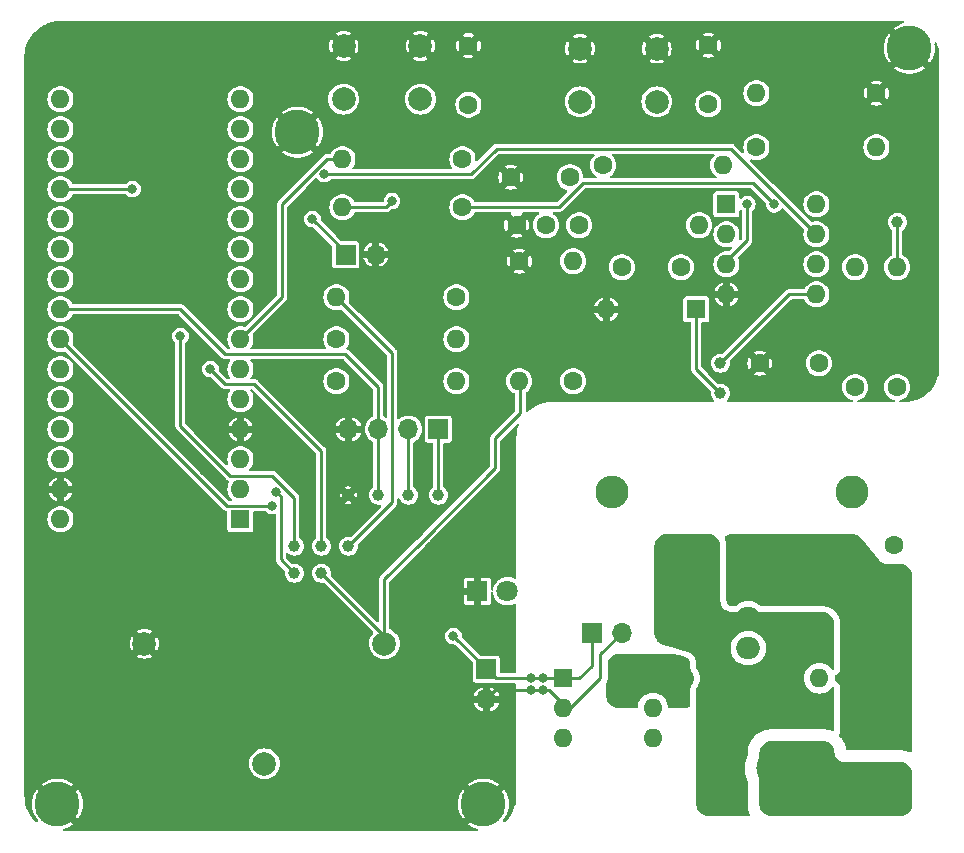
<source format=gbr>
%TF.GenerationSoftware,KiCad,Pcbnew,7.0.10*%
%TF.CreationDate,2024-02-07T09:44:58+01:00*%
%TF.ProjectId,NanoFridgeThermistat-board,4e616e6f-4672-4696-9467-65546865726d,rev?*%
%TF.SameCoordinates,Original*%
%TF.FileFunction,Copper,L1,Top*%
%TF.FilePolarity,Positive*%
%FSLAX46Y46*%
G04 Gerber Fmt 4.6, Leading zero omitted, Abs format (unit mm)*
G04 Created by KiCad (PCBNEW 7.0.10) date 2024-02-07 09:44:58*
%MOMM*%
%LPD*%
G01*
G04 APERTURE LIST*
%TA.AperFunction,SMDPad,CuDef*%
%ADD10C,1.000000*%
%TD*%
%TA.AperFunction,ComponentPad*%
%ADD11C,1.600000*%
%TD*%
%TA.AperFunction,ComponentPad*%
%ADD12O,1.600000X1.600000*%
%TD*%
%TA.AperFunction,ComponentPad*%
%ADD13R,1.800000X1.800000*%
%TD*%
%TA.AperFunction,ComponentPad*%
%ADD14C,1.800000*%
%TD*%
%TA.AperFunction,ComponentPad*%
%ADD15R,1.700000X1.700000*%
%TD*%
%TA.AperFunction,ComponentPad*%
%ADD16O,1.700000X1.700000*%
%TD*%
%TA.AperFunction,ComponentPad*%
%ADD17C,3.800000*%
%TD*%
%TA.AperFunction,ComponentPad*%
%ADD18C,2.000000*%
%TD*%
%TA.AperFunction,ComponentPad*%
%ADD19R,1.600000X1.600000*%
%TD*%
%TA.AperFunction,ComponentPad*%
%ADD20R,2.000000X1.905000*%
%TD*%
%TA.AperFunction,ComponentPad*%
%ADD21O,2.000000X1.905000*%
%TD*%
%TA.AperFunction,ComponentPad*%
%ADD22R,3.000000X3.000000*%
%TD*%
%TA.AperFunction,ComponentPad*%
%ADD23C,3.000000*%
%TD*%
%TA.AperFunction,ComponentPad*%
%ADD24C,2.800000*%
%TD*%
%TA.AperFunction,ComponentPad*%
%ADD25O,2.800000X2.800000*%
%TD*%
%TA.AperFunction,ViaPad*%
%ADD26C,0.800000*%
%TD*%
%TA.AperFunction,Conductor*%
%ADD27C,0.250000*%
%TD*%
G04 APERTURE END LIST*
D10*
%TO.P,TP3,1,1*%
%TO.N,Polarisation*%
X140208000Y-92456000D03*
%TD*%
D11*
%TO.P,R4,1*%
%TO.N,Main_HOT*%
X137160000Y-106426000D03*
D12*
%TO.P,R4,2*%
%TO.N,/TriacDriverAC1*%
X137160000Y-116586000D03*
%TD*%
D11*
%TO.P,C1,1*%
%TO.N,/SnubberResLow*%
X154940000Y-105316000D03*
%TO.P,C1,2*%
%TO.N,/NeutralTriac*%
X154940000Y-110316000D03*
%TD*%
D13*
%TO.P,D2,1,K*%
%TO.N,GND*%
X119634000Y-109220000D03*
D14*
%TO.P,D2,2,A*%
%TO.N,Net-(D2-A)*%
X122174000Y-109220000D03*
%TD*%
D11*
%TO.P,C2,1*%
%TO.N,+Button*%
X118872000Y-68032000D03*
%TO.P,C2,2*%
%TO.N,GND*%
X118872000Y-63032000D03*
%TD*%
D10*
%TO.P,TP12,1,1*%
%TO.N,Temp*%
X108712000Y-105410000D03*
%TD*%
D11*
%TO.P,R14,1*%
%TO.N,Net-(C6-Pad2)*%
X128260000Y-78232000D03*
D12*
%TO.P,R14,2*%
%TO.N,Net-(U2A--)*%
X138420000Y-78232000D03*
%TD*%
D11*
%TO.P,R19,1*%
%TO.N,GND*%
X153416000Y-67056000D03*
D12*
%TO.P,R19,2*%
%TO.N,Polarisation*%
X143256000Y-67056000D03*
%TD*%
D15*
%TO.P,J1,1,Pin_1*%
%TO.N,Temp*%
X108478000Y-80722000D03*
D16*
%TO.P,J1,2,Pin_2*%
%TO.N,GND*%
X111018000Y-80722000D03*
%TD*%
D17*
%TO.P,H3,1,1*%
%TO.N,GND*%
X156210000Y-63246000D03*
%TD*%
D11*
%TO.P,R16,1*%
%TO.N,Net-(C7-Pad2)*%
X151628000Y-91948000D03*
D12*
%TO.P,R16,2*%
%TO.N,Net-(U2B--)*%
X151628000Y-81788000D03*
%TD*%
D18*
%TO.P,T1,1,A*%
%TO.N,/CTSense*%
X111760000Y-113665000D03*
%TO.P,T1,2,B*%
%TO.N,GND*%
X91440000Y-113665000D03*
%TO.P,T1,3,Stab*%
%TO.N,unconnected-(T1-Stab-Pad3)*%
X101600000Y-123825000D03*
%TD*%
D11*
%TO.P,C5,1*%
%TO.N,Net-(C4-Pad1)*%
X131856000Y-81788000D03*
%TO.P,C5,2*%
%TO.N,Polarisation*%
X136856000Y-81788000D03*
%TD*%
D19*
%TO.P,A1,1,D1/TX*%
%TO.N,unconnected-(A1-D1{slash}TX-Pad1)*%
X99568000Y-103124000D03*
D12*
%TO.P,A1,2,D0/RX*%
%TO.N,unconnected-(A1-D0{slash}RX-Pad2)*%
X99568000Y-100584000D03*
%TO.P,A1,3,~{RESET}*%
%TO.N,unconnected-(A1-~{RESET}-Pad3)*%
X99568000Y-98044000D03*
%TO.P,A1,4,GND*%
%TO.N,GND*%
X99568000Y-95504000D03*
%TO.P,A1,5,D2*%
%TO.N,MotorOut*%
X99568000Y-92964000D03*
%TO.P,A1,6,D3*%
%TO.N,MotorLed*%
X99568000Y-90424000D03*
%TO.P,A1,7,D4*%
%TO.N,+Button*%
X99568000Y-87884000D03*
%TO.P,A1,8,D5*%
%TO.N,-Button*%
X99568000Y-85344000D03*
%TO.P,A1,9,D6*%
%TO.N,unconnected-(A1-D6-Pad9)*%
X99568000Y-82804000D03*
%TO.P,A1,10,D7*%
%TO.N,unconnected-(A1-D7-Pad10)*%
X99568000Y-80264000D03*
%TO.P,A1,11,D8*%
%TO.N,unconnected-(A1-D8-Pad11)*%
X99568000Y-77724000D03*
%TO.P,A1,12,D9*%
%TO.N,unconnected-(A1-D9-Pad12)*%
X99568000Y-75184000D03*
%TO.P,A1,13,D10*%
%TO.N,unconnected-(A1-D10-Pad13)*%
X99568000Y-72644000D03*
%TO.P,A1,14,D11*%
%TO.N,unconnected-(A1-D11-Pad14)*%
X99568000Y-70104000D03*
%TO.P,A1,15,D12*%
%TO.N,unconnected-(A1-D12-Pad15)*%
X99568000Y-67564000D03*
%TO.P,A1,16,D13*%
%TO.N,unconnected-(A1-D13-Pad16)*%
X84328000Y-67564000D03*
%TO.P,A1,17,3V3*%
%TO.N,unconnected-(A1-3V3-Pad17)*%
X84328000Y-70104000D03*
%TO.P,A1,18,AREF*%
%TO.N,unconnected-(A1-AREF-Pad18)*%
X84328000Y-72644000D03*
%TO.P,A1,19,A0*%
%TO.N,Temp*%
X84328000Y-75184000D03*
%TO.P,A1,20,A1*%
%TO.N,CurrentSense*%
X84328000Y-77724000D03*
%TO.P,A1,21,A2*%
%TO.N,unconnected-(A1-A2-Pad21)*%
X84328000Y-80264000D03*
%TO.P,A1,22,A3*%
%TO.N,unconnected-(A1-A3-Pad22)*%
X84328000Y-82804000D03*
%TO.P,A1,23,A4*%
%TO.N,SDA*%
X84328000Y-85344000D03*
%TO.P,A1,24,A5*%
%TO.N,SCL*%
X84328000Y-87884000D03*
%TO.P,A1,25,A6*%
%TO.N,unconnected-(A1-A6-Pad25)*%
X84328000Y-90424000D03*
%TO.P,A1,26,A7*%
%TO.N,unconnected-(A1-A7-Pad26)*%
X84328000Y-92964000D03*
%TO.P,A1,27,+5V*%
%TO.N,Vcc*%
X84328000Y-95504000D03*
%TO.P,A1,28,~{RESET}*%
%TO.N,unconnected-(A1-~{RESET}-Pad28)*%
X84328000Y-98044000D03*
%TO.P,A1,29,GND*%
%TO.N,GND*%
X84328000Y-100584000D03*
%TO.P,A1,30,VIN*%
%TO.N,Vcc*%
X84328000Y-103124000D03*
%TD*%
D10*
%TO.P,TP6,1,1*%
%TO.N,/Amp1*%
X140208000Y-89916000D03*
%TD*%
D20*
%TO.P,D1,1,A1*%
%TO.N,/NeutralTriac*%
X142565000Y-108966000D03*
D21*
%TO.P,D1,2,A2*%
%TO.N,Main_HOT*%
X142565000Y-111506000D03*
%TO.P,D1,3,G*%
%TO.N,/Trigger*%
X142565000Y-114046000D03*
%TD*%
D11*
%TO.P,R15,1*%
%TO.N,Net-(U2A--)*%
X130292000Y-73152000D03*
D12*
%TO.P,R15,2*%
%TO.N,/Amp1*%
X140452000Y-73152000D03*
%TD*%
D11*
%TO.P,R9,1*%
%TO.N,MotorLed*%
X107696000Y-87884000D03*
D12*
%TO.P,R9,2*%
%TO.N,Net-(D2-A)*%
X117856000Y-87884000D03*
%TD*%
D17*
%TO.P,H4,1,1*%
%TO.N,GND*%
X120142000Y-127254000D03*
%TD*%
D18*
%TO.P,SW2,1,1*%
%TO.N,GND*%
X128322000Y-63282000D03*
X134822000Y-63282000D03*
%TO.P,SW2,2,2*%
%TO.N,-Button*%
X128322000Y-67782000D03*
X134822000Y-67782000D03*
%TD*%
D10*
%TO.P,TP1,1,1*%
%TO.N,MotorOut*%
X104140000Y-107696000D03*
%TD*%
D22*
%TO.P,J2,1,Pin_1*%
%TO.N,Main_HOT*%
X139700000Y-124206000D03*
D23*
%TO.P,J2,2,Pin_2*%
%TO.N,Main_Neutral*%
X144780000Y-124206000D03*
%TD*%
D11*
%TO.P,R2,1*%
%TO.N,MotorOut*%
X107696000Y-91440000D03*
D12*
%TO.P,R2,2*%
%TO.N,/TriacDriverEnable*%
X117856000Y-91440000D03*
%TD*%
D15*
%TO.P,J4,1,Pin_1*%
%TO.N,Vcc*%
X116332000Y-95504000D03*
D16*
%TO.P,J4,2,Pin_2*%
%TO.N,SCL*%
X113792000Y-95504000D03*
%TO.P,J4,3,Pin_3*%
%TO.N,SDA*%
X111252000Y-95504000D03*
%TO.P,J4,4,Pin_4*%
%TO.N,GND*%
X108712000Y-95504000D03*
%TD*%
D15*
%TO.P,J6,1,Pin_1*%
%TO.N,/TriacDriverEnable*%
X120396000Y-115824000D03*
D16*
%TO.P,J6,2,Pin_2*%
%TO.N,GND*%
X120396000Y-118364000D03*
%TD*%
D10*
%TO.P,TP9,1,1*%
%TO.N,Vcc*%
X116332000Y-101092000D03*
%TD*%
D11*
%TO.P,C3,1*%
%TO.N,-Button*%
X139192000Y-67992000D03*
%TO.P,C3,2*%
%TO.N,GND*%
X139192000Y-62992000D03*
%TD*%
%TO.P,C4,1*%
%TO.N,Net-(C4-Pad1)*%
X125446000Y-78232000D03*
%TO.P,C4,2*%
%TO.N,GND*%
X122946000Y-78232000D03*
%TD*%
%TO.P,R11,1*%
%TO.N,Vcc*%
X118364000Y-76708000D03*
D12*
%TO.P,R11,2*%
%TO.N,-Button*%
X108204000Y-76708000D03*
%TD*%
D19*
%TO.P,D3,1,K*%
%TO.N,Polarisation*%
X138166000Y-85344000D03*
D12*
%TO.P,D3,2,A*%
%TO.N,GND*%
X130546000Y-85344000D03*
%TD*%
D10*
%TO.P,TP7,1,1*%
%TO.N,CurrentSense*%
X155194000Y-77978000D03*
%TD*%
D11*
%TO.P,C7,1*%
%TO.N,GND*%
X143540000Y-89916000D03*
%TO.P,C7,2*%
%TO.N,Net-(C7-Pad2)*%
X148540000Y-89916000D03*
%TD*%
%TO.P,C6,1*%
%TO.N,GND*%
X122468000Y-74168000D03*
%TO.P,C6,2*%
%TO.N,Net-(C6-Pad2)*%
X127468000Y-74168000D03*
%TD*%
D15*
%TO.P,J5,1,Pin_1*%
%TO.N,/TriacDriverEnable*%
X129306000Y-112731000D03*
D16*
%TO.P,J5,2,Pin_2*%
%TO.N,GND*%
X131846000Y-112731000D03*
%TD*%
D10*
%TO.P,TP4,1,1*%
%TO.N,+Button*%
X106426000Y-105410000D03*
%TD*%
D11*
%TO.P,R17,1*%
%TO.N,Net-(U2B--)*%
X155184000Y-91948000D03*
D12*
%TO.P,R17,2*%
%TO.N,CurrentSense*%
X155184000Y-81788000D03*
%TD*%
D10*
%TO.P,TP8,1,1*%
%TO.N,/CTSense*%
X106426000Y-107696000D03*
%TD*%
D11*
%TO.P,R3,1*%
%TO.N,/NeutralTriac*%
X148590000Y-106426000D03*
D12*
%TO.P,R3,2*%
%TO.N,/Trigger*%
X148590000Y-116586000D03*
%TD*%
D19*
%TO.P,U1,1*%
%TO.N,/TriacDriverEnable*%
X126873000Y-116586000D03*
D12*
%TO.P,U1,2*%
%TO.N,GND*%
X126873000Y-119126000D03*
%TO.P,U1,3,NC*%
%TO.N,unconnected-(U1-NC-Pad3)*%
X126873000Y-121666000D03*
%TO.P,U1,4*%
%TO.N,/Trigger*%
X134493000Y-121666000D03*
%TO.P,U1,5,NC*%
%TO.N,unconnected-(U1-NC-Pad5)*%
X134493000Y-119126000D03*
%TO.P,U1,6*%
%TO.N,/TriacDriverAC1*%
X134493000Y-116586000D03*
%TD*%
D11*
%TO.P,R12,1*%
%TO.N,/CTSense*%
X127752000Y-91440000D03*
D12*
%TO.P,R12,2*%
%TO.N,Net-(C4-Pad1)*%
X127752000Y-81280000D03*
%TD*%
D11*
%TO.P,R13,1*%
%TO.N,GND*%
X123180000Y-81280000D03*
D12*
%TO.P,R13,2*%
%TO.N,/CTSense*%
X123180000Y-91440000D03*
%TD*%
D11*
%TO.P,R10,1*%
%TO.N,Vcc*%
X118364000Y-72644000D03*
D12*
%TO.P,R10,2*%
%TO.N,+Button*%
X108204000Y-72644000D03*
%TD*%
D17*
%TO.P,H1,1,1*%
%TO.N,GND*%
X84074000Y-127254000D03*
%TD*%
D10*
%TO.P,TP10,1,1*%
%TO.N,SCL*%
X113792000Y-101092000D03*
%TD*%
D24*
%TO.P,R8,1*%
%TO.N,/SnubberResLow*%
X151384000Y-100838000D03*
D25*
%TO.P,R8,2*%
%TO.N,Main_HOT*%
X131064000Y-100838000D03*
%TD*%
D11*
%TO.P,R18,1*%
%TO.N,Polarisation*%
X143256000Y-71628000D03*
D12*
%TO.P,R18,2*%
%TO.N,Vcc*%
X153416000Y-71628000D03*
%TD*%
D10*
%TO.P,TP5,1,1*%
%TO.N,-Button*%
X104140000Y-105410000D03*
%TD*%
D19*
%TO.P,U2,1*%
%TO.N,/Amp1*%
X140716000Y-76464000D03*
D12*
%TO.P,U2,2,-*%
%TO.N,Net-(U2A--)*%
X140716000Y-79004000D03*
%TO.P,U2,3,+*%
%TO.N,Polarisation*%
X140716000Y-81544000D03*
%TO.P,U2,4,V-*%
%TO.N,GND*%
X140716000Y-84084000D03*
%TO.P,U2,5,+*%
%TO.N,/Amp1*%
X148336000Y-84084000D03*
%TO.P,U2,6,-*%
%TO.N,Net-(U2B--)*%
X148336000Y-81544000D03*
%TO.P,U2,7*%
%TO.N,CurrentSense*%
X148336000Y-79004000D03*
%TO.P,U2,8,V+*%
%TO.N,Vcc*%
X148336000Y-76464000D03*
%TD*%
D17*
%TO.P,H2,1,1*%
%TO.N,GND*%
X104394000Y-70358000D03*
%TD*%
D10*
%TO.P,TP13,1,1*%
%TO.N,GND*%
X108712000Y-101092000D03*
%TD*%
D18*
%TO.P,SW1,1,1*%
%TO.N,GND*%
X108308000Y-63064000D03*
X114808000Y-63064000D03*
%TO.P,SW1,2,2*%
%TO.N,+Button*%
X108308000Y-67564000D03*
X114808000Y-67564000D03*
%TD*%
D22*
%TO.P,J3,1,Pin_1*%
%TO.N,Main_Neutral*%
X152146000Y-125476000D03*
D23*
%TO.P,J3,2,Pin_2*%
%TO.N,/NeutralTriac*%
X152146000Y-120396000D03*
%TD*%
D11*
%TO.P,R1,1*%
%TO.N,Vcc*%
X117856000Y-84328000D03*
D12*
%TO.P,R1,2*%
%TO.N,Temp*%
X107696000Y-84328000D03*
%TD*%
D10*
%TO.P,TP11,1,1*%
%TO.N,SDA*%
X111252000Y-101092000D03*
%TD*%
D26*
%TO.N,GND*%
X112776000Y-104140000D03*
X91948000Y-70104000D03*
X99568000Y-105664000D03*
X87376000Y-67056000D03*
X91440000Y-99060000D03*
X121158000Y-113284000D03*
X133096000Y-73152000D03*
X92710000Y-83820000D03*
X114808000Y-98425000D03*
X103632000Y-99060000D03*
X125222000Y-117602000D03*
X96012000Y-67056000D03*
X101600000Y-77724000D03*
X105156000Y-83312000D03*
X87884000Y-88392000D03*
X124206000Y-117602000D03*
X96520000Y-99060000D03*
X119634000Y-105561562D03*
X97028000Y-83820000D03*
X87884000Y-83820000D03*
X91948000Y-67056000D03*
X101600000Y-80772000D03*
X97028000Y-79248000D03*
X87884000Y-79248000D03*
X96012000Y-70104000D03*
X91440000Y-93472000D03*
X96520000Y-93472000D03*
X94488000Y-75184000D03*
X103632000Y-93472000D03*
X93980000Y-103632000D03*
X137414000Y-73152000D03*
X103124000Y-87884000D03*
X92710000Y-79248000D03*
X97028000Y-75184000D03*
X87376000Y-70104000D03*
X119888000Y-97790000D03*
%TO.N,MotorOut*%
X102616000Y-100838000D03*
%TO.N,Temp*%
X90424000Y-75184000D03*
X105664000Y-77724000D03*
%TO.N,Vcc*%
X144770347Y-76463653D03*
%TO.N,Main_HOT*%
X135382000Y-107696000D03*
X138938000Y-107696000D03*
X137160000Y-109474000D03*
X135382000Y-109474000D03*
X138938000Y-111506000D03*
X135382000Y-111506000D03*
X138938000Y-109474000D03*
X137160000Y-111506000D03*
%TO.N,Main_Neutral*%
X149352000Y-123444000D03*
X145288000Y-127000000D03*
X149352000Y-125222000D03*
X147320000Y-127000000D03*
X149352000Y-127000000D03*
X155194000Y-124460000D03*
X147320000Y-123444000D03*
X155194000Y-126746000D03*
X147320000Y-125222000D03*
%TO.N,/TriacDriverEnable*%
X117602000Y-113030000D03*
X125222000Y-116586000D03*
X124206000Y-116586000D03*
%TO.N,/TriacDriverAC1*%
X131572000Y-115570000D03*
X131572000Y-117094000D03*
X131572000Y-118364000D03*
%TO.N,SCL*%
X102253000Y-101999000D03*
%TO.N,/NeutralTriac*%
X152146000Y-114554000D03*
X154940000Y-117602000D03*
X142748000Y-106426000D03*
X152146000Y-117602000D03*
X154940000Y-107950000D03*
X154940000Y-114554000D03*
X145796000Y-109220000D03*
X148590000Y-109220000D03*
X152146000Y-111252000D03*
X154940000Y-120650000D03*
X152146000Y-107950000D03*
X145796000Y-106426000D03*
%TO.N,+Button*%
X97028000Y-90424000D03*
%TO.N,-Button*%
X112395000Y-76200000D03*
X94488000Y-87630000D03*
%TO.N,CurrentSense*%
X106680000Y-73914000D03*
%TO.N,Polarisation*%
X142489347Y-76458653D03*
%TD*%
D27*
%TO.N,GND*%
X124206000Y-117602000D02*
X125730000Y-117602000D01*
X127508000Y-119126000D02*
X126873000Y-119126000D01*
X131846000Y-112731000D02*
X130048000Y-114529000D01*
X120396000Y-118364000D02*
X121158000Y-117602000D01*
X130048000Y-114529000D02*
X130048000Y-116586000D01*
X125730000Y-117602000D02*
X126873000Y-118745000D01*
X126873000Y-118745000D02*
X126873000Y-119126000D01*
X130048000Y-116586000D02*
X127508000Y-119126000D01*
X121158000Y-117602000D02*
X125222000Y-117602000D01*
%TO.N,MotorOut*%
X102616000Y-100838000D02*
X102978000Y-101200000D01*
X102978000Y-101200000D02*
X102978000Y-106534000D01*
X102978000Y-106534000D02*
X104140000Y-107696000D01*
%TO.N,Temp*%
X105664000Y-77724000D02*
X108478000Y-80538000D01*
X107696000Y-84328000D02*
X112427000Y-89059000D01*
X112427000Y-101695000D02*
X108712000Y-105410000D01*
X90424000Y-75184000D02*
X84328000Y-75184000D01*
X108478000Y-80538000D02*
X108478000Y-80722000D01*
X112427000Y-89059000D02*
X112427000Y-101695000D01*
%TO.N,Vcc*%
X126518991Y-76708000D02*
X118364000Y-76708000D01*
X128550991Y-74676000D02*
X126518991Y-76708000D01*
X142982694Y-74676000D02*
X128550991Y-74676000D01*
X144770347Y-76463653D02*
X142982694Y-74676000D01*
X116332000Y-95504000D02*
X116332000Y-101092000D01*
%TO.N,/TriacDriverEnable*%
X124206000Y-116586000D02*
X124221000Y-116601000D01*
X126858000Y-116601000D02*
X126873000Y-116586000D01*
X117602000Y-113030000D02*
X121173000Y-116601000D01*
X128270000Y-116586000D02*
X126873000Y-116586000D01*
X129306000Y-112731000D02*
X129306000Y-115550000D01*
X124221000Y-116601000D02*
X126858000Y-116601000D01*
X129306000Y-115550000D02*
X128270000Y-116586000D01*
X121173000Y-116601000D02*
X124191000Y-116601000D01*
X124191000Y-116601000D02*
X124206000Y-116586000D01*
%TO.N,SDA*%
X84328000Y-85344000D02*
X94488000Y-85344000D01*
X108458000Y-89154000D02*
X111252000Y-91948000D01*
X94488000Y-85344000D02*
X98298000Y-89154000D01*
X111252000Y-91948000D02*
X111252000Y-95504000D01*
X98298000Y-89154000D02*
X108458000Y-89154000D01*
X111252000Y-95504000D02*
X111252000Y-101092000D01*
%TO.N,SCL*%
X113792000Y-95504000D02*
X113792000Y-101092000D01*
X102362000Y-102108000D02*
X102253000Y-101999000D01*
X98433695Y-101999000D02*
X102253000Y-101999000D01*
X84328000Y-87884000D02*
X84328000Y-87893305D01*
X84328000Y-87893305D02*
X98433695Y-101999000D01*
%TO.N,+Button*%
X98298000Y-91694000D02*
X100744495Y-91694000D01*
X97028000Y-90424000D02*
X98298000Y-91694000D01*
X106426000Y-97375505D02*
X106426000Y-105410000D01*
X106924695Y-72644000D02*
X103124000Y-76444695D01*
X108204000Y-72644000D02*
X106924695Y-72644000D01*
X103124000Y-84328000D02*
X99568000Y-87884000D01*
X100744495Y-91694000D02*
X106426000Y-97375505D01*
X103124000Y-76444695D02*
X103124000Y-84328000D01*
%TO.N,-Button*%
X104140000Y-105410000D02*
X104140000Y-101336695D01*
X98697000Y-99459000D02*
X94488000Y-95250000D01*
X112395000Y-76200000D02*
X111887000Y-76708000D01*
X94488000Y-95250000D02*
X94488000Y-87630000D01*
X102262305Y-99459000D02*
X98697000Y-99459000D01*
X111887000Y-76708000D02*
X108204000Y-76708000D01*
X104140000Y-101336695D02*
X102262305Y-99459000D01*
%TO.N,CurrentSense*%
X155194000Y-77978000D02*
X155194000Y-81778000D01*
X141087000Y-71755000D02*
X148336000Y-79004000D01*
X106680000Y-73914000D02*
X119126000Y-73914000D01*
X121285000Y-71755000D02*
X141087000Y-71755000D01*
X155194000Y-81778000D02*
X155184000Y-81788000D01*
X119126000Y-73914000D02*
X121285000Y-71755000D01*
%TO.N,Polarisation*%
X138166000Y-85344000D02*
X138166000Y-90414000D01*
X138166000Y-90414000D02*
X140208000Y-92456000D01*
X142489347Y-79506653D02*
X140716000Y-81280000D01*
X142489347Y-76458653D02*
X142489347Y-79506653D01*
X140716000Y-81280000D02*
X140716000Y-81544000D01*
%TO.N,/CTSense*%
X123280000Y-91540000D02*
X123180000Y-91440000D01*
X121158000Y-98806000D02*
X121158000Y-96266000D01*
X111760000Y-108204000D02*
X114845000Y-105119000D01*
X111760000Y-113030000D02*
X111760000Y-113665000D01*
X121158000Y-96266000D02*
X123280000Y-94144000D01*
X111760000Y-113665000D02*
X111760000Y-108204000D01*
X114845000Y-105119000D02*
X114845000Y-105109695D01*
X106426000Y-107696000D02*
X111760000Y-113030000D01*
X115269695Y-104685000D02*
X115279000Y-104685000D01*
X123280000Y-94144000D02*
X123280000Y-91540000D01*
X115279000Y-104685000D02*
X121158000Y-98806000D01*
X114845000Y-105109695D02*
X115269695Y-104685000D01*
%TO.N,/Amp1*%
X146040000Y-84084000D02*
X148336000Y-84084000D01*
X140208000Y-89916000D02*
X146040000Y-84084000D01*
%TD*%
%TA.AperFunction,Conductor*%
%TO.N,Main_HOT*%
G36*
X139214061Y-104394597D02*
G01*
X139390941Y-104412018D01*
X139414769Y-104416757D01*
X139579001Y-104466576D01*
X139601453Y-104475877D01*
X139752798Y-104556772D01*
X139773010Y-104570277D01*
X139905666Y-104679145D01*
X139922854Y-104696333D01*
X140031722Y-104828989D01*
X140045227Y-104849201D01*
X140126121Y-105000543D01*
X140135424Y-105023001D01*
X140185240Y-105187224D01*
X140189982Y-105211065D01*
X140207403Y-105387938D01*
X140208000Y-105400092D01*
X140208000Y-109997996D01*
X140227214Y-110193088D01*
X140227215Y-110193090D01*
X140284120Y-110380683D01*
X140284121Y-110380686D01*
X140284122Y-110380687D01*
X140284123Y-110380690D01*
X140376526Y-110553564D01*
X140376531Y-110553571D01*
X140500892Y-110705107D01*
X140606344Y-110791648D01*
X140652430Y-110829470D01*
X140652433Y-110829471D01*
X140652435Y-110829473D01*
X140825309Y-110921876D01*
X140825310Y-110921876D01*
X140825317Y-110921880D01*
X141012910Y-110978785D01*
X141012909Y-110978785D01*
X141061682Y-110983588D01*
X141208000Y-110998000D01*
X148853907Y-110998000D01*
X148866061Y-110998597D01*
X149042941Y-111016018D01*
X149066769Y-111020757D01*
X149231001Y-111070576D01*
X149253453Y-111079877D01*
X149404798Y-111160772D01*
X149425010Y-111174277D01*
X149557666Y-111283145D01*
X149574854Y-111300333D01*
X149683722Y-111432989D01*
X149697227Y-111453201D01*
X149778121Y-111604543D01*
X149787424Y-111627001D01*
X149837240Y-111791224D01*
X149841982Y-111815065D01*
X149859403Y-111991938D01*
X149860000Y-112004092D01*
X149860000Y-115739116D01*
X149840315Y-115806155D01*
X149787511Y-115851910D01*
X149718353Y-115861854D01*
X149654797Y-115832829D01*
X149634425Y-115810239D01*
X149590046Y-115746859D01*
X149429141Y-115585954D01*
X149242734Y-115455432D01*
X149242732Y-115455431D01*
X149036497Y-115359261D01*
X149036488Y-115359258D01*
X148816697Y-115300366D01*
X148816693Y-115300365D01*
X148816692Y-115300365D01*
X148816691Y-115300364D01*
X148816686Y-115300364D01*
X148590002Y-115280532D01*
X148589998Y-115280532D01*
X148363313Y-115300364D01*
X148363302Y-115300366D01*
X148143511Y-115359258D01*
X148143502Y-115359261D01*
X147937267Y-115455431D01*
X147937265Y-115455432D01*
X147750858Y-115585954D01*
X147589954Y-115746858D01*
X147459432Y-115933265D01*
X147459431Y-115933267D01*
X147363261Y-116139502D01*
X147363258Y-116139511D01*
X147304366Y-116359302D01*
X147304364Y-116359313D01*
X147284532Y-116585998D01*
X147284532Y-116586001D01*
X147304364Y-116812686D01*
X147304366Y-116812697D01*
X147363258Y-117032488D01*
X147363261Y-117032497D01*
X147459431Y-117238732D01*
X147459432Y-117238734D01*
X147589954Y-117425141D01*
X147750858Y-117586045D01*
X147750861Y-117586047D01*
X147937266Y-117716568D01*
X148143504Y-117812739D01*
X148363308Y-117871635D01*
X148525230Y-117885801D01*
X148589998Y-117891468D01*
X148590000Y-117891468D01*
X148590002Y-117891468D01*
X148646673Y-117886509D01*
X148816692Y-117871635D01*
X149036496Y-117812739D01*
X149242734Y-117716568D01*
X149429139Y-117586047D01*
X149590047Y-117425139D01*
X149634425Y-117361759D01*
X149689001Y-117318135D01*
X149758499Y-117310941D01*
X149820854Y-117342463D01*
X149856269Y-117402693D01*
X149860000Y-117432883D01*
X149860000Y-120913907D01*
X149859403Y-120926063D01*
X149856447Y-120956070D01*
X149830285Y-121020857D01*
X149773249Y-121061215D01*
X149703449Y-121064331D01*
X149685600Y-121058478D01*
X149675637Y-121054352D01*
X149675623Y-121054347D01*
X149514120Y-120997833D01*
X149514110Y-120997830D01*
X149514103Y-120997828D01*
X149453469Y-120980359D01*
X149405736Y-120966608D01*
X149400914Y-120965507D01*
X149378670Y-120960431D01*
X149378658Y-120960429D01*
X149378654Y-120960428D01*
X149378644Y-120960426D01*
X149267534Y-120941549D01*
X149267523Y-120941547D01*
X149267520Y-120941547D01*
X149267513Y-120941546D01*
X149267474Y-120941541D01*
X149090507Y-120921602D01*
X149034340Y-120916864D01*
X149034333Y-120916863D01*
X149034326Y-120916863D01*
X149028193Y-120916518D01*
X149020430Y-120916082D01*
X148964045Y-120914500D01*
X148964039Y-120914500D01*
X144516093Y-120914500D01*
X144483921Y-120915289D01*
X144466755Y-120915711D01*
X144454598Y-120916308D01*
X144405388Y-120919938D01*
X144228527Y-120937357D01*
X144228483Y-120937362D01*
X144130899Y-120951836D01*
X144111950Y-120955606D01*
X144107064Y-120956578D01*
X144107059Y-120956579D01*
X144107055Y-120956580D01*
X144058643Y-120968706D01*
X144011356Y-120980552D01*
X144011353Y-120980553D01*
X144011352Y-120980553D01*
X143847119Y-121030371D01*
X143754182Y-121063625D01*
X143754145Y-121063640D01*
X143731744Y-121072920D01*
X143731721Y-121072930D01*
X143642571Y-121115097D01*
X143642566Y-121115099D01*
X143642561Y-121115102D01*
X143558475Y-121160046D01*
X143491199Y-121196006D01*
X143406575Y-121246728D01*
X143386387Y-121260216D01*
X143307107Y-121319014D01*
X143307099Y-121319021D01*
X143174453Y-121427880D01*
X143174450Y-121427882D01*
X143101334Y-121494150D01*
X143084150Y-121511334D01*
X143017882Y-121584450D01*
X143017880Y-121584453D01*
X142909021Y-121717099D01*
X142909014Y-121717107D01*
X142850216Y-121796387D01*
X142836728Y-121816575D01*
X142786006Y-121901199D01*
X142705097Y-122052571D01*
X142662930Y-122141721D01*
X142662920Y-122141744D01*
X142653640Y-122164145D01*
X142653625Y-122164182D01*
X142620371Y-122257119D01*
X142570553Y-122421352D01*
X142570553Y-122421353D01*
X142546580Y-122517055D01*
X142541836Y-122540899D01*
X142527362Y-122638483D01*
X142527357Y-122638527D01*
X142509938Y-122815387D01*
X142506308Y-122864597D01*
X142505711Y-122876754D01*
X142504500Y-122926107D01*
X142504500Y-123141204D01*
X142492699Y-123194000D01*
X142450497Y-123283683D01*
X142450494Y-123283691D01*
X142353270Y-123582916D01*
X142294311Y-123891988D01*
X142294310Y-123891995D01*
X142274556Y-124205994D01*
X142274556Y-124206005D01*
X142294310Y-124520004D01*
X142294311Y-124520011D01*
X142294312Y-124520015D01*
X142329426Y-124704092D01*
X142353270Y-124829083D01*
X142450497Y-125128316D01*
X142450499Y-125128321D01*
X142492698Y-125217998D01*
X142504500Y-125270795D01*
X142504500Y-127263907D01*
X142505342Y-127298223D01*
X142505711Y-127313244D01*
X142506308Y-127325401D01*
X142509938Y-127374612D01*
X142527358Y-127551482D01*
X142527360Y-127551502D01*
X142541832Y-127649073D01*
X142541833Y-127649077D01*
X142546572Y-127672905D01*
X142564557Y-127744713D01*
X142570553Y-127768650D01*
X142620370Y-127932876D01*
X142653626Y-128025815D01*
X142662917Y-128048245D01*
X142662935Y-128048285D01*
X142681045Y-128086575D01*
X142691914Y-128155594D01*
X142663743Y-128219533D01*
X142605476Y-128258091D01*
X142581106Y-128262996D01*
X142522825Y-128268736D01*
X142516060Y-128269403D01*
X142503907Y-128270000D01*
X139182093Y-128270000D01*
X139169939Y-128269403D01*
X138993065Y-128251982D01*
X138969224Y-128247240D01*
X138805001Y-128197424D01*
X138782543Y-128188121D01*
X138631201Y-128107227D01*
X138610989Y-128093722D01*
X138478333Y-127984854D01*
X138461145Y-127967666D01*
X138352277Y-127835010D01*
X138338772Y-127814798D01*
X138257877Y-127663453D01*
X138248575Y-127640998D01*
X138221421Y-127551482D01*
X138198757Y-127476769D01*
X138194018Y-127452941D01*
X138176597Y-127276061D01*
X138176000Y-127263907D01*
X138176000Y-117441451D01*
X138195685Y-117374412D01*
X138198408Y-117370352D01*
X138290568Y-117238734D01*
X138386739Y-117032496D01*
X138445635Y-116812692D01*
X138465468Y-116586000D01*
X138445635Y-116359308D01*
X138386739Y-116139504D01*
X138290568Y-115933266D01*
X138198423Y-115801669D01*
X138176097Y-115735463D01*
X138176000Y-115730547D01*
X138176000Y-115308310D01*
X138176000Y-115308301D01*
X138152888Y-115094547D01*
X138084619Y-114890674D01*
X137974349Y-114706106D01*
X137827175Y-114549374D01*
X137827168Y-114549369D01*
X137649902Y-114427723D01*
X137571463Y-114395846D01*
X137450724Y-114346778D01*
X137450722Y-114346777D01*
X137450721Y-114346777D01*
X136819392Y-114166397D01*
X141064500Y-114166397D01*
X141104134Y-114403916D01*
X141182318Y-114631656D01*
X141182321Y-114631665D01*
X141296929Y-114843441D01*
X141333692Y-114890674D01*
X141444829Y-115033463D01*
X141621990Y-115196551D01*
X141823578Y-115328255D01*
X142044095Y-115424983D01*
X142277524Y-115484095D01*
X142457400Y-115499000D01*
X142457404Y-115499000D01*
X142672596Y-115499000D01*
X142672600Y-115499000D01*
X142852476Y-115484095D01*
X143085905Y-115424983D01*
X143306422Y-115328255D01*
X143508010Y-115196551D01*
X143685171Y-115033463D01*
X143833072Y-114843439D01*
X143947679Y-114631664D01*
X144025866Y-114403913D01*
X144065500Y-114166399D01*
X144065500Y-113925601D01*
X144025866Y-113688087D01*
X143947679Y-113460336D01*
X143833072Y-113248561D01*
X143685171Y-113058537D01*
X143508010Y-112895449D01*
X143306422Y-112763745D01*
X143306419Y-112763743D01*
X143306418Y-112763743D01*
X143085905Y-112667017D01*
X142852472Y-112607904D01*
X142672610Y-112593000D01*
X142672600Y-112593000D01*
X142457400Y-112593000D01*
X142457389Y-112593000D01*
X142277527Y-112607904D01*
X142044094Y-112667017D01*
X141823581Y-112763743D01*
X141823578Y-112763745D01*
X141621990Y-112895449D01*
X141444829Y-113058537D01*
X141401305Y-113114456D01*
X141296929Y-113248558D01*
X141182321Y-113460334D01*
X141182318Y-113460343D01*
X141104134Y-113688083D01*
X141064500Y-113925602D01*
X141064500Y-114166397D01*
X136819392Y-114166397D01*
X136396386Y-114045538D01*
X135351706Y-113747059D01*
X135339086Y-113742706D01*
X135158520Y-113669325D01*
X135135049Y-113656694D01*
X134979876Y-113550210D01*
X134959647Y-113532852D01*
X134830830Y-113395669D01*
X134814775Y-113374385D01*
X134718257Y-113212835D01*
X134707123Y-113188611D01*
X134663565Y-113058534D01*
X134647367Y-113010162D01*
X134641670Y-112984118D01*
X134620719Y-112790347D01*
X134620000Y-112777018D01*
X134620000Y-105400092D01*
X134620597Y-105387938D01*
X134638018Y-105211056D01*
X134642757Y-105187232D01*
X134692577Y-105022994D01*
X134701875Y-105000549D01*
X134782775Y-104849195D01*
X134796272Y-104828995D01*
X134905149Y-104696328D01*
X134922328Y-104679149D01*
X135054995Y-104570272D01*
X135075195Y-104556775D01*
X135226549Y-104475875D01*
X135248994Y-104466577D01*
X135413232Y-104416757D01*
X135437056Y-104412018D01*
X135613939Y-104394597D01*
X135626093Y-104394000D01*
X139201907Y-104394000D01*
X139214061Y-104394597D01*
G37*
%TD.AperFunction*%
%TD*%
%TA.AperFunction,Conductor*%
%TO.N,/TriacDriverAC1*%
G36*
X136352655Y-114558770D02*
G01*
X136640594Y-114641038D01*
X136640597Y-114641040D01*
X136680520Y-114652446D01*
X136680520Y-114652447D01*
X137279226Y-114823505D01*
X137291832Y-114827853D01*
X137396527Y-114870401D01*
X137420000Y-114883034D01*
X137485027Y-114927658D01*
X137505259Y-114945017D01*
X137559255Y-115002519D01*
X137575310Y-115023803D01*
X137615758Y-115091504D01*
X137626892Y-115115728D01*
X137651935Y-115190515D01*
X137657633Y-115216558D01*
X137669781Y-115328900D01*
X137670500Y-115342231D01*
X137670500Y-115730548D01*
X137670597Y-115740519D01*
X137670695Y-115745471D01*
X137670992Y-115755485D01*
X137670993Y-115755493D01*
X137697099Y-115896991D01*
X137697100Y-115896996D01*
X137719338Y-115962939D01*
X137719424Y-115963198D01*
X137719427Y-115963204D01*
X137719428Y-115963206D01*
X137784341Y-116091611D01*
X137790342Y-116100181D01*
X137844896Y-116178093D01*
X137855703Y-116196812D01*
X137905323Y-116303223D01*
X137912716Y-116323533D01*
X137943105Y-116436946D01*
X137946858Y-116458232D01*
X137957091Y-116575191D01*
X137957091Y-116596807D01*
X137946858Y-116713766D01*
X137943105Y-116735052D01*
X137912716Y-116848465D01*
X137905323Y-116868775D01*
X137855703Y-116975187D01*
X137844896Y-116993906D01*
X137784341Y-117080387D01*
X137778571Y-117088807D01*
X137775865Y-117092841D01*
X137770436Y-117101109D01*
X137770432Y-117101116D01*
X137710663Y-117231988D01*
X137690976Y-117299033D01*
X137670500Y-117441452D01*
X137670500Y-118915789D01*
X137650815Y-118982828D01*
X137604954Y-119025147D01*
X137569455Y-119044122D01*
X137546996Y-119053425D01*
X137382775Y-119103240D01*
X137358934Y-119107982D01*
X137182061Y-119125403D01*
X137169907Y-119126000D01*
X135912093Y-119126000D01*
X135845054Y-119106315D01*
X135799299Y-119053511D01*
X135788565Y-119012808D01*
X135783079Y-118950104D01*
X135778635Y-118899308D01*
X135719739Y-118679504D01*
X135623568Y-118473266D01*
X135493047Y-118286861D01*
X135493045Y-118286858D01*
X135332141Y-118125954D01*
X135145734Y-117995432D01*
X135145732Y-117995431D01*
X134939497Y-117899261D01*
X134939488Y-117899258D01*
X134719697Y-117840366D01*
X134719693Y-117840365D01*
X134719692Y-117840365D01*
X134719691Y-117840364D01*
X134719686Y-117840364D01*
X134493002Y-117820532D01*
X134492998Y-117820532D01*
X134266313Y-117840364D01*
X134266302Y-117840366D01*
X134046511Y-117899258D01*
X134046502Y-117899261D01*
X133840267Y-117995431D01*
X133840265Y-117995432D01*
X133653858Y-118125954D01*
X133492954Y-118286858D01*
X133362432Y-118473265D01*
X133362431Y-118473267D01*
X133266261Y-118679502D01*
X133266258Y-118679511D01*
X133207366Y-118899302D01*
X133207364Y-118899312D01*
X133197435Y-119012808D01*
X133171982Y-119077876D01*
X133115392Y-119118855D01*
X133073907Y-119126000D01*
X131562093Y-119126000D01*
X131549939Y-119125403D01*
X131373065Y-119107982D01*
X131349224Y-119103240D01*
X131185001Y-119053424D01*
X131162543Y-119044121D01*
X131011201Y-118963227D01*
X130990989Y-118949722D01*
X130858333Y-118840854D01*
X130841145Y-118823666D01*
X130732277Y-118691010D01*
X130718772Y-118670798D01*
X130637878Y-118519456D01*
X130628575Y-118496998D01*
X130578757Y-118332769D01*
X130574018Y-118308941D01*
X130556597Y-118132061D01*
X130556000Y-118119907D01*
X130556000Y-116994090D01*
X130575685Y-116927051D01*
X130582024Y-116918085D01*
X130590673Y-116906936D01*
X130608021Y-116866844D01*
X130613151Y-116856371D01*
X130634197Y-116818092D01*
X130639180Y-116798680D01*
X130645481Y-116780280D01*
X130653437Y-116761896D01*
X130660270Y-116718748D01*
X130662633Y-116707338D01*
X130673500Y-116665019D01*
X130673500Y-116644983D01*
X130675027Y-116625582D01*
X130678160Y-116605804D01*
X130674050Y-116562324D01*
X130673500Y-116550655D01*
X130673500Y-115124959D01*
X130688141Y-115066508D01*
X130718775Y-115009195D01*
X130732272Y-114988995D01*
X130841149Y-114856328D01*
X130858328Y-114839149D01*
X130990995Y-114730272D01*
X131011195Y-114716775D01*
X131162549Y-114635875D01*
X131184994Y-114626577D01*
X131349232Y-114576757D01*
X131373056Y-114572018D01*
X131549939Y-114554597D01*
X131562093Y-114554000D01*
X136318592Y-114554000D01*
X136352655Y-114558770D01*
G37*
%TD.AperFunction*%
%TD*%
%TA.AperFunction,Conductor*%
%TO.N,/NeutralTriac*%
G36*
X151418283Y-104394777D02*
G01*
X151619662Y-104417427D01*
X151646688Y-104423585D01*
X151831396Y-104488098D01*
X151856379Y-104500105D01*
X152022145Y-104604040D01*
X152043831Y-104621292D01*
X152185164Y-104762244D01*
X152187324Y-104764398D01*
X152196587Y-104774733D01*
X153623756Y-106558695D01*
X153623758Y-106558697D01*
X153623759Y-106558698D01*
X153782034Y-106716547D01*
X153782036Y-106716549D01*
X153782038Y-106716550D01*
X153782040Y-106716552D01*
X153971436Y-106835303D01*
X154182480Y-106909014D01*
X154404625Y-106934000D01*
X155457907Y-106934000D01*
X155470061Y-106934597D01*
X155646941Y-106952018D01*
X155670769Y-106956757D01*
X155835001Y-107006576D01*
X155857453Y-107015877D01*
X156008798Y-107096772D01*
X156029010Y-107110277D01*
X156161666Y-107219145D01*
X156178854Y-107236333D01*
X156287722Y-107368989D01*
X156301227Y-107389201D01*
X156382121Y-107540543D01*
X156391424Y-107563001D01*
X156441240Y-107727224D01*
X156445982Y-107751065D01*
X156463403Y-107927938D01*
X156464000Y-107940092D01*
X156464000Y-122691907D01*
X156463403Y-122704062D01*
X156456996Y-122769106D01*
X156430834Y-122833893D01*
X156373799Y-122874252D01*
X156303999Y-122877368D01*
X156280575Y-122869045D01*
X156242280Y-122850932D01*
X156219838Y-122841635D01*
X156219815Y-122841626D01*
X156126867Y-122808367D01*
X155962650Y-122758553D01*
X155938713Y-122752557D01*
X155866905Y-122734572D01*
X155843077Y-122729833D01*
X155843072Y-122729832D01*
X155843075Y-122729832D01*
X155745502Y-122715360D01*
X155745482Y-122715358D01*
X155568612Y-122697938D01*
X155519401Y-122694308D01*
X155507244Y-122693711D01*
X155491541Y-122693325D01*
X155457907Y-122692500D01*
X155457892Y-122692500D01*
X150969549Y-122692500D01*
X150902510Y-122672815D01*
X150856755Y-122620011D01*
X150846329Y-122582383D01*
X150838458Y-122512527D01*
X150838456Y-122512518D01*
X150838453Y-122512484D01*
X150819563Y-122401309D01*
X150813384Y-122374238D01*
X150782170Y-122265893D01*
X150782165Y-122265878D01*
X150782164Y-122265874D01*
X150725651Y-122104372D01*
X150725646Y-122104360D01*
X150682514Y-122000226D01*
X150682512Y-122000222D01*
X150682508Y-122000212D01*
X150670461Y-121975195D01*
X150670453Y-121975181D01*
X150670443Y-121975161D01*
X150615923Y-121876513D01*
X150615914Y-121876497D01*
X150615909Y-121876489D01*
X150524860Y-121731586D01*
X150459600Y-121639613D01*
X150459597Y-121639609D01*
X150459592Y-121639602D01*
X150442293Y-121617911D01*
X150442287Y-121617904D01*
X150367163Y-121533841D01*
X150367157Y-121533835D01*
X150367135Y-121533812D01*
X150272551Y-121439228D01*
X150239066Y-121377905D01*
X150244050Y-121308213D01*
X150253026Y-121289234D01*
X150299011Y-121210136D01*
X150325173Y-121145349D01*
X150359512Y-121005627D01*
X150362468Y-120975620D01*
X150364294Y-120950859D01*
X150364891Y-120938703D01*
X150365500Y-120913907D01*
X150365500Y-117432883D01*
X150361683Y-117370883D01*
X150357952Y-117340693D01*
X150346557Y-117279616D01*
X150292022Y-117146472D01*
X150256607Y-117086242D01*
X150251944Y-117080409D01*
X150175695Y-116985019D01*
X150166773Y-116973857D01*
X150166771Y-116973856D01*
X150166770Y-116973854D01*
X150048918Y-116891335D01*
X150048916Y-116891334D01*
X150048912Y-116891331D01*
X149986557Y-116859809D01*
X149986555Y-116859808D01*
X149986554Y-116859807D01*
X149967209Y-116853283D01*
X149909976Y-116813207D01*
X149883496Y-116748550D01*
X149883309Y-116724979D01*
X149895468Y-116586001D01*
X149895468Y-116585999D01*
X149883480Y-116448981D01*
X149897246Y-116380481D01*
X149945862Y-116330298D01*
X149972070Y-116319196D01*
X149997504Y-116311729D01*
X150118543Y-116233941D01*
X150171347Y-116188186D01*
X150265567Y-116079452D01*
X150325338Y-115948575D01*
X150345023Y-115881536D01*
X150345024Y-115881532D01*
X150365500Y-115739116D01*
X150365500Y-112004092D01*
X150364891Y-111979292D01*
X150364294Y-111967138D01*
X150362469Y-111942389D01*
X150345048Y-111765516D01*
X150337770Y-111716452D01*
X150333028Y-111692611D01*
X150320974Y-111644486D01*
X150271158Y-111480263D01*
X150254441Y-111433544D01*
X150245138Y-111411086D01*
X150223932Y-111366252D01*
X150143038Y-111214910D01*
X150117537Y-111172364D01*
X150104032Y-111152152D01*
X150074479Y-111112303D01*
X149965611Y-110979647D01*
X149965604Y-110979639D01*
X149932295Y-110942889D01*
X149915109Y-110925703D01*
X149878359Y-110892394D01*
X149745704Y-110783526D01*
X149745688Y-110783514D01*
X149705858Y-110753975D01*
X149705855Y-110753973D01*
X149705847Y-110753967D01*
X149685635Y-110740462D01*
X149685624Y-110740455D01*
X149685619Y-110740452D01*
X149685615Y-110740449D01*
X149643122Y-110714979D01*
X149643079Y-110714955D01*
X149491770Y-110634079D01*
X149491758Y-110634072D01*
X149481282Y-110629117D01*
X149446919Y-110612864D01*
X149446912Y-110612861D01*
X149424473Y-110603565D01*
X149377736Y-110586841D01*
X149213504Y-110537022D01*
X149189351Y-110530972D01*
X149165373Y-110524967D01*
X149141545Y-110520228D01*
X149141540Y-110520227D01*
X149141543Y-110520227D01*
X149092494Y-110512952D01*
X149092474Y-110512950D01*
X148915598Y-110495530D01*
X148890876Y-110493707D01*
X148890871Y-110493706D01*
X148890861Y-110493706D01*
X148885602Y-110493447D01*
X148878714Y-110493109D01*
X148871473Y-110492931D01*
X148853907Y-110492500D01*
X148853890Y-110492500D01*
X143705272Y-110492500D01*
X143638233Y-110472815D01*
X143621289Y-110459730D01*
X143508010Y-110355449D01*
X143306422Y-110223745D01*
X143306419Y-110223743D01*
X143306418Y-110223743D01*
X143085905Y-110127017D01*
X142852472Y-110067904D01*
X142672610Y-110053000D01*
X142672600Y-110053000D01*
X142457400Y-110053000D01*
X142457389Y-110053000D01*
X142277527Y-110067904D01*
X142044094Y-110127017D01*
X141823581Y-110223743D01*
X141823578Y-110223745D01*
X141621990Y-110355449D01*
X141512609Y-110456142D01*
X141508711Y-110459730D01*
X141446056Y-110490652D01*
X141424728Y-110492500D01*
X141238928Y-110492500D01*
X141226774Y-110491903D01*
X141183037Y-110487595D01*
X141124159Y-110481796D01*
X141100320Y-110477054D01*
X141031380Y-110456141D01*
X141008924Y-110446839D01*
X140945402Y-110412886D01*
X140925191Y-110399382D01*
X140869507Y-110353684D01*
X140852317Y-110336494D01*
X140806617Y-110280808D01*
X140793114Y-110260599D01*
X140759160Y-110197078D01*
X140749859Y-110174625D01*
X140728943Y-110105674D01*
X140724204Y-110081847D01*
X140714097Y-109979221D01*
X140713500Y-109967068D01*
X140713500Y-105400108D01*
X140713500Y-105400092D01*
X140712891Y-105375292D01*
X140712294Y-105363138D01*
X140710469Y-105338389D01*
X140693048Y-105161516D01*
X140685770Y-105112452D01*
X140681028Y-105088611D01*
X140668974Y-105040486D01*
X140619158Y-104876263D01*
X140602441Y-104829544D01*
X140593138Y-104807086D01*
X140571932Y-104762252D01*
X140570240Y-104759087D01*
X140556002Y-104690685D01*
X140581006Y-104625442D01*
X140600936Y-104604789D01*
X140623225Y-104586497D01*
X140642992Y-104570276D01*
X140663195Y-104556775D01*
X140814553Y-104475873D01*
X140836994Y-104466577D01*
X141001232Y-104416757D01*
X141025056Y-104412018D01*
X141201939Y-104394597D01*
X141214093Y-104394000D01*
X151404423Y-104394000D01*
X151418283Y-104394777D01*
G37*
%TD.AperFunction*%
%TD*%
%TA.AperFunction,Conductor*%
%TO.N,Main_Neutral*%
G36*
X148977922Y-121920780D02*
G01*
X148997317Y-121922965D01*
X149154942Y-121940725D01*
X149182003Y-121946901D01*
X149343537Y-122003425D01*
X149368547Y-122015468D01*
X149513454Y-122106520D01*
X149535162Y-122123832D01*
X149656167Y-122244837D01*
X149673480Y-122266546D01*
X149764529Y-122411449D01*
X149776576Y-122436466D01*
X149833096Y-122597990D01*
X149839275Y-122625061D01*
X149860000Y-122809000D01*
X149860000Y-122809001D01*
X149882287Y-123006815D01*
X149948038Y-123194722D01*
X149948039Y-123194723D01*
X150053952Y-123363282D01*
X150194718Y-123504048D01*
X150363277Y-123609961D01*
X150551179Y-123675711D01*
X150551182Y-123675711D01*
X150551184Y-123675712D01*
X150684486Y-123690731D01*
X150748994Y-123697999D01*
X150748997Y-123698000D01*
X150749000Y-123698000D01*
X155457907Y-123698000D01*
X155470061Y-123698597D01*
X155646941Y-123716018D01*
X155670769Y-123720757D01*
X155835001Y-123770576D01*
X155857453Y-123779877D01*
X156008798Y-123860772D01*
X156029010Y-123874277D01*
X156161666Y-123983145D01*
X156178854Y-124000333D01*
X156287722Y-124132989D01*
X156301227Y-124153201D01*
X156382121Y-124304543D01*
X156391424Y-124327001D01*
X156441240Y-124491224D01*
X156445982Y-124515065D01*
X156463403Y-124691938D01*
X156464000Y-124704092D01*
X156464000Y-127263907D01*
X156463403Y-127276061D01*
X156445982Y-127452934D01*
X156441240Y-127476775D01*
X156391424Y-127640998D01*
X156382121Y-127663456D01*
X156301227Y-127814798D01*
X156287722Y-127835010D01*
X156178854Y-127967666D01*
X156161666Y-127984854D01*
X156029010Y-128093722D01*
X156008798Y-128107227D01*
X155857456Y-128188121D01*
X155834998Y-128197424D01*
X155670775Y-128247240D01*
X155646934Y-128251982D01*
X155470061Y-128269403D01*
X155457907Y-128270000D01*
X144516093Y-128270000D01*
X144503939Y-128269403D01*
X144327065Y-128251982D01*
X144303224Y-128247240D01*
X144139001Y-128197424D01*
X144116543Y-128188121D01*
X143965201Y-128107227D01*
X143944989Y-128093722D01*
X143812333Y-127984854D01*
X143795145Y-127967666D01*
X143686277Y-127835010D01*
X143672772Y-127814798D01*
X143591878Y-127663456D01*
X143582575Y-127640998D01*
X143532757Y-127476769D01*
X143528018Y-127452941D01*
X143510597Y-127276061D01*
X143510000Y-127263907D01*
X143510000Y-122926092D01*
X143510597Y-122913938D01*
X143528018Y-122737056D01*
X143532757Y-122713232D01*
X143582577Y-122548994D01*
X143591875Y-122526549D01*
X143672775Y-122375195D01*
X143686272Y-122354995D01*
X143795149Y-122222328D01*
X143812328Y-122205149D01*
X143944995Y-122096272D01*
X143965195Y-122082775D01*
X144116549Y-122001875D01*
X144138994Y-121992577D01*
X144303232Y-121942757D01*
X144327056Y-121938018D01*
X144503939Y-121920597D01*
X144516093Y-121920000D01*
X148964039Y-121920000D01*
X148977922Y-121920780D01*
G37*
%TD.AperFunction*%
%TD*%
%TA.AperFunction,Conductor*%
%TO.N,GND*%
G36*
X139686800Y-72199407D02*
G01*
X139722764Y-72248907D01*
X139722764Y-72310093D01*
X139695306Y-72352659D01*
X139639854Y-72403210D01*
X139635237Y-72407420D01*
X139512328Y-72570177D01*
X139512323Y-72570186D01*
X139421419Y-72752747D01*
X139421418Y-72752750D01*
X139365603Y-72948917D01*
X139346785Y-73152000D01*
X139365603Y-73355083D01*
X139421418Y-73551250D01*
X139512327Y-73733821D01*
X139635236Y-73896579D01*
X139785959Y-74033981D01*
X139839817Y-74067328D01*
X139879339Y-74114037D01*
X139883858Y-74175055D01*
X139851648Y-74227076D01*
X139795013Y-74250230D01*
X139787701Y-74250500D01*
X130956299Y-74250500D01*
X130898108Y-74231593D01*
X130862144Y-74182093D01*
X130862144Y-74120907D01*
X130898108Y-74071407D01*
X130904175Y-74067333D01*
X130958041Y-74033981D01*
X131108764Y-73896579D01*
X131231673Y-73733821D01*
X131322582Y-73551250D01*
X131378397Y-73355083D01*
X131397215Y-73152000D01*
X131378397Y-72948917D01*
X131322582Y-72752750D01*
X131231673Y-72570179D01*
X131108764Y-72407421D01*
X131048693Y-72352659D01*
X131018429Y-72299487D01*
X131025200Y-72238677D01*
X131066420Y-72193460D01*
X131115391Y-72180500D01*
X139628609Y-72180500D01*
X139686800Y-72199407D01*
G37*
%TD.AperFunction*%
%TA.AperFunction,Conductor*%
G36*
X155737792Y-60978907D02*
G01*
X155773756Y-61028407D01*
X155773756Y-61089593D01*
X155737792Y-61139093D01*
X155706311Y-61154329D01*
X155488323Y-61215406D01*
X155218553Y-61332583D01*
X154967241Y-61485409D01*
X154967236Y-61485413D01*
X154915647Y-61527382D01*
X155673351Y-62285086D01*
X155612590Y-62316411D01*
X155447460Y-62446271D01*
X155309890Y-62605035D01*
X155249452Y-62709717D01*
X154491730Y-61951995D01*
X154368709Y-62126277D01*
X154233388Y-62387434D01*
X154134889Y-62664583D01*
X154075049Y-62952552D01*
X154075047Y-62952561D01*
X154054976Y-63245996D01*
X154054976Y-63246003D01*
X154075047Y-63539438D01*
X154075049Y-63539447D01*
X154134889Y-63827416D01*
X154233388Y-64104565D01*
X154368706Y-64365716D01*
X154491730Y-64540003D01*
X155246828Y-63784904D01*
X155253038Y-63798502D01*
X155374894Y-63969624D01*
X155526932Y-64114592D01*
X155672268Y-64207994D01*
X154915647Y-64964616D01*
X154915646Y-64964616D01*
X154967230Y-65006582D01*
X154967246Y-65006593D01*
X155218544Y-65159411D01*
X155218551Y-65159415D01*
X155488323Y-65276593D01*
X155771543Y-65355948D01*
X155771552Y-65355950D01*
X156062936Y-65395999D01*
X156062942Y-65396000D01*
X156357058Y-65396000D01*
X156357063Y-65395999D01*
X156648447Y-65355950D01*
X156648456Y-65355948D01*
X156931676Y-65276593D01*
X157201446Y-65159416D01*
X157452758Y-65006590D01*
X157504350Y-64964615D01*
X156746648Y-64206913D01*
X156807410Y-64175589D01*
X156972540Y-64045729D01*
X157110110Y-63886965D01*
X157170547Y-63782283D01*
X157928268Y-64540003D01*
X158051293Y-64365716D01*
X158186611Y-64104565D01*
X158285110Y-63827416D01*
X158344950Y-63539447D01*
X158344952Y-63539438D01*
X158365024Y-63246003D01*
X158365024Y-63245996D01*
X158344952Y-62952561D01*
X158344951Y-62952555D01*
X158327443Y-62868304D01*
X158334115Y-62807483D01*
X158375262Y-62762200D01*
X158435168Y-62749751D01*
X158490950Y-62774892D01*
X158515836Y-62810275D01*
X158579521Y-62964024D01*
X158583188Y-62974503D01*
X158673246Y-63287098D01*
X158675716Y-63297922D01*
X158730205Y-63618625D01*
X158731448Y-63629657D01*
X158749844Y-63957222D01*
X158750000Y-63962773D01*
X158750000Y-90215226D01*
X158749844Y-90220777D01*
X158731448Y-90548342D01*
X158730205Y-90559374D01*
X158675716Y-90880077D01*
X158673246Y-90890901D01*
X158583188Y-91203496D01*
X158579521Y-91213975D01*
X158455033Y-91514516D01*
X158450216Y-91524518D01*
X158292862Y-91809229D01*
X158286955Y-91818630D01*
X158098712Y-92083933D01*
X158091791Y-92092612D01*
X157875025Y-92335174D01*
X157867174Y-92343025D01*
X157624612Y-92559791D01*
X157615933Y-92566712D01*
X157350630Y-92754955D01*
X157341229Y-92760862D01*
X157056518Y-92918216D01*
X157046516Y-92923033D01*
X156745975Y-93047521D01*
X156735496Y-93051188D01*
X156422901Y-93141246D01*
X156412077Y-93143716D01*
X156091374Y-93198205D01*
X156080342Y-93199448D01*
X155752778Y-93217844D01*
X155747227Y-93218000D01*
X155447610Y-93218000D01*
X155389419Y-93199093D01*
X155353455Y-93149593D01*
X155353455Y-93088407D01*
X155389419Y-93038907D01*
X155429419Y-93021686D01*
X155486456Y-93011024D01*
X155676637Y-92937348D01*
X155850041Y-92829981D01*
X156000764Y-92692579D01*
X156123673Y-92529821D01*
X156214582Y-92347250D01*
X156270397Y-92151083D01*
X156289215Y-91948000D01*
X156270397Y-91744917D01*
X156214582Y-91548750D01*
X156123673Y-91366179D01*
X156000764Y-91203421D01*
X155850041Y-91066019D01*
X155676637Y-90958652D01*
X155486456Y-90884976D01*
X155486455Y-90884975D01*
X155486453Y-90884975D01*
X155285976Y-90847500D01*
X155082024Y-90847500D01*
X154881546Y-90884975D01*
X154828960Y-90905347D01*
X154691363Y-90958652D01*
X154517959Y-91066019D01*
X154367236Y-91203421D01*
X154359266Y-91213975D01*
X154244328Y-91366177D01*
X154244323Y-91366186D01*
X154165484Y-91524518D01*
X154153418Y-91548750D01*
X154097603Y-91744917D01*
X154078785Y-91948000D01*
X154097603Y-92151083D01*
X154153418Y-92347250D01*
X154244327Y-92529821D01*
X154367236Y-92692579D01*
X154517959Y-92829981D01*
X154691363Y-92937348D01*
X154881544Y-93011024D01*
X154938581Y-93021686D01*
X154992307Y-93050963D01*
X155018563Y-93106229D01*
X155007320Y-93166373D01*
X154962873Y-93208421D01*
X154920390Y-93218000D01*
X151891610Y-93218000D01*
X151833419Y-93199093D01*
X151797455Y-93149593D01*
X151797455Y-93088407D01*
X151833419Y-93038907D01*
X151873419Y-93021686D01*
X151930456Y-93011024D01*
X152120637Y-92937348D01*
X152294041Y-92829981D01*
X152444764Y-92692579D01*
X152567673Y-92529821D01*
X152658582Y-92347250D01*
X152714397Y-92151083D01*
X152733215Y-91948000D01*
X152714397Y-91744917D01*
X152658582Y-91548750D01*
X152567673Y-91366179D01*
X152444764Y-91203421D01*
X152294041Y-91066019D01*
X152120637Y-90958652D01*
X151930456Y-90884976D01*
X151930455Y-90884975D01*
X151930453Y-90884975D01*
X151729976Y-90847500D01*
X151526024Y-90847500D01*
X151325546Y-90884975D01*
X151272960Y-90905347D01*
X151135363Y-90958652D01*
X150961959Y-91066019D01*
X150811236Y-91203421D01*
X150803266Y-91213975D01*
X150688328Y-91366177D01*
X150688323Y-91366186D01*
X150609484Y-91524518D01*
X150597418Y-91548750D01*
X150541603Y-91744917D01*
X150522785Y-91948000D01*
X150541603Y-92151083D01*
X150597418Y-92347250D01*
X150688327Y-92529821D01*
X150811236Y-92692579D01*
X150961959Y-92829981D01*
X151135363Y-92937348D01*
X151325544Y-93011024D01*
X151382581Y-93021686D01*
X151436307Y-93050963D01*
X151462563Y-93106229D01*
X151451320Y-93166373D01*
X151406873Y-93208421D01*
X151364390Y-93218000D01*
X140817085Y-93218000D01*
X140758894Y-93199093D01*
X140722930Y-93149593D01*
X140722930Y-93088407D01*
X140747079Y-93048998D01*
X140837816Y-92958262D01*
X140933789Y-92805522D01*
X140993368Y-92635255D01*
X141013565Y-92456000D01*
X140993368Y-92276745D01*
X140973309Y-92219421D01*
X140949397Y-92151083D01*
X140933789Y-92106478D01*
X140932055Y-92103719D01*
X140837818Y-91953741D01*
X140837817Y-91953740D01*
X140837816Y-91953738D01*
X140710262Y-91826184D01*
X140710259Y-91826182D01*
X140710258Y-91826181D01*
X140557523Y-91730211D01*
X140387261Y-91670633D01*
X140387257Y-91670632D01*
X140267751Y-91657167D01*
X140208000Y-91650435D01*
X140207999Y-91650435D01*
X140072197Y-91665736D01*
X140012255Y-91653462D01*
X139991109Y-91637362D01*
X139193401Y-90839653D01*
X143040610Y-90839653D01*
X143136237Y-90890767D01*
X143334163Y-90950808D01*
X143334169Y-90950809D01*
X143539996Y-90971081D01*
X143540004Y-90971081D01*
X143745830Y-90950809D01*
X143745836Y-90950808D01*
X143943763Y-90890767D01*
X144039388Y-90839653D01*
X143539999Y-90340264D01*
X143040610Y-90839653D01*
X139193401Y-90839653D01*
X138620496Y-90266748D01*
X138592719Y-90212231D01*
X138591500Y-90196744D01*
X138591500Y-89916000D01*
X139402435Y-89916000D01*
X139422632Y-90095257D01*
X139422633Y-90095261D01*
X139482211Y-90265522D01*
X139482211Y-90265523D01*
X139552242Y-90376976D01*
X139578184Y-90418262D01*
X139705738Y-90545816D01*
X139705740Y-90545817D01*
X139705741Y-90545818D01*
X139850870Y-90637009D01*
X139858478Y-90641789D01*
X139912177Y-90660579D01*
X140028738Y-90701366D01*
X140028742Y-90701367D01*
X140028745Y-90701368D01*
X140208000Y-90721565D01*
X140387255Y-90701368D01*
X140557522Y-90641789D01*
X140710262Y-90545816D01*
X140837816Y-90418262D01*
X140933789Y-90265522D01*
X140993368Y-90095255D01*
X141013565Y-89916004D01*
X142484919Y-89916004D01*
X142505190Y-90121830D01*
X142505191Y-90121836D01*
X142565232Y-90319762D01*
X142616345Y-90415388D01*
X143115733Y-89916000D01*
X143135014Y-89916000D01*
X143154835Y-90041148D01*
X143212359Y-90154045D01*
X143301955Y-90243641D01*
X143414852Y-90301165D01*
X143508519Y-90316000D01*
X143571481Y-90316000D01*
X143665148Y-90301165D01*
X143778045Y-90243641D01*
X143867641Y-90154045D01*
X143925165Y-90041148D01*
X143944986Y-89916000D01*
X143944986Y-89915999D01*
X143964264Y-89915999D01*
X144463653Y-90415388D01*
X144514767Y-90319763D01*
X144574808Y-90121836D01*
X144574809Y-90121830D01*
X144595081Y-89916004D01*
X144595081Y-89916000D01*
X147434785Y-89916000D01*
X147453603Y-90119083D01*
X147509418Y-90315250D01*
X147600327Y-90497821D01*
X147723236Y-90660579D01*
X147873959Y-90797981D01*
X148047363Y-90905348D01*
X148237544Y-90979024D01*
X148438024Y-91016500D01*
X148641976Y-91016500D01*
X148842456Y-90979024D01*
X149032637Y-90905348D01*
X149206041Y-90797981D01*
X149356764Y-90660579D01*
X149479673Y-90497821D01*
X149570582Y-90315250D01*
X149626397Y-90119083D01*
X149645215Y-89916000D01*
X149626397Y-89712917D01*
X149570582Y-89516750D01*
X149479673Y-89334179D01*
X149356764Y-89171421D01*
X149206041Y-89034019D01*
X149032637Y-88926652D01*
X148842456Y-88852976D01*
X148842455Y-88852975D01*
X148842453Y-88852975D01*
X148641976Y-88815500D01*
X148438024Y-88815500D01*
X148237546Y-88852975D01*
X148184960Y-88873347D01*
X148047363Y-88926652D01*
X147942457Y-88991607D01*
X147873959Y-89034019D01*
X147790135Y-89110435D01*
X147723236Y-89171421D01*
X147696933Y-89206252D01*
X147600328Y-89334177D01*
X147600323Y-89334186D01*
X147509791Y-89516000D01*
X147509418Y-89516750D01*
X147453603Y-89712917D01*
X147434785Y-89916000D01*
X144595081Y-89916000D01*
X144595081Y-89915995D01*
X144574809Y-89710169D01*
X144574808Y-89710163D01*
X144514767Y-89512237D01*
X144463653Y-89416610D01*
X143964264Y-89915999D01*
X143944986Y-89915999D01*
X143925165Y-89790852D01*
X143867641Y-89677955D01*
X143778045Y-89588359D01*
X143665148Y-89530835D01*
X143571481Y-89516000D01*
X143508519Y-89516000D01*
X143414852Y-89530835D01*
X143301955Y-89588359D01*
X143212359Y-89677955D01*
X143154835Y-89790852D01*
X143135014Y-89916000D01*
X143115733Y-89916000D01*
X143115734Y-89915999D01*
X142616345Y-89416610D01*
X142565234Y-89512232D01*
X142565232Y-89512237D01*
X142505191Y-89710163D01*
X142505190Y-89710169D01*
X142484919Y-89915995D01*
X142484919Y-89916004D01*
X141013565Y-89916004D01*
X141013565Y-89916000D01*
X141013565Y-89915996D01*
X141013565Y-89915995D01*
X140998264Y-89780198D01*
X141010537Y-89720256D01*
X141026633Y-89699113D01*
X141733401Y-88992345D01*
X143040610Y-88992345D01*
X143539999Y-89491734D01*
X144039388Y-88992345D01*
X143943762Y-88941232D01*
X143745836Y-88881191D01*
X143745830Y-88881190D01*
X143540004Y-88860919D01*
X143539996Y-88860919D01*
X143334169Y-88881190D01*
X143334163Y-88881191D01*
X143136237Y-88941232D01*
X143136232Y-88941234D01*
X143040610Y-88992345D01*
X141733401Y-88992345D01*
X146187252Y-84538496D01*
X146241769Y-84510719D01*
X146257256Y-84509500D01*
X147257191Y-84509500D01*
X147315382Y-84528407D01*
X147345812Y-84564372D01*
X147396323Y-84665814D01*
X147396325Y-84665818D01*
X147396327Y-84665821D01*
X147519236Y-84828579D01*
X147669959Y-84965981D01*
X147843363Y-85073348D01*
X148033544Y-85147024D01*
X148234024Y-85184500D01*
X148437976Y-85184500D01*
X148638456Y-85147024D01*
X148828637Y-85073348D01*
X149002041Y-84965981D01*
X149152764Y-84828579D01*
X149275673Y-84665821D01*
X149366582Y-84483250D01*
X149422397Y-84287083D01*
X149441215Y-84084000D01*
X149422397Y-83880917D01*
X149366582Y-83684750D01*
X149275673Y-83502179D01*
X149152764Y-83339421D01*
X149002041Y-83202019D01*
X148828637Y-83094652D01*
X148638456Y-83020976D01*
X148638455Y-83020975D01*
X148638453Y-83020975D01*
X148437976Y-82983500D01*
X148234024Y-82983500D01*
X148033546Y-83020975D01*
X147963632Y-83048059D01*
X147843363Y-83094652D01*
X147669959Y-83202019D01*
X147519237Y-83339420D01*
X147396328Y-83502177D01*
X147396323Y-83502185D01*
X147345812Y-83603628D01*
X147302950Y-83647290D01*
X147257191Y-83658500D01*
X145972606Y-83658500D01*
X145947765Y-83666571D01*
X145932665Y-83670196D01*
X145906872Y-83674281D01*
X145883601Y-83686138D01*
X145869253Y-83692081D01*
X145844424Y-83700148D01*
X145844418Y-83700151D01*
X145823286Y-83715503D01*
X145810051Y-83723613D01*
X145786782Y-83735470D01*
X145786777Y-83735474D01*
X145762804Y-83759446D01*
X145762805Y-83759447D01*
X140424888Y-89097362D01*
X140370371Y-89125139D01*
X140343801Y-89125735D01*
X140208000Y-89110435D01*
X140028742Y-89130632D01*
X140028738Y-89130633D01*
X139858477Y-89190211D01*
X139858476Y-89190211D01*
X139705741Y-89286181D01*
X139578181Y-89413741D01*
X139482211Y-89566476D01*
X139482211Y-89566477D01*
X139422633Y-89736738D01*
X139422632Y-89736742D01*
X139402435Y-89916000D01*
X138591500Y-89916000D01*
X138591500Y-86543499D01*
X138610407Y-86485308D01*
X138659907Y-86449344D01*
X138690500Y-86444499D01*
X139010861Y-86444499D01*
X139010864Y-86444499D01*
X139035991Y-86441585D01*
X139138765Y-86396206D01*
X139218206Y-86316765D01*
X139263585Y-86213991D01*
X139266500Y-86188865D01*
X139266499Y-84499136D01*
X139263585Y-84474009D01*
X139223842Y-84384000D01*
X139709756Y-84384000D01*
X139741233Y-84487765D01*
X139741234Y-84487767D01*
X139838724Y-84670160D01*
X139838731Y-84670170D01*
X139969940Y-84830050D01*
X139969949Y-84830059D01*
X140129829Y-84961268D01*
X140129839Y-84961275D01*
X140312232Y-85058765D01*
X140312239Y-85058768D01*
X140416000Y-85090243D01*
X140416000Y-85090242D01*
X141016000Y-85090242D01*
X141119760Y-85058768D01*
X141119767Y-85058765D01*
X141302160Y-84961275D01*
X141302170Y-84961268D01*
X141462050Y-84830059D01*
X141462059Y-84830050D01*
X141593268Y-84670170D01*
X141593275Y-84670160D01*
X141690765Y-84487767D01*
X141690766Y-84487765D01*
X141722244Y-84384000D01*
X141016001Y-84384000D01*
X141016000Y-84384001D01*
X141016000Y-85090242D01*
X140416000Y-85090242D01*
X140416000Y-84384001D01*
X140415999Y-84384000D01*
X139709756Y-84384000D01*
X139223842Y-84384000D01*
X139218206Y-84371235D01*
X139138765Y-84291794D01*
X139035991Y-84246415D01*
X139035990Y-84246414D01*
X139035988Y-84246414D01*
X139010868Y-84243500D01*
X137321139Y-84243500D01*
X137321136Y-84243501D01*
X137296009Y-84246414D01*
X137193235Y-84291794D01*
X137113794Y-84371235D01*
X137068414Y-84474011D01*
X137065500Y-84499130D01*
X137065500Y-86188860D01*
X137065501Y-86188863D01*
X137068414Y-86213990D01*
X137073709Y-86225981D01*
X137113794Y-86316765D01*
X137193235Y-86396206D01*
X137296009Y-86441585D01*
X137321135Y-86444500D01*
X137641500Y-86444499D01*
X137699690Y-86463406D01*
X137735655Y-86512906D01*
X137740500Y-86543499D01*
X137740500Y-90346607D01*
X137740500Y-90481393D01*
X137748569Y-90506225D01*
X137752195Y-90521329D01*
X137756281Y-90547126D01*
X137756281Y-90547127D01*
X137768135Y-90570391D01*
X137774079Y-90584741D01*
X137782150Y-90609579D01*
X137782151Y-90609581D01*
X137797497Y-90630702D01*
X137805615Y-90643950D01*
X137817470Y-90667218D01*
X137817471Y-90667220D01*
X137841445Y-90691194D01*
X137841446Y-90691194D01*
X139389362Y-92239109D01*
X139417139Y-92293626D01*
X139417736Y-92320197D01*
X139405438Y-92429347D01*
X139402435Y-92456000D01*
X139403967Y-92469598D01*
X139422632Y-92635257D01*
X139422633Y-92635261D01*
X139482211Y-92805522D01*
X139482211Y-92805523D01*
X139578181Y-92958258D01*
X139578184Y-92958262D01*
X139668920Y-93048998D01*
X139696696Y-93103513D01*
X139687125Y-93163945D01*
X139643860Y-93207210D01*
X139598915Y-93218000D01*
X125935990Y-93218000D01*
X125600116Y-93236861D01*
X125600096Y-93236864D01*
X125268448Y-93293213D01*
X125268430Y-93293217D01*
X124945164Y-93386349D01*
X124634344Y-93515094D01*
X124339900Y-93677829D01*
X124065535Y-93872502D01*
X123870468Y-94046825D01*
X123814480Y-94071502D01*
X123754680Y-94058557D01*
X123713909Y-94012934D01*
X123705500Y-93973006D01*
X123705500Y-92464143D01*
X123724407Y-92405952D01*
X123752383Y-92379972D01*
X123786345Y-92358942D01*
X123846041Y-92321981D01*
X123996764Y-92184579D01*
X124119673Y-92021821D01*
X124210582Y-91839250D01*
X124266397Y-91643083D01*
X124285215Y-91440000D01*
X126646785Y-91440000D01*
X126665603Y-91643083D01*
X126721418Y-91839250D01*
X126812327Y-92021821D01*
X126935236Y-92184579D01*
X127085959Y-92321981D01*
X127259363Y-92429348D01*
X127449544Y-92503024D01*
X127650024Y-92540500D01*
X127853976Y-92540500D01*
X128054456Y-92503024D01*
X128244637Y-92429348D01*
X128418041Y-92321981D01*
X128568764Y-92184579D01*
X128691673Y-92021821D01*
X128782582Y-91839250D01*
X128838397Y-91643083D01*
X128857215Y-91440000D01*
X128838397Y-91236917D01*
X128782582Y-91040750D01*
X128691673Y-90858179D01*
X128568764Y-90695421D01*
X128418041Y-90558019D01*
X128244637Y-90450652D01*
X128054456Y-90376976D01*
X128054455Y-90376975D01*
X128054453Y-90376975D01*
X127853976Y-90339500D01*
X127650024Y-90339500D01*
X127449546Y-90376975D01*
X127379632Y-90404059D01*
X127259363Y-90450652D01*
X127145216Y-90521329D01*
X127085959Y-90558019D01*
X126935237Y-90695420D01*
X126812328Y-90858177D01*
X126812323Y-90858186D01*
X126721419Y-91040747D01*
X126721418Y-91040750D01*
X126665603Y-91236917D01*
X126646785Y-91440000D01*
X124285215Y-91440000D01*
X124266397Y-91236917D01*
X124210582Y-91040750D01*
X124119673Y-90858179D01*
X123996764Y-90695421D01*
X123846041Y-90558019D01*
X123672637Y-90450652D01*
X123482456Y-90376976D01*
X123482455Y-90376975D01*
X123482453Y-90376975D01*
X123281976Y-90339500D01*
X123078024Y-90339500D01*
X122877546Y-90376975D01*
X122807632Y-90404059D01*
X122687363Y-90450652D01*
X122573216Y-90521329D01*
X122513959Y-90558019D01*
X122363237Y-90695420D01*
X122240328Y-90858177D01*
X122240323Y-90858186D01*
X122149419Y-91040747D01*
X122149418Y-91040750D01*
X122093603Y-91236917D01*
X122074785Y-91440000D01*
X122093603Y-91643083D01*
X122149418Y-91839250D01*
X122240327Y-92021821D01*
X122363236Y-92184579D01*
X122513959Y-92321981D01*
X122687363Y-92429348D01*
X122687367Y-92429349D01*
X122687368Y-92429350D01*
X122791262Y-92469598D01*
X122838694Y-92508249D01*
X122854500Y-92561913D01*
X122854500Y-93926744D01*
X122835593Y-93984935D01*
X122825504Y-93996747D01*
X120904780Y-95917471D01*
X120904780Y-95917472D01*
X120904779Y-95917471D01*
X120809472Y-96012778D01*
X120809470Y-96012782D01*
X120797614Y-96036050D01*
X120789500Y-96049291D01*
X120774150Y-96070418D01*
X120766081Y-96095253D01*
X120760138Y-96109601D01*
X120748281Y-96132872D01*
X120744196Y-96158665D01*
X120740571Y-96173765D01*
X120732500Y-96198606D01*
X120732500Y-98588743D01*
X120713593Y-98646934D01*
X120703504Y-98658747D01*
X115046530Y-104315720D01*
X115021478Y-104333922D01*
X115016478Y-104336469D01*
X115016472Y-104336474D01*
X114992499Y-104360446D01*
X114992500Y-104360447D01*
X114591780Y-104761167D01*
X114591779Y-104761166D01*
X114496473Y-104856472D01*
X114496469Y-104856478D01*
X114493922Y-104861478D01*
X114475720Y-104886530D01*
X111506780Y-107855472D01*
X111506779Y-107855471D01*
X111411472Y-107950778D01*
X111411470Y-107950782D01*
X111399614Y-107974050D01*
X111391500Y-107987291D01*
X111376150Y-108008418D01*
X111368081Y-108033253D01*
X111362138Y-108047601D01*
X111350281Y-108070872D01*
X111346196Y-108096665D01*
X111342571Y-108111765D01*
X111334500Y-108136606D01*
X111334500Y-111763744D01*
X111315593Y-111821935D01*
X111266093Y-111857899D01*
X111204907Y-111857899D01*
X111165496Y-111833748D01*
X107244637Y-107912889D01*
X107216860Y-107858372D01*
X107216264Y-107831800D01*
X107231565Y-107696004D01*
X107231565Y-107696003D01*
X107223235Y-107622070D01*
X107211368Y-107516745D01*
X107210236Y-107513511D01*
X107187014Y-107447145D01*
X107151789Y-107346478D01*
X107116433Y-107290210D01*
X107055818Y-107193741D01*
X107055817Y-107193740D01*
X107055816Y-107193738D01*
X106928262Y-107066184D01*
X106928259Y-107066182D01*
X106928258Y-107066181D01*
X106775523Y-106970211D01*
X106605261Y-106910633D01*
X106605257Y-106910632D01*
X106426000Y-106890435D01*
X106246742Y-106910632D01*
X106246738Y-106910633D01*
X106076477Y-106970211D01*
X106076476Y-106970211D01*
X105923741Y-107066181D01*
X105796181Y-107193741D01*
X105700211Y-107346476D01*
X105700211Y-107346477D01*
X105640633Y-107516738D01*
X105640632Y-107516742D01*
X105620435Y-107696000D01*
X105640632Y-107875257D01*
X105640633Y-107875261D01*
X105700211Y-108045522D01*
X105700211Y-108045523D01*
X105796181Y-108198258D01*
X105796184Y-108198262D01*
X105923738Y-108325816D01*
X105923740Y-108325817D01*
X105923741Y-108325818D01*
X106075629Y-108421256D01*
X106076478Y-108421789D01*
X106144657Y-108445646D01*
X106246738Y-108481366D01*
X106246742Y-108481367D01*
X106246745Y-108481368D01*
X106426000Y-108501565D01*
X106426001Y-108501564D01*
X106426003Y-108501565D01*
X106518717Y-108491118D01*
X106561800Y-108486264D01*
X106621742Y-108498536D01*
X106642889Y-108514637D01*
X108720462Y-110592210D01*
X110787029Y-112658776D01*
X110814806Y-112713293D01*
X110805235Y-112773725D01*
X110787031Y-112798781D01*
X110759955Y-112825858D01*
X110759953Y-112825860D01*
X110629430Y-113012268D01*
X110629426Y-113012276D01*
X110533262Y-113218499D01*
X110474363Y-113438315D01*
X110454532Y-113664996D01*
X110454532Y-113665003D01*
X110474363Y-113891684D01*
X110474364Y-113891691D01*
X110474365Y-113891692D01*
X110496223Y-113973266D01*
X110533262Y-114111500D01*
X110629426Y-114317723D01*
X110629434Y-114317737D01*
X110759946Y-114504130D01*
X110759947Y-114504132D01*
X110759950Y-114504135D01*
X110759953Y-114504139D01*
X110920861Y-114665047D01*
X110920864Y-114665049D01*
X110920867Y-114665052D01*
X110920869Y-114665053D01*
X110937096Y-114676415D01*
X111107266Y-114795568D01*
X111107272Y-114795571D01*
X111107276Y-114795573D01*
X111313500Y-114891737D01*
X111313504Y-114891739D01*
X111533308Y-114950635D01*
X111533312Y-114950635D01*
X111533315Y-114950636D01*
X111759997Y-114970468D01*
X111760000Y-114970468D01*
X111760003Y-114970468D01*
X111986684Y-114950636D01*
X111986685Y-114950635D01*
X111986692Y-114950635D01*
X112206496Y-114891739D01*
X112412734Y-114795568D01*
X112599139Y-114665047D01*
X112760047Y-114504139D01*
X112890568Y-114317734D01*
X112986739Y-114111496D01*
X113045635Y-113891692D01*
X113046910Y-113877126D01*
X113065468Y-113665003D01*
X113065468Y-113664996D01*
X113045636Y-113438315D01*
X113045635Y-113438312D01*
X113045635Y-113438308D01*
X112986739Y-113218504D01*
X112985422Y-113215680D01*
X112890573Y-113012276D01*
X112890571Y-113012272D01*
X112890568Y-113012266D01*
X112784741Y-112861128D01*
X112760053Y-112825869D01*
X112760052Y-112825867D01*
X112760049Y-112825864D01*
X112760047Y-112825861D01*
X112599139Y-112664953D01*
X112599135Y-112664950D01*
X112599132Y-112664947D01*
X112599130Y-112664946D01*
X112412737Y-112534434D01*
X112412736Y-112534433D01*
X112412734Y-112534432D01*
X112412731Y-112534430D01*
X112412723Y-112534426D01*
X112242661Y-112455124D01*
X112197912Y-112413396D01*
X112185500Y-112365400D01*
X112185500Y-108421256D01*
X112204407Y-108363065D01*
X112214496Y-108351252D01*
X113688386Y-106877362D01*
X115169554Y-105396194D01*
X115193528Y-105372220D01*
X115196073Y-105367224D01*
X115214278Y-105342163D01*
X115502163Y-105054278D01*
X115527224Y-105036073D01*
X115532220Y-105033528D01*
X115627528Y-104938220D01*
X121482554Y-99083194D01*
X121506528Y-99059220D01*
X121518389Y-99035940D01*
X121526496Y-99022711D01*
X121541850Y-99001580D01*
X121549919Y-98976743D01*
X121555862Y-98962394D01*
X121567719Y-98939126D01*
X121571803Y-98913333D01*
X121575429Y-98898228D01*
X121583500Y-98873393D01*
X121583500Y-98738607D01*
X121583500Y-96483254D01*
X121602407Y-96425063D01*
X121612490Y-96413256D01*
X122968629Y-95057117D01*
X123023144Y-95029342D01*
X123083576Y-95038913D01*
X123126841Y-95082178D01*
X123136412Y-95142610D01*
X123130095Y-95165008D01*
X123104350Y-95227161D01*
X123011217Y-95550430D01*
X123011213Y-95550448D01*
X122954864Y-95882096D01*
X122954861Y-95882116D01*
X122936000Y-96217990D01*
X122936000Y-108102079D01*
X122917093Y-108160270D01*
X122867593Y-108196234D01*
X122806407Y-108196234D01*
X122784884Y-108186251D01*
X122711403Y-108140754D01*
X122711401Y-108140753D01*
X122654920Y-108118872D01*
X122503940Y-108060382D01*
X122503939Y-108060381D01*
X122503937Y-108060381D01*
X122285243Y-108019500D01*
X122062757Y-108019500D01*
X121844062Y-108060381D01*
X121816982Y-108070872D01*
X121636599Y-108140753D01*
X121447438Y-108257876D01*
X121313203Y-108380248D01*
X121283019Y-108407764D01*
X121272429Y-108421788D01*
X121148943Y-108585309D01*
X121148938Y-108585318D01*
X121056977Y-108770000D01*
X121049771Y-108784472D01*
X120988885Y-108998464D01*
X120981577Y-109077327D01*
X120957382Y-109133524D01*
X120904775Y-109164767D01*
X120843850Y-109159121D01*
X120797880Y-109118743D01*
X120784000Y-109068191D01*
X120784000Y-108295377D01*
X120783999Y-108295375D01*
X120769493Y-108222453D01*
X120769492Y-108222451D01*
X120714241Y-108139762D01*
X120714237Y-108139758D01*
X120631548Y-108084507D01*
X120631546Y-108084506D01*
X120558624Y-108070000D01*
X119934001Y-108070000D01*
X119934000Y-108070001D01*
X119934000Y-108879900D01*
X119831453Y-108809984D01*
X119701827Y-108770000D01*
X119600276Y-108770000D01*
X119499862Y-108785135D01*
X119377643Y-108843993D01*
X119334000Y-108884487D01*
X119334000Y-108070001D01*
X119333999Y-108070000D01*
X118709375Y-108070000D01*
X118636453Y-108084506D01*
X118636451Y-108084507D01*
X118553762Y-108139758D01*
X118553758Y-108139762D01*
X118498507Y-108222451D01*
X118498506Y-108222453D01*
X118484000Y-108295375D01*
X118484000Y-108919999D01*
X118484001Y-108920000D01*
X119295726Y-108920000D01*
X119278202Y-108936260D01*
X119210375Y-109053740D01*
X119180190Y-109185992D01*
X119190327Y-109321265D01*
X119239887Y-109447541D01*
X119297671Y-109520000D01*
X118484001Y-109520000D01*
X118484000Y-109520001D01*
X118484000Y-110144624D01*
X118498506Y-110217546D01*
X118498507Y-110217548D01*
X118553758Y-110300237D01*
X118553762Y-110300241D01*
X118636451Y-110355492D01*
X118636453Y-110355493D01*
X118709375Y-110369999D01*
X118709377Y-110370000D01*
X119333999Y-110370000D01*
X119334000Y-110369999D01*
X119334000Y-109560099D01*
X119436547Y-109630016D01*
X119566173Y-109670000D01*
X119667724Y-109670000D01*
X119768138Y-109654865D01*
X119890357Y-109596007D01*
X119934000Y-109555512D01*
X119934000Y-110369999D01*
X119934001Y-110370000D01*
X120558623Y-110370000D01*
X120558624Y-110369999D01*
X120631546Y-110355493D01*
X120631548Y-110355492D01*
X120714237Y-110300241D01*
X120714241Y-110300237D01*
X120769492Y-110217548D01*
X120769493Y-110217546D01*
X120783999Y-110144624D01*
X120784000Y-110144622D01*
X120784000Y-109371808D01*
X120802907Y-109313617D01*
X120852407Y-109277653D01*
X120913593Y-109277653D01*
X120963093Y-109313617D01*
X120981577Y-109362670D01*
X120988885Y-109441536D01*
X121049771Y-109655528D01*
X121148942Y-109854689D01*
X121283019Y-110032236D01*
X121447438Y-110182124D01*
X121636599Y-110299247D01*
X121844060Y-110379618D01*
X122062757Y-110420500D01*
X122285243Y-110420500D01*
X122503940Y-110379618D01*
X122711401Y-110299247D01*
X122784883Y-110253748D01*
X122844311Y-110239190D01*
X122900947Y-110262344D01*
X122933157Y-110314364D01*
X122936000Y-110337920D01*
X122936000Y-116076500D01*
X122917093Y-116134691D01*
X122867593Y-116170655D01*
X122837000Y-116175500D01*
X121645500Y-116175500D01*
X121587309Y-116156593D01*
X121551345Y-116107093D01*
X121546500Y-116076500D01*
X121546499Y-114929139D01*
X121546499Y-114929136D01*
X121543585Y-114904009D01*
X121498206Y-114801235D01*
X121418765Y-114721794D01*
X121315991Y-114676415D01*
X121315990Y-114676414D01*
X121315988Y-114676414D01*
X121290869Y-114673500D01*
X121290865Y-114673500D01*
X119888256Y-114673500D01*
X119830065Y-114654593D01*
X119818252Y-114644504D01*
X118330479Y-113156731D01*
X118302702Y-113102214D01*
X118302205Y-113074798D01*
X118307645Y-113030000D01*
X118287140Y-112861128D01*
X118226818Y-112702070D01*
X118130183Y-112562071D01*
X118002852Y-112449266D01*
X117852225Y-112370210D01*
X117852224Y-112370209D01*
X117852223Y-112370209D01*
X117687058Y-112329500D01*
X117687056Y-112329500D01*
X117516944Y-112329500D01*
X117516941Y-112329500D01*
X117351776Y-112370209D01*
X117201146Y-112449267D01*
X117073818Y-112562069D01*
X117073816Y-112562072D01*
X117057311Y-112585984D01*
X116977182Y-112702070D01*
X116927425Y-112833272D01*
X116916860Y-112861129D01*
X116896355Y-113029998D01*
X116896355Y-113030001D01*
X116897280Y-113037619D01*
X116916860Y-113198872D01*
X116977182Y-113357930D01*
X117073817Y-113497929D01*
X117201148Y-113610734D01*
X117351775Y-113689790D01*
X117516944Y-113730500D01*
X117516947Y-113730500D01*
X117659744Y-113730500D01*
X117717935Y-113749407D01*
X117729748Y-113759496D01*
X119216504Y-115246252D01*
X119244281Y-115300769D01*
X119245500Y-115316256D01*
X119245500Y-116718860D01*
X119245501Y-116718863D01*
X119248414Y-116743990D01*
X119268325Y-116789083D01*
X119293794Y-116846765D01*
X119373235Y-116926206D01*
X119476009Y-116971585D01*
X119501135Y-116974500D01*
X120933335Y-116974499D01*
X120969745Y-116983239D01*
X120970005Y-116982442D01*
X120992171Y-116989642D01*
X121002250Y-116992917D01*
X121016608Y-116998864D01*
X121039870Y-117010717D01*
X121039874Y-117010719D01*
X121065667Y-117014803D01*
X121080770Y-117018429D01*
X121105607Y-117026500D01*
X121139512Y-117026500D01*
X122837000Y-117026500D01*
X122895191Y-117045407D01*
X122931155Y-117094907D01*
X122936000Y-117125500D01*
X122936000Y-126537226D01*
X122935844Y-126542777D01*
X122917448Y-126870342D01*
X122916205Y-126881374D01*
X122861716Y-127202077D01*
X122859246Y-127212901D01*
X122769188Y-127525496D01*
X122765521Y-127535975D01*
X122641033Y-127836516D01*
X122636216Y-127846518D01*
X122478862Y-128131229D01*
X122472955Y-128140630D01*
X122284712Y-128405933D01*
X122277791Y-128414612D01*
X122061025Y-128657174D01*
X122053174Y-128665025D01*
X121951765Y-128755649D01*
X121895777Y-128780326D01*
X121835976Y-128767381D01*
X121795206Y-128721758D01*
X121789038Y-128660884D01*
X121812007Y-128617008D01*
X121811543Y-128616631D01*
X121813400Y-128614347D01*
X121813453Y-128614248D01*
X121813676Y-128614008D01*
X121813681Y-128614001D01*
X121983293Y-128373716D01*
X122118611Y-128112565D01*
X122217110Y-127835416D01*
X122276950Y-127547447D01*
X122276952Y-127547438D01*
X122297024Y-127254003D01*
X122297024Y-127253996D01*
X122276952Y-126960561D01*
X122276950Y-126960552D01*
X122217110Y-126672583D01*
X122118611Y-126395434D01*
X121983293Y-126134283D01*
X121860268Y-125959995D01*
X121105170Y-126715092D01*
X121098962Y-126701498D01*
X120977106Y-126530376D01*
X120825068Y-126385408D01*
X120679728Y-126292004D01*
X121436351Y-125535382D01*
X121436352Y-125535382D01*
X121384769Y-125493417D01*
X121384753Y-125493406D01*
X121133455Y-125340588D01*
X121133448Y-125340584D01*
X120863676Y-125223406D01*
X120580456Y-125144051D01*
X120580447Y-125144049D01*
X120289063Y-125104000D01*
X119994936Y-125104000D01*
X119703552Y-125144049D01*
X119703543Y-125144051D01*
X119420323Y-125223406D01*
X119150553Y-125340583D01*
X118899241Y-125493409D01*
X118899236Y-125493413D01*
X118847647Y-125535382D01*
X119605351Y-126293086D01*
X119544590Y-126324411D01*
X119379460Y-126454271D01*
X119241890Y-126613035D01*
X119181452Y-126717717D01*
X118423730Y-125959995D01*
X118300709Y-126134277D01*
X118165388Y-126395434D01*
X118066889Y-126672583D01*
X118007049Y-126960552D01*
X118007047Y-126960561D01*
X117986976Y-127253996D01*
X117986976Y-127254003D01*
X118007047Y-127547438D01*
X118007049Y-127547447D01*
X118066889Y-127835416D01*
X118165388Y-128112565D01*
X118300706Y-128373716D01*
X118423730Y-128548003D01*
X119178828Y-127792904D01*
X119185038Y-127806502D01*
X119306894Y-127977624D01*
X119458932Y-128122592D01*
X119604268Y-128215994D01*
X118847647Y-128972616D01*
X118847646Y-128972616D01*
X118899230Y-129014582D01*
X118899246Y-129014593D01*
X119150544Y-129167411D01*
X119150551Y-129167415D01*
X119420323Y-129284593D01*
X119638311Y-129345671D01*
X119689243Y-129379577D01*
X119710518Y-129436944D01*
X119694010Y-129495861D01*
X119646025Y-129533822D01*
X119611601Y-129540000D01*
X84604399Y-129540000D01*
X84546208Y-129521093D01*
X84510244Y-129471593D01*
X84510244Y-129410407D01*
X84546208Y-129360907D01*
X84577689Y-129345671D01*
X84795676Y-129284593D01*
X85065446Y-129167416D01*
X85316758Y-129014590D01*
X85368350Y-128972615D01*
X84610648Y-128214913D01*
X84671410Y-128183589D01*
X84836540Y-128053729D01*
X84974110Y-127894965D01*
X85034547Y-127790282D01*
X85792268Y-128548003D01*
X85915293Y-128373716D01*
X86050611Y-128112565D01*
X86149110Y-127835416D01*
X86208950Y-127547447D01*
X86208952Y-127547438D01*
X86229024Y-127254003D01*
X86229024Y-127253996D01*
X86208952Y-126960561D01*
X86208950Y-126960552D01*
X86149110Y-126672583D01*
X86050611Y-126395434D01*
X85915293Y-126134283D01*
X85792268Y-125959995D01*
X85037170Y-126715092D01*
X85030962Y-126701498D01*
X84909106Y-126530376D01*
X84757068Y-126385408D01*
X84611728Y-126292004D01*
X85368351Y-125535382D01*
X85368352Y-125535382D01*
X85316769Y-125493417D01*
X85316753Y-125493406D01*
X85065455Y-125340588D01*
X85065448Y-125340584D01*
X84795676Y-125223406D01*
X84512456Y-125144051D01*
X84512447Y-125144049D01*
X84221063Y-125104000D01*
X83926936Y-125104000D01*
X83635552Y-125144049D01*
X83635543Y-125144051D01*
X83352323Y-125223406D01*
X83082553Y-125340583D01*
X82831241Y-125493409D01*
X82831236Y-125493413D01*
X82779647Y-125535382D01*
X83537351Y-126293086D01*
X83476590Y-126324411D01*
X83311460Y-126454271D01*
X83173890Y-126613035D01*
X83113452Y-126717716D01*
X82355730Y-125959995D01*
X82232709Y-126134277D01*
X82097388Y-126395434D01*
X81998889Y-126672583D01*
X81939049Y-126960552D01*
X81939047Y-126960561D01*
X81918976Y-127253996D01*
X81918976Y-127254003D01*
X81939047Y-127547438D01*
X81939049Y-127547447D01*
X81998889Y-127835416D01*
X82097388Y-128112565D01*
X82232706Y-128373716D01*
X82402318Y-128614001D01*
X82402323Y-128614008D01*
X82402560Y-128614262D01*
X82402601Y-128614349D01*
X82404457Y-128616631D01*
X82403884Y-128617096D01*
X82428456Y-128669697D01*
X82416822Y-128729767D01*
X82372103Y-128771526D01*
X82311379Y-128779024D01*
X82264234Y-128755649D01*
X82226310Y-128721758D01*
X82162817Y-128665017D01*
X82154982Y-128657182D01*
X81938204Y-128414607D01*
X81931291Y-128405938D01*
X81743043Y-128140629D01*
X81737137Y-128131229D01*
X81579783Y-127846518D01*
X81574966Y-127836516D01*
X81450478Y-127535975D01*
X81446811Y-127525496D01*
X81356749Y-127212886D01*
X81354286Y-127202092D01*
X81299793Y-126881369D01*
X81298551Y-126870342D01*
X81287445Y-126672583D01*
X81280156Y-126542777D01*
X81280000Y-126537226D01*
X81280000Y-123825003D01*
X100294532Y-123825003D01*
X100314363Y-124051684D01*
X100314364Y-124051691D01*
X100314365Y-124051692D01*
X100323212Y-124084709D01*
X100373262Y-124271500D01*
X100469426Y-124477723D01*
X100469434Y-124477737D01*
X100599946Y-124664130D01*
X100599947Y-124664132D01*
X100599950Y-124664135D01*
X100599953Y-124664139D01*
X100760861Y-124825047D01*
X100760864Y-124825049D01*
X100760867Y-124825052D01*
X100760869Y-124825053D01*
X100868544Y-124900447D01*
X100947266Y-124955568D01*
X100947272Y-124955571D01*
X100947276Y-124955573D01*
X101153500Y-125051737D01*
X101153504Y-125051739D01*
X101373308Y-125110635D01*
X101373312Y-125110635D01*
X101373315Y-125110636D01*
X101599997Y-125130468D01*
X101600000Y-125130468D01*
X101600003Y-125130468D01*
X101826684Y-125110636D01*
X101826685Y-125110635D01*
X101826692Y-125110635D01*
X102046496Y-125051739D01*
X102252734Y-124955568D01*
X102439139Y-124825047D01*
X102600047Y-124664139D01*
X102730568Y-124477734D01*
X102826739Y-124271496D01*
X102885635Y-124051692D01*
X102905468Y-123825000D01*
X102905468Y-123824996D01*
X102885636Y-123598315D01*
X102885635Y-123598312D01*
X102885635Y-123598308D01*
X102826739Y-123378504D01*
X102819253Y-123362450D01*
X102730573Y-123172276D01*
X102730571Y-123172272D01*
X102730568Y-123172266D01*
X102600053Y-122985869D01*
X102600052Y-122985867D01*
X102600049Y-122985864D01*
X102600047Y-122985861D01*
X102439139Y-122824953D01*
X102439135Y-122824950D01*
X102439132Y-122824947D01*
X102439130Y-122824946D01*
X102252737Y-122694434D01*
X102252736Y-122694433D01*
X102252734Y-122694432D01*
X102252731Y-122694430D01*
X102252723Y-122694426D01*
X102046499Y-122598262D01*
X102046500Y-122598262D01*
X101973228Y-122578629D01*
X101826692Y-122539365D01*
X101826691Y-122539364D01*
X101826684Y-122539363D01*
X101600003Y-122519532D01*
X101599997Y-122519532D01*
X101373315Y-122539363D01*
X101153499Y-122598262D01*
X100947276Y-122694426D01*
X100947262Y-122694434D01*
X100760869Y-122824946D01*
X100760867Y-122824947D01*
X100599947Y-122985867D01*
X100599946Y-122985869D01*
X100469434Y-123172262D01*
X100469426Y-123172276D01*
X100373262Y-123378499D01*
X100314363Y-123598315D01*
X100294532Y-123824996D01*
X100294532Y-123825003D01*
X81280000Y-123825003D01*
X81280000Y-118664000D01*
X119337699Y-118664000D01*
X119365886Y-118763068D01*
X119456750Y-118945548D01*
X119456755Y-118945557D01*
X119579608Y-119108240D01*
X119730266Y-119245582D01*
X119903581Y-119352895D01*
X119903586Y-119352898D01*
X120093680Y-119426540D01*
X120093684Y-119426541D01*
X120095999Y-119426973D01*
X120096000Y-119426973D01*
X120096000Y-118765643D01*
X120122900Y-118788952D01*
X120253685Y-118848680D01*
X120360237Y-118864000D01*
X120431763Y-118864000D01*
X120538315Y-118848680D01*
X120669100Y-118788952D01*
X120696000Y-118765643D01*
X120696000Y-119426973D01*
X120698315Y-119426541D01*
X120698319Y-119426540D01*
X120888413Y-119352898D01*
X120888418Y-119352895D01*
X121061733Y-119245582D01*
X121212391Y-119108240D01*
X121335244Y-118945557D01*
X121335249Y-118945548D01*
X121426113Y-118763068D01*
X121454300Y-118664000D01*
X120797554Y-118664000D01*
X120855493Y-118573844D01*
X120896000Y-118435889D01*
X120896000Y-118292111D01*
X120855493Y-118154156D01*
X120797554Y-118064000D01*
X121454301Y-118064000D01*
X121454300Y-118063999D01*
X121426113Y-117964931D01*
X121335249Y-117782451D01*
X121335244Y-117782442D01*
X121212391Y-117619759D01*
X121061733Y-117482417D01*
X120888418Y-117375104D01*
X120888413Y-117375101D01*
X120698316Y-117301458D01*
X120696000Y-117301024D01*
X120696000Y-117962356D01*
X120669100Y-117939048D01*
X120538315Y-117879320D01*
X120431763Y-117864000D01*
X120360237Y-117864000D01*
X120253685Y-117879320D01*
X120122900Y-117939048D01*
X120096000Y-117962356D01*
X120096000Y-117301025D01*
X120095999Y-117301024D01*
X120093683Y-117301458D01*
X119903586Y-117375101D01*
X119903581Y-117375104D01*
X119730266Y-117482417D01*
X119579608Y-117619759D01*
X119456755Y-117782442D01*
X119456750Y-117782451D01*
X119365886Y-117964931D01*
X119337699Y-118063999D01*
X119337699Y-118064000D01*
X119994446Y-118064000D01*
X119936507Y-118154156D01*
X119896000Y-118292111D01*
X119896000Y-118435889D01*
X119936507Y-118573844D01*
X119994446Y-118664000D01*
X119337699Y-118664000D01*
X81280000Y-118664000D01*
X81280000Y-113665003D01*
X90185225Y-113665003D01*
X90204286Y-113882881D01*
X90260897Y-114094157D01*
X90353332Y-114292386D01*
X90367752Y-114312981D01*
X90856515Y-113824217D01*
X90915901Y-113967588D01*
X91012075Y-114092925D01*
X91137412Y-114189099D01*
X91280779Y-114248483D01*
X90792016Y-114737245D01*
X90812610Y-114751666D01*
X91010842Y-114844102D01*
X91222118Y-114900713D01*
X91439997Y-114919775D01*
X91440003Y-114919775D01*
X91657881Y-114900713D01*
X91869161Y-114844101D01*
X92067381Y-114751670D01*
X92067389Y-114751665D01*
X92087981Y-114737246D01*
X91599219Y-114248484D01*
X91742588Y-114189099D01*
X91867925Y-114092925D01*
X91964099Y-113967589D01*
X92023484Y-113824219D01*
X92512246Y-114312981D01*
X92526665Y-114292389D01*
X92526670Y-114292381D01*
X92619101Y-114094161D01*
X92675713Y-113882881D01*
X92694775Y-113665003D01*
X92694775Y-113664996D01*
X92675713Y-113447118D01*
X92619101Y-113235837D01*
X92526672Y-113037622D01*
X92526665Y-113037611D01*
X92512246Y-113017017D01*
X92023483Y-113505779D01*
X91964099Y-113362412D01*
X91867925Y-113237075D01*
X91742588Y-113140901D01*
X91599217Y-113081515D01*
X92087981Y-112592752D01*
X92067386Y-112578332D01*
X91869157Y-112485897D01*
X91657881Y-112429286D01*
X91440003Y-112410225D01*
X91439997Y-112410225D01*
X91222118Y-112429286D01*
X91010837Y-112485898D01*
X90812619Y-112578329D01*
X90812614Y-112578332D01*
X90792017Y-112592752D01*
X91280780Y-113081515D01*
X91137412Y-113140901D01*
X91012075Y-113237075D01*
X90915901Y-113362411D01*
X90856515Y-113505780D01*
X90367752Y-113017017D01*
X90353332Y-113037614D01*
X90353329Y-113037619D01*
X90260898Y-113235837D01*
X90204286Y-113447118D01*
X90185225Y-113664996D01*
X90185225Y-113665003D01*
X81280000Y-113665003D01*
X81280000Y-103124000D01*
X83222785Y-103124000D01*
X83241603Y-103327083D01*
X83297418Y-103523250D01*
X83388327Y-103705821D01*
X83511236Y-103868579D01*
X83661959Y-104005981D01*
X83835363Y-104113348D01*
X84025544Y-104187024D01*
X84226024Y-104224500D01*
X84429976Y-104224500D01*
X84630456Y-104187024D01*
X84820637Y-104113348D01*
X84994041Y-104005981D01*
X85144764Y-103868579D01*
X85267673Y-103705821D01*
X85358582Y-103523250D01*
X85414397Y-103327083D01*
X85433215Y-103124000D01*
X85414397Y-102920917D01*
X85358582Y-102724750D01*
X85267673Y-102542179D01*
X85144764Y-102379421D01*
X84994041Y-102242019D01*
X84820637Y-102134652D01*
X84630456Y-102060976D01*
X84630455Y-102060975D01*
X84630453Y-102060975D01*
X84429976Y-102023500D01*
X84226024Y-102023500D01*
X84025546Y-102060975D01*
X83955632Y-102088059D01*
X83835363Y-102134652D01*
X83661959Y-102242019D01*
X83524311Y-102367502D01*
X83511236Y-102379421D01*
X83502557Y-102390914D01*
X83388328Y-102542177D01*
X83388323Y-102542186D01*
X83297419Y-102724747D01*
X83297418Y-102724750D01*
X83241603Y-102920917D01*
X83222785Y-103124000D01*
X81280000Y-103124000D01*
X81280000Y-100884000D01*
X83321756Y-100884000D01*
X83353233Y-100987765D01*
X83353234Y-100987767D01*
X83450724Y-101170160D01*
X83450731Y-101170170D01*
X83581940Y-101330050D01*
X83581949Y-101330059D01*
X83741829Y-101461268D01*
X83741839Y-101461275D01*
X83924232Y-101558765D01*
X83924239Y-101558768D01*
X84028000Y-101590243D01*
X84028000Y-100985643D01*
X84054900Y-101008952D01*
X84185685Y-101068680D01*
X84292237Y-101084000D01*
X84363763Y-101084000D01*
X84470315Y-101068680D01*
X84601100Y-101008952D01*
X84628000Y-100985643D01*
X84628000Y-101590242D01*
X84731760Y-101558768D01*
X84731767Y-101558765D01*
X84914160Y-101461275D01*
X84914170Y-101461268D01*
X85074050Y-101330059D01*
X85074059Y-101330050D01*
X85205268Y-101170170D01*
X85205275Y-101170160D01*
X85302765Y-100987767D01*
X85302766Y-100987765D01*
X85334244Y-100884000D01*
X84729554Y-100884000D01*
X84787493Y-100793844D01*
X84828000Y-100655889D01*
X84828000Y-100512111D01*
X84787493Y-100374156D01*
X84729554Y-100284000D01*
X85334244Y-100284000D01*
X85302766Y-100180234D01*
X85302765Y-100180232D01*
X85205275Y-99997839D01*
X85205268Y-99997829D01*
X85074059Y-99837949D01*
X85074050Y-99837940D01*
X84914170Y-99706731D01*
X84914160Y-99706724D01*
X84731767Y-99609234D01*
X84731765Y-99609233D01*
X84628000Y-99577755D01*
X84628000Y-100182356D01*
X84601100Y-100159048D01*
X84470315Y-100099320D01*
X84363763Y-100084000D01*
X84292237Y-100084000D01*
X84185685Y-100099320D01*
X84054900Y-100159048D01*
X84028000Y-100182356D01*
X84028000Y-99577755D01*
X83924234Y-99609233D01*
X83924232Y-99609234D01*
X83741839Y-99706724D01*
X83741829Y-99706731D01*
X83581949Y-99837940D01*
X83581940Y-99837949D01*
X83450731Y-99997829D01*
X83450724Y-99997839D01*
X83353234Y-100180232D01*
X83353233Y-100180234D01*
X83321756Y-100284000D01*
X83926446Y-100284000D01*
X83868507Y-100374156D01*
X83828000Y-100512111D01*
X83828000Y-100655889D01*
X83868507Y-100793844D01*
X83926446Y-100884000D01*
X83321756Y-100884000D01*
X81280000Y-100884000D01*
X81280000Y-98044000D01*
X83222785Y-98044000D01*
X83241603Y-98247083D01*
X83297418Y-98443250D01*
X83388327Y-98625821D01*
X83511236Y-98788579D01*
X83661959Y-98925981D01*
X83835363Y-99033348D01*
X84025544Y-99107024D01*
X84226024Y-99144500D01*
X84429976Y-99144500D01*
X84630456Y-99107024D01*
X84820637Y-99033348D01*
X84994041Y-98925981D01*
X85144764Y-98788579D01*
X85267673Y-98625821D01*
X85358582Y-98443250D01*
X85414397Y-98247083D01*
X85433215Y-98044000D01*
X85414397Y-97840917D01*
X85358582Y-97644750D01*
X85267673Y-97462179D01*
X85144764Y-97299421D01*
X84994041Y-97162019D01*
X84820637Y-97054652D01*
X84630456Y-96980976D01*
X84630455Y-96980975D01*
X84630453Y-96980975D01*
X84429976Y-96943500D01*
X84226024Y-96943500D01*
X84025546Y-96980975D01*
X84011308Y-96986491D01*
X83835363Y-97054652D01*
X83661959Y-97162019D01*
X83511237Y-97299420D01*
X83388328Y-97462177D01*
X83388323Y-97462186D01*
X83297419Y-97644747D01*
X83297418Y-97644750D01*
X83241603Y-97840917D01*
X83222785Y-98044000D01*
X81280000Y-98044000D01*
X81280000Y-95504000D01*
X83222785Y-95504000D01*
X83241603Y-95707083D01*
X83297418Y-95903250D01*
X83388327Y-96085821D01*
X83511236Y-96248579D01*
X83661959Y-96385981D01*
X83835363Y-96493348D01*
X84025544Y-96567024D01*
X84226024Y-96604500D01*
X84429976Y-96604500D01*
X84630456Y-96567024D01*
X84820637Y-96493348D01*
X84994041Y-96385981D01*
X85144764Y-96248579D01*
X85267673Y-96085821D01*
X85358582Y-95903250D01*
X85414397Y-95707083D01*
X85433215Y-95504000D01*
X85414397Y-95300917D01*
X85358582Y-95104750D01*
X85267673Y-94922179D01*
X85144764Y-94759421D01*
X84994041Y-94622019D01*
X84820637Y-94514652D01*
X84630456Y-94440976D01*
X84630455Y-94440975D01*
X84630453Y-94440975D01*
X84429976Y-94403500D01*
X84226024Y-94403500D01*
X84025546Y-94440975D01*
X83970417Y-94462332D01*
X83835363Y-94514652D01*
X83682766Y-94609136D01*
X83661959Y-94622019D01*
X83512861Y-94757940D01*
X83511236Y-94759421D01*
X83493373Y-94783075D01*
X83388328Y-94922177D01*
X83388323Y-94922186D01*
X83297419Y-95104747D01*
X83297418Y-95104750D01*
X83241603Y-95300917D01*
X83222785Y-95504000D01*
X81280000Y-95504000D01*
X81280000Y-92964000D01*
X83222785Y-92964000D01*
X83241603Y-93167083D01*
X83297418Y-93363250D01*
X83388327Y-93545821D01*
X83511236Y-93708579D01*
X83661959Y-93845981D01*
X83835363Y-93953348D01*
X84025544Y-94027024D01*
X84226024Y-94064500D01*
X84429976Y-94064500D01*
X84630456Y-94027024D01*
X84820637Y-93953348D01*
X84994041Y-93845981D01*
X85144764Y-93708579D01*
X85267673Y-93545821D01*
X85358582Y-93363250D01*
X85414397Y-93167083D01*
X85433215Y-92964000D01*
X85414397Y-92760917D01*
X85358582Y-92564750D01*
X85267673Y-92382179D01*
X85144764Y-92219421D01*
X84994041Y-92082019D01*
X84820637Y-91974652D01*
X84630456Y-91900976D01*
X84630455Y-91900975D01*
X84630453Y-91900975D01*
X84429976Y-91863500D01*
X84226024Y-91863500D01*
X84025546Y-91900975D01*
X83990603Y-91914512D01*
X83835363Y-91974652D01*
X83668694Y-92077849D01*
X83661959Y-92082019D01*
X83511237Y-92219420D01*
X83388328Y-92382177D01*
X83388323Y-92382186D01*
X83297419Y-92564747D01*
X83297418Y-92564750D01*
X83241603Y-92760917D01*
X83222785Y-92964000D01*
X81280000Y-92964000D01*
X81280000Y-90424000D01*
X83222785Y-90424000D01*
X83241603Y-90627083D01*
X83297418Y-90823250D01*
X83388327Y-91005821D01*
X83511236Y-91168579D01*
X83661959Y-91305981D01*
X83835363Y-91413348D01*
X84025544Y-91487024D01*
X84226024Y-91524500D01*
X84429976Y-91524500D01*
X84630456Y-91487024D01*
X84820637Y-91413348D01*
X84994041Y-91305981D01*
X85144764Y-91168579D01*
X85267673Y-91005821D01*
X85358582Y-90823250D01*
X85414397Y-90627083D01*
X85433215Y-90424000D01*
X85414397Y-90220917D01*
X85358582Y-90024750D01*
X85267673Y-89842179D01*
X85144764Y-89679421D01*
X84994041Y-89542019D01*
X84820637Y-89434652D01*
X84630456Y-89360976D01*
X84630455Y-89360975D01*
X84630453Y-89360975D01*
X84429976Y-89323500D01*
X84226024Y-89323500D01*
X84025546Y-89360975D01*
X83955632Y-89388059D01*
X83835363Y-89434652D01*
X83710067Y-89512232D01*
X83661959Y-89542019D01*
X83511237Y-89679420D01*
X83388328Y-89842177D01*
X83388323Y-89842186D01*
X83331615Y-89956072D01*
X83297418Y-90024750D01*
X83241603Y-90220917D01*
X83222785Y-90424000D01*
X81280000Y-90424000D01*
X81280000Y-87884000D01*
X83222785Y-87884000D01*
X83241603Y-88087083D01*
X83297418Y-88283250D01*
X83388327Y-88465821D01*
X83511236Y-88628579D01*
X83661959Y-88765981D01*
X83835363Y-88873348D01*
X84025544Y-88947024D01*
X84226024Y-88984500D01*
X84429976Y-88984500D01*
X84630456Y-88947024D01*
X84678070Y-88928577D01*
X84739160Y-88925188D01*
X84783836Y-88950889D01*
X91438550Y-95605602D01*
X98085165Y-102252217D01*
X98085167Y-102252220D01*
X98180475Y-102347528D01*
X98203747Y-102359385D01*
X98216986Y-102367498D01*
X98238114Y-102382849D01*
X98262954Y-102390919D01*
X98277292Y-102396858D01*
X98300569Y-102408719D01*
X98326361Y-102412803D01*
X98341471Y-102416431D01*
X98366302Y-102424500D01*
X98368500Y-102424500D01*
X98370591Y-102425179D01*
X98373997Y-102425719D01*
X98373911Y-102426258D01*
X98426691Y-102443407D01*
X98462655Y-102492907D01*
X98467500Y-102523500D01*
X98467500Y-103968860D01*
X98467501Y-103968863D01*
X98470414Y-103993990D01*
X98491501Y-104041746D01*
X98515794Y-104096765D01*
X98595235Y-104176206D01*
X98698009Y-104221585D01*
X98723135Y-104224500D01*
X100412864Y-104224499D01*
X100437991Y-104221585D01*
X100540765Y-104176206D01*
X100620206Y-104096765D01*
X100665585Y-103993991D01*
X100668500Y-103968865D01*
X100668499Y-102523499D01*
X100687406Y-102465309D01*
X100736906Y-102429345D01*
X100767499Y-102424500D01*
X101643572Y-102424500D01*
X101701763Y-102443407D01*
X101720580Y-102462685D01*
X101720848Y-102462448D01*
X101724816Y-102466928D01*
X101724817Y-102466929D01*
X101852148Y-102579734D01*
X102002775Y-102658790D01*
X102167944Y-102699500D01*
X102167947Y-102699500D01*
X102338053Y-102699500D01*
X102338056Y-102699500D01*
X102429809Y-102676885D01*
X102490832Y-102681317D01*
X102537597Y-102720772D01*
X102552500Y-102773008D01*
X102552500Y-106466607D01*
X102552500Y-106601393D01*
X102552860Y-106602500D01*
X102560569Y-106626225D01*
X102564195Y-106641329D01*
X102568281Y-106667126D01*
X102568281Y-106667127D01*
X102580135Y-106690391D01*
X102586079Y-106704741D01*
X102594150Y-106729579D01*
X102609497Y-106750702D01*
X102617615Y-106763950D01*
X102629470Y-106787218D01*
X102629471Y-106787220D01*
X102653445Y-106811194D01*
X102653446Y-106811194D01*
X103321362Y-107479110D01*
X103349139Y-107533627D01*
X103349736Y-107560198D01*
X103334435Y-107696000D01*
X103336351Y-107713001D01*
X103354632Y-107875257D01*
X103354633Y-107875261D01*
X103414211Y-108045522D01*
X103414211Y-108045523D01*
X103510181Y-108198258D01*
X103510184Y-108198262D01*
X103637738Y-108325816D01*
X103637740Y-108325817D01*
X103637741Y-108325818D01*
X103789629Y-108421256D01*
X103790478Y-108421789D01*
X103858657Y-108445646D01*
X103960738Y-108481366D01*
X103960742Y-108481367D01*
X103960745Y-108481368D01*
X104140000Y-108501565D01*
X104319255Y-108481368D01*
X104489522Y-108421789D01*
X104642262Y-108325816D01*
X104769816Y-108198262D01*
X104865789Y-108045522D01*
X104925368Y-107875255D01*
X104945565Y-107696000D01*
X104925368Y-107516745D01*
X104924236Y-107513511D01*
X104901014Y-107447145D01*
X104865789Y-107346478D01*
X104830433Y-107290210D01*
X104769818Y-107193741D01*
X104769817Y-107193740D01*
X104769816Y-107193738D01*
X104642262Y-107066184D01*
X104642259Y-107066182D01*
X104642258Y-107066181D01*
X104489523Y-106970211D01*
X104319261Y-106910633D01*
X104319257Y-106910632D01*
X104171010Y-106893929D01*
X104140000Y-106890435D01*
X104139999Y-106890435D01*
X104004198Y-106905736D01*
X103944256Y-106893462D01*
X103923110Y-106877362D01*
X103432496Y-106386748D01*
X103404719Y-106332231D01*
X103403500Y-106316744D01*
X103403500Y-106044585D01*
X103422407Y-105986394D01*
X103471907Y-105950430D01*
X103533093Y-105950430D01*
X103572501Y-105974579D01*
X103637738Y-106039816D01*
X103637740Y-106039817D01*
X103637741Y-106039818D01*
X103730448Y-106098070D01*
X103790478Y-106135789D01*
X103858657Y-106159646D01*
X103960738Y-106195366D01*
X103960742Y-106195367D01*
X103960745Y-106195368D01*
X104140000Y-106215565D01*
X104319255Y-106195368D01*
X104489522Y-106135789D01*
X104642262Y-106039816D01*
X104769816Y-105912262D01*
X104865789Y-105759522D01*
X104925368Y-105589255D01*
X104945565Y-105410000D01*
X104925368Y-105230745D01*
X104924236Y-105227511D01*
X104884138Y-105112917D01*
X104865789Y-105060478D01*
X104769816Y-104907738D01*
X104642262Y-104780184D01*
X104642259Y-104780182D01*
X104642256Y-104780179D01*
X104611828Y-104761060D01*
X104572616Y-104714091D01*
X104565500Y-104677235D01*
X104565500Y-101269303D01*
X104565499Y-101269300D01*
X104557430Y-101244466D01*
X104553803Y-101229362D01*
X104549719Y-101203569D01*
X104549717Y-101203565D01*
X104537864Y-101180303D01*
X104531916Y-101165942D01*
X104523851Y-101141117D01*
X104523850Y-101141116D01*
X104523850Y-101141114D01*
X104508492Y-101119975D01*
X104500385Y-101106746D01*
X104488528Y-101083475D01*
X104488527Y-101083474D01*
X104488527Y-101083473D01*
X104393220Y-100988166D01*
X104393220Y-100988167D01*
X102539499Y-99134446D01*
X102539499Y-99134445D01*
X102515525Y-99110471D01*
X102515523Y-99110470D01*
X102492255Y-99098615D01*
X102479010Y-99090499D01*
X102457886Y-99075151D01*
X102457884Y-99075150D01*
X102433046Y-99067079D01*
X102418696Y-99061135D01*
X102395431Y-99049281D01*
X102369634Y-99045195D01*
X102354534Y-99041570D01*
X102329698Y-99033500D01*
X102329696Y-99033500D01*
X100371646Y-99033500D01*
X100313455Y-99014593D01*
X100277491Y-98965093D01*
X100277491Y-98903907D01*
X100304948Y-98861340D01*
X100384764Y-98788579D01*
X100507673Y-98625821D01*
X100598582Y-98443250D01*
X100654397Y-98247083D01*
X100673215Y-98044000D01*
X100654397Y-97840917D01*
X100598582Y-97644750D01*
X100507673Y-97462179D01*
X100384764Y-97299421D01*
X100234041Y-97162019D01*
X100060637Y-97054652D01*
X99870456Y-96980976D01*
X99870455Y-96980975D01*
X99870453Y-96980975D01*
X99669976Y-96943500D01*
X99466024Y-96943500D01*
X99265546Y-96980975D01*
X99251308Y-96986491D01*
X99075363Y-97054652D01*
X98901959Y-97162019D01*
X98751237Y-97299420D01*
X98628328Y-97462177D01*
X98628323Y-97462186D01*
X98537419Y-97644747D01*
X98481603Y-97840917D01*
X98462785Y-98044000D01*
X98481603Y-98247082D01*
X98534276Y-98432206D01*
X98532015Y-98493350D01*
X98494247Y-98541487D01*
X98435397Y-98558231D01*
X98377945Y-98537187D01*
X98369051Y-98529303D01*
X95643748Y-95804000D01*
X98561756Y-95804000D01*
X98593233Y-95907765D01*
X98593234Y-95907767D01*
X98690724Y-96090160D01*
X98690731Y-96090170D01*
X98821940Y-96250050D01*
X98821949Y-96250059D01*
X98981829Y-96381268D01*
X98981839Y-96381275D01*
X99164232Y-96478765D01*
X99164239Y-96478768D01*
X99268000Y-96510243D01*
X99268000Y-95905643D01*
X99294900Y-95928952D01*
X99425685Y-95988680D01*
X99532237Y-96004000D01*
X99603763Y-96004000D01*
X99710315Y-95988680D01*
X99841100Y-95928952D01*
X99868000Y-95905643D01*
X99868000Y-96510242D01*
X99971760Y-96478768D01*
X99971767Y-96478765D01*
X100154160Y-96381275D01*
X100154170Y-96381268D01*
X100314050Y-96250059D01*
X100314059Y-96250050D01*
X100445268Y-96090170D01*
X100445275Y-96090160D01*
X100542765Y-95907767D01*
X100542766Y-95907765D01*
X100574244Y-95804000D01*
X99969554Y-95804000D01*
X100027493Y-95713844D01*
X100068000Y-95575889D01*
X100068000Y-95432111D01*
X100027493Y-95294156D01*
X99969554Y-95204000D01*
X100574244Y-95204000D01*
X100542766Y-95100234D01*
X100542765Y-95100232D01*
X100445275Y-94917839D01*
X100445268Y-94917829D01*
X100314059Y-94757949D01*
X100314050Y-94757940D01*
X100154170Y-94626731D01*
X100154160Y-94626724D01*
X99971767Y-94529234D01*
X99971765Y-94529233D01*
X99868000Y-94497755D01*
X99868000Y-95102356D01*
X99841100Y-95079048D01*
X99710315Y-95019320D01*
X99603763Y-95004000D01*
X99532237Y-95004000D01*
X99425685Y-95019320D01*
X99294900Y-95079048D01*
X99268000Y-95102356D01*
X99268000Y-94497755D01*
X99164234Y-94529233D01*
X99164232Y-94529234D01*
X98981839Y-94626724D01*
X98981829Y-94626731D01*
X98821949Y-94757940D01*
X98821940Y-94757949D01*
X98690731Y-94917829D01*
X98690724Y-94917839D01*
X98593234Y-95100232D01*
X98593233Y-95100234D01*
X98561756Y-95204000D01*
X99166446Y-95204000D01*
X99108507Y-95294156D01*
X99068000Y-95432111D01*
X99068000Y-95575889D01*
X99108507Y-95713844D01*
X99166446Y-95804000D01*
X98561756Y-95804000D01*
X95643748Y-95804000D01*
X94942496Y-95102748D01*
X94914719Y-95048231D01*
X94913500Y-95032744D01*
X94913500Y-88233453D01*
X94932407Y-88175262D01*
X94946852Y-88159350D01*
X95016177Y-88097934D01*
X95016183Y-88097929D01*
X95112818Y-87957930D01*
X95173140Y-87798872D01*
X95193645Y-87630000D01*
X95173140Y-87461128D01*
X95112818Y-87302070D01*
X95016183Y-87162071D01*
X94990616Y-87139421D01*
X94888853Y-87049267D01*
X94888852Y-87049266D01*
X94738225Y-86970210D01*
X94738224Y-86970209D01*
X94738223Y-86970209D01*
X94573058Y-86929500D01*
X94573056Y-86929500D01*
X94402944Y-86929500D01*
X94402941Y-86929500D01*
X94237776Y-86970209D01*
X94087146Y-87049267D01*
X93959818Y-87162069D01*
X93959816Y-87162072D01*
X93863182Y-87302070D01*
X93802860Y-87461129D01*
X93782355Y-87629998D01*
X93782355Y-87630001D01*
X93789190Y-87686290D01*
X93802860Y-87798872D01*
X93863182Y-87957930D01*
X93959817Y-88097929D01*
X93959819Y-88097931D01*
X93959822Y-88097934D01*
X94029148Y-88159350D01*
X94060167Y-88212089D01*
X94062500Y-88233453D01*
X94062500Y-95182607D01*
X94062500Y-95317393D01*
X94070569Y-95342225D01*
X94074195Y-95357329D01*
X94078281Y-95383126D01*
X94078281Y-95383127D01*
X94090135Y-95406391D01*
X94096079Y-95420741D01*
X94104150Y-95445579D01*
X94119497Y-95466702D01*
X94127615Y-95479950D01*
X94139470Y-95503218D01*
X94139471Y-95503220D01*
X94163445Y-95527194D01*
X94163446Y-95527194D01*
X98348472Y-99712220D01*
X98348471Y-99712220D01*
X98443778Y-99807526D01*
X98443780Y-99807528D01*
X98467050Y-99819384D01*
X98480291Y-99827498D01*
X98501419Y-99842849D01*
X98526259Y-99850919D01*
X98540597Y-99856858D01*
X98563874Y-99868719D01*
X98563875Y-99868719D01*
X98563877Y-99868720D01*
X98567335Y-99869844D01*
X98570278Y-99871982D01*
X98570819Y-99872258D01*
X98570775Y-99872343D01*
X98616836Y-99905807D01*
X98635744Y-99963998D01*
X98625365Y-100008127D01*
X98539667Y-100180234D01*
X98537418Y-100184750D01*
X98481603Y-100380917D01*
X98462785Y-100584000D01*
X98481603Y-100787083D01*
X98537418Y-100983250D01*
X98628327Y-101165821D01*
X98751236Y-101328579D01*
X98831051Y-101401340D01*
X98861316Y-101454514D01*
X98854545Y-101515323D01*
X98813325Y-101560540D01*
X98764354Y-101573500D01*
X98650950Y-101573500D01*
X98592759Y-101554593D01*
X98580946Y-101544504D01*
X85391106Y-88354663D01*
X85363329Y-88300146D01*
X85365888Y-88257569D01*
X85414397Y-88087083D01*
X85433215Y-87884000D01*
X85414397Y-87680917D01*
X85358582Y-87484750D01*
X85267673Y-87302179D01*
X85144764Y-87139421D01*
X84994041Y-87002019D01*
X84820637Y-86894652D01*
X84630456Y-86820976D01*
X84630455Y-86820975D01*
X84630453Y-86820975D01*
X84429976Y-86783500D01*
X84226024Y-86783500D01*
X84025546Y-86820975D01*
X84025536Y-86820979D01*
X83835363Y-86894652D01*
X83661959Y-87002019D01*
X83511237Y-87139420D01*
X83388328Y-87302177D01*
X83388323Y-87302186D01*
X83307252Y-87465000D01*
X83297418Y-87484750D01*
X83241603Y-87680917D01*
X83222785Y-87884000D01*
X81280000Y-87884000D01*
X81280000Y-85344000D01*
X83222785Y-85344000D01*
X83241603Y-85547083D01*
X83297418Y-85743250D01*
X83388327Y-85925821D01*
X83511236Y-86088579D01*
X83661959Y-86225981D01*
X83835363Y-86333348D01*
X84025544Y-86407024D01*
X84226024Y-86444500D01*
X84429976Y-86444500D01*
X84630456Y-86407024D01*
X84820637Y-86333348D01*
X84994041Y-86225981D01*
X85144764Y-86088579D01*
X85267673Y-85925821D01*
X85318188Y-85824371D01*
X85361050Y-85780710D01*
X85406809Y-85769500D01*
X94270744Y-85769500D01*
X94328935Y-85788407D01*
X94340748Y-85798496D01*
X97949472Y-89407220D01*
X97949471Y-89407220D01*
X98033986Y-89491734D01*
X98044780Y-89502528D01*
X98068051Y-89514385D01*
X98081280Y-89522492D01*
X98102419Y-89537850D01*
X98127250Y-89545917D01*
X98141610Y-89551864D01*
X98164874Y-89563719D01*
X98190667Y-89567803D01*
X98205770Y-89571429D01*
X98230607Y-89579500D01*
X98264512Y-89579500D01*
X98627875Y-89579500D01*
X98686066Y-89598407D01*
X98722030Y-89647907D01*
X98722030Y-89709093D01*
X98706878Y-89738161D01*
X98628333Y-89842170D01*
X98628323Y-89842186D01*
X98571615Y-89956072D01*
X98537418Y-90024750D01*
X98481603Y-90220917D01*
X98462785Y-90424000D01*
X98481603Y-90627083D01*
X98537418Y-90823250D01*
X98628327Y-91005821D01*
X98687206Y-91083790D01*
X98706878Y-91109839D01*
X98726858Y-91167670D01*
X98709030Y-91226200D01*
X98660203Y-91263073D01*
X98627875Y-91268500D01*
X98515256Y-91268500D01*
X98457065Y-91249593D01*
X98445252Y-91239504D01*
X97756479Y-90550731D01*
X97728702Y-90496214D01*
X97728205Y-90468798D01*
X97733645Y-90424000D01*
X97713140Y-90255128D01*
X97652818Y-90096070D01*
X97556183Y-89956071D01*
X97428852Y-89843266D01*
X97278225Y-89764210D01*
X97278224Y-89764209D01*
X97278223Y-89764209D01*
X97113058Y-89723500D01*
X97113056Y-89723500D01*
X96942944Y-89723500D01*
X96942941Y-89723500D01*
X96777776Y-89764209D01*
X96627146Y-89843267D01*
X96499818Y-89956069D01*
X96499817Y-89956071D01*
X96403182Y-90096070D01*
X96347217Y-90243641D01*
X96342860Y-90255129D01*
X96323052Y-90418262D01*
X96322355Y-90424000D01*
X96342860Y-90592872D01*
X96403182Y-90751930D01*
X96499817Y-90891929D01*
X96627148Y-91004734D01*
X96777775Y-91083790D01*
X96942944Y-91124500D01*
X96942947Y-91124500D01*
X97085744Y-91124500D01*
X97143935Y-91143407D01*
X97155748Y-91153496D01*
X97949472Y-91947220D01*
X97949471Y-91947220D01*
X98044778Y-92042527D01*
X98044779Y-92042527D01*
X98044780Y-92042528D01*
X98068050Y-92054384D01*
X98081284Y-92062494D01*
X98102419Y-92077849D01*
X98127253Y-92085917D01*
X98141606Y-92091862D01*
X98164874Y-92103719D01*
X98190666Y-92107803D01*
X98205776Y-92111431D01*
X98230607Y-92119500D01*
X98264512Y-92119500D01*
X98627875Y-92119500D01*
X98686066Y-92138407D01*
X98722030Y-92187907D01*
X98722030Y-92249093D01*
X98706878Y-92278161D01*
X98628333Y-92382170D01*
X98628323Y-92382186D01*
X98537419Y-92564747D01*
X98537418Y-92564750D01*
X98481603Y-92760917D01*
X98462785Y-92964000D01*
X98481603Y-93167083D01*
X98537418Y-93363250D01*
X98628327Y-93545821D01*
X98751236Y-93708579D01*
X98901959Y-93845981D01*
X99075363Y-93953348D01*
X99265544Y-94027024D01*
X99466024Y-94064500D01*
X99669976Y-94064500D01*
X99870456Y-94027024D01*
X100060637Y-93953348D01*
X100234041Y-93845981D01*
X100384764Y-93708579D01*
X100507673Y-93545821D01*
X100598582Y-93363250D01*
X100654397Y-93167083D01*
X100673215Y-92964000D01*
X100654397Y-92760917D01*
X100598582Y-92564750D01*
X100507673Y-92382179D01*
X100429121Y-92278160D01*
X100409142Y-92220330D01*
X100426970Y-92161800D01*
X100475797Y-92124927D01*
X100508125Y-92119500D01*
X100527239Y-92119500D01*
X100585430Y-92138407D01*
X100597243Y-92148496D01*
X105971504Y-97522757D01*
X105999281Y-97577274D01*
X106000500Y-97592761D01*
X106000500Y-104677235D01*
X105981593Y-104735426D01*
X105954172Y-104761060D01*
X105923743Y-104780179D01*
X105796181Y-104907741D01*
X105700211Y-105060476D01*
X105700211Y-105060477D01*
X105640633Y-105230738D01*
X105640632Y-105230742D01*
X105620435Y-105410000D01*
X105640632Y-105589257D01*
X105640633Y-105589261D01*
X105700211Y-105759522D01*
X105700211Y-105759523D01*
X105767062Y-105865915D01*
X105796184Y-105912262D01*
X105923738Y-106039816D01*
X105923740Y-106039817D01*
X105923741Y-106039818D01*
X106016448Y-106098070D01*
X106076478Y-106135789D01*
X106144657Y-106159646D01*
X106246738Y-106195366D01*
X106246742Y-106195367D01*
X106246745Y-106195368D01*
X106426000Y-106215565D01*
X106605255Y-106195368D01*
X106775522Y-106135789D01*
X106928262Y-106039816D01*
X107055816Y-105912262D01*
X107151789Y-105759522D01*
X107211368Y-105589255D01*
X107231565Y-105410000D01*
X107211368Y-105230745D01*
X107210236Y-105227511D01*
X107170138Y-105112917D01*
X107151789Y-105060478D01*
X107055816Y-104907738D01*
X106928262Y-104780184D01*
X106928259Y-104780182D01*
X106928256Y-104780179D01*
X106897828Y-104761060D01*
X106858616Y-104714091D01*
X106851500Y-104677235D01*
X106851500Y-101790597D01*
X108437666Y-101790597D01*
X108544046Y-101827821D01*
X108544050Y-101827822D01*
X108712000Y-101846745D01*
X108879949Y-101827822D01*
X108879953Y-101827821D01*
X108986332Y-101790597D01*
X108711999Y-101516264D01*
X108437666Y-101790596D01*
X108437666Y-101790597D01*
X106851500Y-101790597D01*
X106851500Y-101092000D01*
X107957254Y-101092000D01*
X107976177Y-101259947D01*
X108013402Y-101366332D01*
X108287735Y-101092000D01*
X108287734Y-101091999D01*
X109136264Y-101091999D01*
X109410597Y-101366332D01*
X109447821Y-101259953D01*
X109447822Y-101259949D01*
X109466745Y-101092000D01*
X109447822Y-100924050D01*
X109447821Y-100924046D01*
X109410597Y-100817666D01*
X109410596Y-100817666D01*
X109136264Y-101091999D01*
X108287734Y-101091999D01*
X108013401Y-100817666D01*
X107976177Y-100924052D01*
X107957254Y-101092000D01*
X106851500Y-101092000D01*
X106851500Y-100393401D01*
X108437666Y-100393401D01*
X108712000Y-100667735D01*
X108986332Y-100393402D01*
X108879947Y-100356177D01*
X108712000Y-100337254D01*
X108544052Y-100356177D01*
X108437666Y-100393401D01*
X106851500Y-100393401D01*
X106851500Y-97308111D01*
X106843431Y-97283280D01*
X106839803Y-97268170D01*
X106835819Y-97243013D01*
X106835719Y-97242379D01*
X106823862Y-97219109D01*
X106817917Y-97204758D01*
X106809849Y-97179924D01*
X106794494Y-97158789D01*
X106786383Y-97145552D01*
X106774528Y-97122285D01*
X106774527Y-97122284D01*
X106774527Y-97122283D01*
X106679220Y-97026976D01*
X106679220Y-97026977D01*
X105456243Y-95804000D01*
X107653699Y-95804000D01*
X107681886Y-95903068D01*
X107772750Y-96085548D01*
X107772755Y-96085557D01*
X107895608Y-96248240D01*
X108046266Y-96385582D01*
X108219581Y-96492895D01*
X108219586Y-96492898D01*
X108409680Y-96566540D01*
X108409684Y-96566541D01*
X108411999Y-96566973D01*
X108412000Y-96566973D01*
X108412000Y-95905643D01*
X108438900Y-95928952D01*
X108569685Y-95988680D01*
X108676237Y-96004000D01*
X108747763Y-96004000D01*
X108854315Y-95988680D01*
X108985100Y-95928952D01*
X109012000Y-95905643D01*
X109012000Y-96566973D01*
X109014315Y-96566541D01*
X109014319Y-96566540D01*
X109204413Y-96492898D01*
X109204418Y-96492895D01*
X109377733Y-96385582D01*
X109528391Y-96248240D01*
X109651244Y-96085557D01*
X109651249Y-96085548D01*
X109742113Y-95903068D01*
X109770300Y-95804000D01*
X109113554Y-95804000D01*
X109171493Y-95713844D01*
X109212000Y-95575889D01*
X109212000Y-95432111D01*
X109171493Y-95294156D01*
X109113554Y-95204000D01*
X109770301Y-95204000D01*
X109770300Y-95203999D01*
X109742113Y-95104931D01*
X109651249Y-94922451D01*
X109651244Y-94922442D01*
X109528391Y-94759759D01*
X109377733Y-94622417D01*
X109204418Y-94515104D01*
X109204413Y-94515101D01*
X109014316Y-94441458D01*
X109012000Y-94441024D01*
X109012000Y-95102356D01*
X108985100Y-95079048D01*
X108854315Y-95019320D01*
X108747763Y-95004000D01*
X108676237Y-95004000D01*
X108569685Y-95019320D01*
X108438900Y-95079048D01*
X108412000Y-95102356D01*
X108412000Y-94441025D01*
X108411999Y-94441024D01*
X108409683Y-94441458D01*
X108219586Y-94515101D01*
X108219581Y-94515104D01*
X108046266Y-94622417D01*
X107895608Y-94759759D01*
X107772755Y-94922442D01*
X107772750Y-94922451D01*
X107681886Y-95104931D01*
X107653699Y-95203999D01*
X107653699Y-95204000D01*
X108310446Y-95204000D01*
X108252507Y-95294156D01*
X108212000Y-95432111D01*
X108212000Y-95575889D01*
X108252507Y-95713844D01*
X108310446Y-95804000D01*
X107653699Y-95804000D01*
X105456243Y-95804000D01*
X101092243Y-91440000D01*
X106590785Y-91440000D01*
X106609603Y-91643083D01*
X106665418Y-91839250D01*
X106756327Y-92021821D01*
X106879236Y-92184579D01*
X107029959Y-92321981D01*
X107203363Y-92429348D01*
X107393544Y-92503024D01*
X107594024Y-92540500D01*
X107797976Y-92540500D01*
X107998456Y-92503024D01*
X108188637Y-92429348D01*
X108362041Y-92321981D01*
X108512764Y-92184579D01*
X108635673Y-92021821D01*
X108726582Y-91839250D01*
X108782397Y-91643083D01*
X108801215Y-91440000D01*
X108782397Y-91236917D01*
X108726582Y-91040750D01*
X108635673Y-90858179D01*
X108512764Y-90695421D01*
X108362041Y-90558019D01*
X108188637Y-90450652D01*
X107998456Y-90376976D01*
X107998455Y-90376975D01*
X107998453Y-90376975D01*
X107797976Y-90339500D01*
X107594024Y-90339500D01*
X107393546Y-90376975D01*
X107323632Y-90404059D01*
X107203363Y-90450652D01*
X107089216Y-90521329D01*
X107029959Y-90558019D01*
X106879237Y-90695420D01*
X106756328Y-90858177D01*
X106756323Y-90858186D01*
X106665419Y-91040747D01*
X106665418Y-91040750D01*
X106609603Y-91236917D01*
X106590785Y-91440000D01*
X101092243Y-91440000D01*
X101021689Y-91369446D01*
X101021689Y-91369445D01*
X100997715Y-91345471D01*
X100997713Y-91345470D01*
X100974445Y-91333615D01*
X100961200Y-91325499D01*
X100940076Y-91310151D01*
X100940074Y-91310150D01*
X100915236Y-91302079D01*
X100900886Y-91296135D01*
X100877621Y-91284281D01*
X100851824Y-91280195D01*
X100836724Y-91276570D01*
X100811888Y-91268500D01*
X100811886Y-91268500D01*
X100508125Y-91268500D01*
X100449934Y-91249593D01*
X100413970Y-91200093D01*
X100413970Y-91138907D01*
X100429122Y-91109839D01*
X100507673Y-91005821D01*
X100598582Y-90823250D01*
X100654397Y-90627083D01*
X100673215Y-90424000D01*
X100654397Y-90220917D01*
X100598582Y-90024750D01*
X100507673Y-89842179D01*
X100429121Y-89738160D01*
X100409142Y-89680330D01*
X100426970Y-89621800D01*
X100475797Y-89584927D01*
X100508125Y-89579500D01*
X108240744Y-89579500D01*
X108298935Y-89598407D01*
X108310748Y-89608496D01*
X110797504Y-92095252D01*
X110825281Y-92149769D01*
X110826500Y-92165256D01*
X110826500Y-94367205D01*
X110807593Y-94425396D01*
X110763265Y-94459519D01*
X110736983Y-94469701D01*
X110736975Y-94469705D01*
X110555699Y-94581946D01*
X110555692Y-94581952D01*
X110398135Y-94725586D01*
X110398131Y-94725589D01*
X110398128Y-94725593D01*
X110398125Y-94725597D01*
X110269635Y-94895743D01*
X110269630Y-94895752D01*
X110176802Y-95082178D01*
X110174595Y-95086611D01*
X110163285Y-95126360D01*
X110116244Y-95291688D01*
X110096571Y-95504000D01*
X110112860Y-95679796D01*
X110116244Y-95716310D01*
X110174595Y-95921389D01*
X110269634Y-96112255D01*
X110398128Y-96282407D01*
X110435468Y-96316447D01*
X110555692Y-96426047D01*
X110555699Y-96426053D01*
X110736977Y-96538296D01*
X110736978Y-96538296D01*
X110736981Y-96538298D01*
X110763262Y-96548479D01*
X110810693Y-96587129D01*
X110826500Y-96640794D01*
X110826500Y-100359235D01*
X110807593Y-100417426D01*
X110780172Y-100443060D01*
X110749743Y-100462179D01*
X110622181Y-100589741D01*
X110526211Y-100742476D01*
X110526211Y-100742477D01*
X110466633Y-100912738D01*
X110466632Y-100912742D01*
X110446435Y-101092000D01*
X110466632Y-101271257D01*
X110466633Y-101271261D01*
X110526211Y-101441522D01*
X110526211Y-101441523D01*
X110622181Y-101594258D01*
X110622184Y-101594262D01*
X110749738Y-101721816D01*
X110749740Y-101721817D01*
X110749741Y-101721818D01*
X110865631Y-101794637D01*
X110902478Y-101817789D01*
X110970657Y-101841646D01*
X111072738Y-101877366D01*
X111072742Y-101877367D01*
X111072745Y-101877368D01*
X111252000Y-101897565D01*
X111252001Y-101897564D01*
X111252003Y-101897565D01*
X111353220Y-101886160D01*
X111388608Y-101882173D01*
X111448550Y-101894445D01*
X111489830Y-101939607D01*
X111496681Y-102000408D01*
X111469697Y-102050554D01*
X108928888Y-104591362D01*
X108874371Y-104619139D01*
X108847801Y-104619735D01*
X108712000Y-104604435D01*
X108532742Y-104624632D01*
X108532738Y-104624633D01*
X108362477Y-104684211D01*
X108362476Y-104684211D01*
X108209741Y-104780181D01*
X108082181Y-104907741D01*
X107986211Y-105060476D01*
X107986211Y-105060477D01*
X107926633Y-105230738D01*
X107926632Y-105230742D01*
X107906435Y-105410000D01*
X107926632Y-105589257D01*
X107926633Y-105589261D01*
X107986211Y-105759522D01*
X107986211Y-105759523D01*
X108053062Y-105865915D01*
X108082184Y-105912262D01*
X108209738Y-106039816D01*
X108209740Y-106039817D01*
X108209741Y-106039818D01*
X108302448Y-106098070D01*
X108362478Y-106135789D01*
X108430657Y-106159646D01*
X108532738Y-106195366D01*
X108532742Y-106195367D01*
X108532745Y-106195368D01*
X108712000Y-106215565D01*
X108891255Y-106195368D01*
X109061522Y-106135789D01*
X109214262Y-106039816D01*
X109341816Y-105912262D01*
X109437789Y-105759522D01*
X109497368Y-105589255D01*
X109517565Y-105410000D01*
X109517565Y-105409996D01*
X109517565Y-105409995D01*
X109502264Y-105274198D01*
X109514537Y-105214256D01*
X109530633Y-105193113D01*
X112751553Y-101972195D01*
X112775528Y-101948220D01*
X112787385Y-101924947D01*
X112795494Y-101911714D01*
X112810849Y-101890581D01*
X112818920Y-101865738D01*
X112824856Y-101851405D01*
X112836719Y-101828126D01*
X112840803Y-101802328D01*
X112844431Y-101787222D01*
X112852500Y-101762393D01*
X112852500Y-101627607D01*
X112852500Y-101413443D01*
X112871407Y-101355252D01*
X112920907Y-101319288D01*
X112982093Y-101319288D01*
X113031593Y-101355252D01*
X113044944Y-101380745D01*
X113066211Y-101441522D01*
X113066211Y-101441523D01*
X113162181Y-101594258D01*
X113162184Y-101594262D01*
X113289738Y-101721816D01*
X113289740Y-101721817D01*
X113289741Y-101721818D01*
X113405631Y-101794637D01*
X113442478Y-101817789D01*
X113510657Y-101841646D01*
X113612738Y-101877366D01*
X113612742Y-101877367D01*
X113612745Y-101877368D01*
X113792000Y-101897565D01*
X113971255Y-101877368D01*
X114141522Y-101817789D01*
X114294262Y-101721816D01*
X114421816Y-101594262D01*
X114517789Y-101441522D01*
X114577368Y-101271255D01*
X114597565Y-101092000D01*
X114577368Y-100912745D01*
X114517789Y-100742478D01*
X114463381Y-100655889D01*
X114421818Y-100589741D01*
X114421817Y-100589740D01*
X114421816Y-100589738D01*
X114294262Y-100462184D01*
X114294259Y-100462182D01*
X114294256Y-100462179D01*
X114263828Y-100443060D01*
X114224616Y-100396091D01*
X114217500Y-100359235D01*
X114217500Y-96640794D01*
X114236407Y-96582603D01*
X114280737Y-96548479D01*
X114307019Y-96538298D01*
X114488302Y-96426052D01*
X114518130Y-96398860D01*
X115181500Y-96398860D01*
X115181501Y-96398863D01*
X115184414Y-96423990D01*
X115205074Y-96470780D01*
X115229794Y-96526765D01*
X115309235Y-96606206D01*
X115412009Y-96651585D01*
X115437135Y-96654500D01*
X115807500Y-96654499D01*
X115865691Y-96673406D01*
X115901655Y-96722906D01*
X115906500Y-96753499D01*
X115906500Y-100359235D01*
X115887593Y-100417426D01*
X115860172Y-100443060D01*
X115829743Y-100462179D01*
X115702181Y-100589741D01*
X115606211Y-100742476D01*
X115606211Y-100742477D01*
X115546633Y-100912738D01*
X115546632Y-100912742D01*
X115526435Y-101092000D01*
X115546632Y-101271257D01*
X115546633Y-101271261D01*
X115606211Y-101441522D01*
X115606211Y-101441523D01*
X115702181Y-101594258D01*
X115702184Y-101594262D01*
X115829738Y-101721816D01*
X115829740Y-101721817D01*
X115829741Y-101721818D01*
X115945631Y-101794637D01*
X115982478Y-101817789D01*
X116050657Y-101841646D01*
X116152738Y-101877366D01*
X116152742Y-101877367D01*
X116152745Y-101877368D01*
X116332000Y-101897565D01*
X116511255Y-101877368D01*
X116681522Y-101817789D01*
X116834262Y-101721816D01*
X116961816Y-101594262D01*
X117057789Y-101441522D01*
X117117368Y-101271255D01*
X117137565Y-101092000D01*
X117117368Y-100912745D01*
X117057789Y-100742478D01*
X117003381Y-100655889D01*
X116961818Y-100589741D01*
X116961817Y-100589740D01*
X116961816Y-100589738D01*
X116834262Y-100462184D01*
X116834259Y-100462182D01*
X116834256Y-100462179D01*
X116803828Y-100443060D01*
X116764616Y-100396091D01*
X116757500Y-100359235D01*
X116757500Y-96753499D01*
X116776407Y-96695308D01*
X116825907Y-96659344D01*
X116856500Y-96654499D01*
X117226861Y-96654499D01*
X117226864Y-96654499D01*
X117251991Y-96651585D01*
X117354765Y-96606206D01*
X117434206Y-96526765D01*
X117479585Y-96423991D01*
X117482500Y-96398865D01*
X117482499Y-94609136D01*
X117479585Y-94584009D01*
X117434206Y-94481235D01*
X117354765Y-94401794D01*
X117251991Y-94356415D01*
X117251990Y-94356414D01*
X117251988Y-94356414D01*
X117226868Y-94353500D01*
X115437139Y-94353500D01*
X115437136Y-94353501D01*
X115412009Y-94356414D01*
X115309235Y-94401794D01*
X115229794Y-94481235D01*
X115184414Y-94584011D01*
X115181500Y-94609130D01*
X115181500Y-96398860D01*
X114518130Y-96398860D01*
X114645872Y-96282407D01*
X114774366Y-96112255D01*
X114869405Y-95921389D01*
X114927756Y-95716310D01*
X114947429Y-95504000D01*
X114927756Y-95291690D01*
X114869405Y-95086611D01*
X114774366Y-94895745D01*
X114645872Y-94725593D01*
X114551829Y-94639861D01*
X114488307Y-94581952D01*
X114488300Y-94581946D01*
X114307024Y-94469705D01*
X114307019Y-94469702D01*
X114272334Y-94456265D01*
X114108198Y-94392679D01*
X114108197Y-94392678D01*
X114108195Y-94392678D01*
X113898610Y-94353500D01*
X113685390Y-94353500D01*
X113475804Y-94392678D01*
X113276980Y-94469702D01*
X113276975Y-94469705D01*
X113095699Y-94581946D01*
X113095698Y-94581947D01*
X113018196Y-94652601D01*
X112962455Y-94677831D01*
X112902529Y-94665479D01*
X112861309Y-94620263D01*
X112852500Y-94579439D01*
X112852500Y-91440000D01*
X116750785Y-91440000D01*
X116769603Y-91643083D01*
X116825418Y-91839250D01*
X116916327Y-92021821D01*
X117039236Y-92184579D01*
X117189959Y-92321981D01*
X117363363Y-92429348D01*
X117553544Y-92503024D01*
X117754024Y-92540500D01*
X117957976Y-92540500D01*
X118158456Y-92503024D01*
X118348637Y-92429348D01*
X118522041Y-92321981D01*
X118672764Y-92184579D01*
X118795673Y-92021821D01*
X118886582Y-91839250D01*
X118942397Y-91643083D01*
X118961215Y-91440000D01*
X118942397Y-91236917D01*
X118886582Y-91040750D01*
X118795673Y-90858179D01*
X118672764Y-90695421D01*
X118522041Y-90558019D01*
X118348637Y-90450652D01*
X118158456Y-90376976D01*
X118158455Y-90376975D01*
X118158453Y-90376975D01*
X117957976Y-90339500D01*
X117754024Y-90339500D01*
X117553546Y-90376975D01*
X117483632Y-90404059D01*
X117363363Y-90450652D01*
X117249216Y-90521329D01*
X117189959Y-90558019D01*
X117039237Y-90695420D01*
X116916328Y-90858177D01*
X116916323Y-90858186D01*
X116825419Y-91040747D01*
X116825418Y-91040750D01*
X116769603Y-91236917D01*
X116750785Y-91440000D01*
X112852500Y-91440000D01*
X112852500Y-88991606D01*
X112844431Y-88966775D01*
X112840803Y-88951665D01*
X112836842Y-88926652D01*
X112836719Y-88925874D01*
X112824862Y-88902604D01*
X112818917Y-88888253D01*
X112810849Y-88863419D01*
X112795494Y-88842284D01*
X112787383Y-88829047D01*
X112775528Y-88805780D01*
X112775527Y-88805779D01*
X112775527Y-88805778D01*
X112680220Y-88710471D01*
X112680220Y-88710472D01*
X111853748Y-87884000D01*
X116750785Y-87884000D01*
X116769603Y-88087083D01*
X116825418Y-88283250D01*
X116916327Y-88465821D01*
X117039236Y-88628579D01*
X117189959Y-88765981D01*
X117363363Y-88873348D01*
X117553544Y-88947024D01*
X117754024Y-88984500D01*
X117957976Y-88984500D01*
X118158456Y-88947024D01*
X118348637Y-88873348D01*
X118522041Y-88765981D01*
X118672764Y-88628579D01*
X118795673Y-88465821D01*
X118886582Y-88283250D01*
X118942397Y-88087083D01*
X118961215Y-87884000D01*
X118942397Y-87680917D01*
X118886582Y-87484750D01*
X118795673Y-87302179D01*
X118672764Y-87139421D01*
X118522041Y-87002019D01*
X118348637Y-86894652D01*
X118158456Y-86820976D01*
X118158455Y-86820975D01*
X118158453Y-86820975D01*
X117957976Y-86783500D01*
X117754024Y-86783500D01*
X117553546Y-86820975D01*
X117553536Y-86820979D01*
X117363363Y-86894652D01*
X117189959Y-87002019D01*
X117039237Y-87139420D01*
X116916328Y-87302177D01*
X116916323Y-87302186D01*
X116835252Y-87465000D01*
X116825418Y-87484750D01*
X116769603Y-87680917D01*
X116750785Y-87884000D01*
X111853748Y-87884000D01*
X109613748Y-85644000D01*
X129539756Y-85644000D01*
X129571233Y-85747765D01*
X129571234Y-85747767D01*
X129668724Y-85930160D01*
X129668731Y-85930170D01*
X129799940Y-86090050D01*
X129799949Y-86090059D01*
X129959829Y-86221268D01*
X129959839Y-86221275D01*
X130142232Y-86318765D01*
X130142239Y-86318768D01*
X130246000Y-86350243D01*
X130246000Y-86350242D01*
X130846000Y-86350242D01*
X130949760Y-86318768D01*
X130949767Y-86318765D01*
X131132160Y-86221275D01*
X131132170Y-86221268D01*
X131292050Y-86090059D01*
X131292059Y-86090050D01*
X131423268Y-85930170D01*
X131423275Y-85930160D01*
X131520765Y-85747767D01*
X131520766Y-85747765D01*
X131552244Y-85644000D01*
X130846001Y-85644000D01*
X130846000Y-85644001D01*
X130846000Y-86350242D01*
X130246000Y-86350242D01*
X130246000Y-85644001D01*
X130245999Y-85644000D01*
X129539756Y-85644000D01*
X109613748Y-85644000D01*
X108761167Y-84791419D01*
X108733390Y-84736902D01*
X108735949Y-84694326D01*
X108782397Y-84531083D01*
X108801215Y-84328000D01*
X116750785Y-84328000D01*
X116769603Y-84531083D01*
X116825418Y-84727250D01*
X116916327Y-84909821D01*
X117039236Y-85072579D01*
X117189959Y-85209981D01*
X117363363Y-85317348D01*
X117553544Y-85391024D01*
X117754024Y-85428500D01*
X117957976Y-85428500D01*
X118158456Y-85391024D01*
X118279840Y-85344000D01*
X130141014Y-85344000D01*
X130160835Y-85469148D01*
X130218359Y-85582045D01*
X130307955Y-85671641D01*
X130420852Y-85729165D01*
X130514519Y-85744000D01*
X130577481Y-85744000D01*
X130671148Y-85729165D01*
X130784045Y-85671641D01*
X130873641Y-85582045D01*
X130931165Y-85469148D01*
X130950986Y-85344000D01*
X130931165Y-85218852D01*
X130873641Y-85105955D01*
X130784045Y-85016359D01*
X130671148Y-84958835D01*
X130577481Y-84944000D01*
X130514519Y-84944000D01*
X130420852Y-84958835D01*
X130307955Y-85016359D01*
X130218359Y-85105955D01*
X130160835Y-85218852D01*
X130141014Y-85344000D01*
X118279840Y-85344000D01*
X118348637Y-85317348D01*
X118522041Y-85209981D01*
X118672764Y-85072579D01*
X118694346Y-85044000D01*
X129539756Y-85044000D01*
X130245999Y-85044000D01*
X130246000Y-85043999D01*
X130246000Y-84337755D01*
X130846000Y-84337755D01*
X130846000Y-85043999D01*
X130846001Y-85044000D01*
X131552244Y-85044000D01*
X131520766Y-84940234D01*
X131520765Y-84940232D01*
X131423275Y-84757839D01*
X131423268Y-84757829D01*
X131292059Y-84597949D01*
X131292050Y-84597940D01*
X131132170Y-84466731D01*
X131132160Y-84466724D01*
X130949767Y-84369234D01*
X130949765Y-84369233D01*
X130846000Y-84337755D01*
X130246000Y-84337755D01*
X130142234Y-84369233D01*
X130142232Y-84369234D01*
X129959839Y-84466724D01*
X129959829Y-84466731D01*
X129799949Y-84597940D01*
X129799940Y-84597949D01*
X129668731Y-84757829D01*
X129668724Y-84757839D01*
X129571234Y-84940232D01*
X129571233Y-84940234D01*
X129539756Y-85044000D01*
X118694346Y-85044000D01*
X118795673Y-84909821D01*
X118886582Y-84727250D01*
X118942397Y-84531083D01*
X118961215Y-84328000D01*
X118942397Y-84124917D01*
X118930755Y-84084000D01*
X140311014Y-84084000D01*
X140330835Y-84209148D01*
X140388359Y-84322045D01*
X140477955Y-84411641D01*
X140590852Y-84469165D01*
X140684519Y-84484000D01*
X140747481Y-84484000D01*
X140841148Y-84469165D01*
X140954045Y-84411641D01*
X141043641Y-84322045D01*
X141101165Y-84209148D01*
X141120986Y-84084000D01*
X141101165Y-83958852D01*
X141043641Y-83845955D01*
X140954045Y-83756359D01*
X140841148Y-83698835D01*
X140747481Y-83684000D01*
X140684519Y-83684000D01*
X140590852Y-83698835D01*
X140477955Y-83756359D01*
X140388359Y-83845955D01*
X140330835Y-83958852D01*
X140311014Y-84084000D01*
X118930755Y-84084000D01*
X118886582Y-83928750D01*
X118814506Y-83784000D01*
X139709756Y-83784000D01*
X140415999Y-83784000D01*
X140416000Y-83783999D01*
X140416000Y-83077755D01*
X141016000Y-83077755D01*
X141016000Y-83783999D01*
X141016001Y-83784000D01*
X141722244Y-83784000D01*
X141690766Y-83680234D01*
X141690765Y-83680232D01*
X141593275Y-83497839D01*
X141593268Y-83497829D01*
X141462059Y-83337949D01*
X141462050Y-83337940D01*
X141302170Y-83206731D01*
X141302160Y-83206724D01*
X141119767Y-83109234D01*
X141119765Y-83109233D01*
X141016000Y-83077755D01*
X140416000Y-83077755D01*
X140312234Y-83109233D01*
X140312232Y-83109234D01*
X140129839Y-83206724D01*
X140129829Y-83206731D01*
X139969949Y-83337940D01*
X139969940Y-83337949D01*
X139838731Y-83497829D01*
X139838724Y-83497839D01*
X139741234Y-83680232D01*
X139741233Y-83680234D01*
X139709756Y-83784000D01*
X118814506Y-83784000D01*
X118795673Y-83746179D01*
X118672764Y-83583421D01*
X118522041Y-83446019D01*
X118348637Y-83338652D01*
X118158456Y-83264976D01*
X118158455Y-83264975D01*
X118158453Y-83264975D01*
X117957976Y-83227500D01*
X117754024Y-83227500D01*
X117553546Y-83264975D01*
X117483632Y-83292059D01*
X117363363Y-83338652D01*
X117287181Y-83385822D01*
X117189959Y-83446019D01*
X117128357Y-83502177D01*
X117039236Y-83583421D01*
X116999388Y-83636188D01*
X116916328Y-83746177D01*
X116916323Y-83746186D01*
X116825419Y-83928747D01*
X116825418Y-83928750D01*
X116769603Y-84124917D01*
X116750785Y-84328000D01*
X108801215Y-84328000D01*
X108782397Y-84124917D01*
X108726582Y-83928750D01*
X108635673Y-83746179D01*
X108512764Y-83583421D01*
X108362041Y-83446019D01*
X108188637Y-83338652D01*
X107998456Y-83264976D01*
X107998455Y-83264975D01*
X107998453Y-83264975D01*
X107797976Y-83227500D01*
X107594024Y-83227500D01*
X107393546Y-83264975D01*
X107323632Y-83292059D01*
X107203363Y-83338652D01*
X107127181Y-83385822D01*
X107029959Y-83446019D01*
X106968357Y-83502177D01*
X106879236Y-83583421D01*
X106839388Y-83636188D01*
X106756328Y-83746177D01*
X106756323Y-83746186D01*
X106665419Y-83928747D01*
X106665418Y-83928750D01*
X106609603Y-84124917D01*
X106590785Y-84328000D01*
X106609603Y-84531083D01*
X106665418Y-84727250D01*
X106756327Y-84909821D01*
X106879236Y-85072579D01*
X107029959Y-85209981D01*
X107203363Y-85317348D01*
X107393544Y-85391024D01*
X107594024Y-85428500D01*
X107797976Y-85428500D01*
X107998456Y-85391024D01*
X108052777Y-85369979D01*
X108113868Y-85366590D01*
X108158543Y-85392291D01*
X111972504Y-89206252D01*
X112000281Y-89260769D01*
X112001500Y-89276256D01*
X112001500Y-94437147D01*
X111982593Y-94495338D01*
X111933093Y-94531302D01*
X111871907Y-94531302D01*
X111850384Y-94521319D01*
X111767021Y-94469703D01*
X111767016Y-94469701D01*
X111740735Y-94459519D01*
X111693305Y-94420866D01*
X111677500Y-94367205D01*
X111677500Y-91880608D01*
X111677499Y-91880605D01*
X111669430Y-91855771D01*
X111665803Y-91840667D01*
X111661719Y-91814874D01*
X111649864Y-91791608D01*
X111643916Y-91777247D01*
X111635851Y-91752422D01*
X111635850Y-91752421D01*
X111635850Y-91752419D01*
X111620492Y-91731280D01*
X111612385Y-91718051D01*
X111600528Y-91694780D01*
X111600527Y-91694779D01*
X111600527Y-91694778D01*
X111505220Y-91599471D01*
X111505220Y-91599472D01*
X108735194Y-88829446D01*
X108735194Y-88829445D01*
X108711220Y-88805471D01*
X108711218Y-88805470D01*
X108687950Y-88793615D01*
X108674705Y-88785499D01*
X108653581Y-88770151D01*
X108653579Y-88770150D01*
X108628741Y-88762079D01*
X108614391Y-88756135D01*
X108591126Y-88744281D01*
X108590187Y-88743976D01*
X108589388Y-88743395D01*
X108584184Y-88740744D01*
X108584604Y-88739919D01*
X108540687Y-88708012D01*
X108521779Y-88649822D01*
X108540686Y-88591631D01*
X108541742Y-88590205D01*
X108635673Y-88465821D01*
X108726582Y-88283250D01*
X108782397Y-88087083D01*
X108801215Y-87884000D01*
X108782397Y-87680917D01*
X108726582Y-87484750D01*
X108635673Y-87302179D01*
X108512764Y-87139421D01*
X108362041Y-87002019D01*
X108188637Y-86894652D01*
X107998456Y-86820976D01*
X107998455Y-86820975D01*
X107998453Y-86820975D01*
X107797976Y-86783500D01*
X107594024Y-86783500D01*
X107393546Y-86820975D01*
X107393536Y-86820979D01*
X107203363Y-86894652D01*
X107029959Y-87002019D01*
X106879237Y-87139420D01*
X106756328Y-87302177D01*
X106756323Y-87302186D01*
X106675252Y-87465000D01*
X106665418Y-87484750D01*
X106609603Y-87680917D01*
X106590785Y-87884000D01*
X106609603Y-88087083D01*
X106665418Y-88283250D01*
X106756327Y-88465821D01*
X106756332Y-88465828D01*
X106756333Y-88465829D01*
X106834878Y-88569839D01*
X106854858Y-88627670D01*
X106837030Y-88686200D01*
X106788203Y-88723073D01*
X106755875Y-88728500D01*
X100508125Y-88728500D01*
X100449934Y-88709593D01*
X100413970Y-88660093D01*
X100413970Y-88598907D01*
X100429122Y-88569839D01*
X100507673Y-88465821D01*
X100598582Y-88283250D01*
X100654397Y-88087083D01*
X100673215Y-87884000D01*
X100654397Y-87680917D01*
X100607950Y-87517674D01*
X100610211Y-87456532D01*
X100633165Y-87420581D01*
X103448553Y-84605195D01*
X103448554Y-84605194D01*
X103472528Y-84581220D01*
X103484385Y-84557947D01*
X103492494Y-84544714D01*
X103507849Y-84523581D01*
X103515920Y-84498738D01*
X103521856Y-84484405D01*
X103533719Y-84461126D01*
X103537803Y-84435328D01*
X103541431Y-84420222D01*
X103549500Y-84395393D01*
X103549500Y-84260607D01*
X103549500Y-82203653D01*
X122680610Y-82203653D01*
X122776237Y-82254767D01*
X122974163Y-82314808D01*
X122974169Y-82314809D01*
X123179996Y-82335081D01*
X123180004Y-82335081D01*
X123385830Y-82314809D01*
X123385836Y-82314808D01*
X123583763Y-82254767D01*
X123679388Y-82203653D01*
X123179999Y-81704264D01*
X122680610Y-82203653D01*
X103549500Y-82203653D01*
X103549500Y-77724000D01*
X104958355Y-77724000D01*
X104978860Y-77892872D01*
X105039182Y-78051930D01*
X105135817Y-78191929D01*
X105263148Y-78304734D01*
X105413775Y-78383790D01*
X105578944Y-78424500D01*
X105578947Y-78424500D01*
X105721744Y-78424500D01*
X105779935Y-78443407D01*
X105791748Y-78453496D01*
X107298504Y-79960252D01*
X107326281Y-80014769D01*
X107327500Y-80030256D01*
X107327500Y-81616860D01*
X107327501Y-81616863D01*
X107330414Y-81641990D01*
X107348859Y-81683763D01*
X107375794Y-81744765D01*
X107455235Y-81824206D01*
X107558009Y-81869585D01*
X107583135Y-81872500D01*
X109372864Y-81872499D01*
X109397991Y-81869585D01*
X109500765Y-81824206D01*
X109580206Y-81744765D01*
X109625585Y-81641991D01*
X109628500Y-81616865D01*
X109628500Y-81022000D01*
X109959699Y-81022000D01*
X109987886Y-81121068D01*
X110078750Y-81303548D01*
X110078755Y-81303557D01*
X110201608Y-81466240D01*
X110352266Y-81603582D01*
X110525581Y-81710895D01*
X110525586Y-81710898D01*
X110715680Y-81784540D01*
X110715684Y-81784541D01*
X110717999Y-81784973D01*
X110718000Y-81784973D01*
X110718000Y-81123643D01*
X110744900Y-81146952D01*
X110875685Y-81206680D01*
X110982237Y-81222000D01*
X111053763Y-81222000D01*
X111160315Y-81206680D01*
X111291100Y-81146952D01*
X111318000Y-81123643D01*
X111318000Y-81784973D01*
X111320315Y-81784541D01*
X111320319Y-81784540D01*
X111510413Y-81710898D01*
X111510418Y-81710895D01*
X111683733Y-81603582D01*
X111834391Y-81466240D01*
X111957244Y-81303557D01*
X111957249Y-81303548D01*
X111968972Y-81280004D01*
X122124919Y-81280004D01*
X122145190Y-81485830D01*
X122145191Y-81485836D01*
X122205232Y-81683762D01*
X122256345Y-81779388D01*
X122755733Y-81280000D01*
X122775014Y-81280000D01*
X122794835Y-81405148D01*
X122852359Y-81518045D01*
X122941955Y-81607641D01*
X123054852Y-81665165D01*
X123148519Y-81680000D01*
X123211481Y-81680000D01*
X123305148Y-81665165D01*
X123418045Y-81607641D01*
X123507641Y-81518045D01*
X123565165Y-81405148D01*
X123584986Y-81280000D01*
X123584986Y-81279999D01*
X123604264Y-81279999D01*
X124103653Y-81779388D01*
X124154767Y-81683763D01*
X124214808Y-81485836D01*
X124214809Y-81485830D01*
X124235081Y-81280004D01*
X124235081Y-81280000D01*
X126646785Y-81280000D01*
X126665603Y-81483083D01*
X126721418Y-81679250D01*
X126812327Y-81861821D01*
X126935236Y-82024579D01*
X127085959Y-82161981D01*
X127259363Y-82269348D01*
X127449544Y-82343024D01*
X127650024Y-82380500D01*
X127853976Y-82380500D01*
X128054456Y-82343024D01*
X128244637Y-82269348D01*
X128418041Y-82161981D01*
X128568764Y-82024579D01*
X128691673Y-81861821D01*
X128728431Y-81788000D01*
X130750785Y-81788000D01*
X130769603Y-81991083D01*
X130825418Y-82187250D01*
X130916327Y-82369821D01*
X131039236Y-82532579D01*
X131189959Y-82669981D01*
X131363363Y-82777348D01*
X131553544Y-82851024D01*
X131754024Y-82888500D01*
X131957976Y-82888500D01*
X132158456Y-82851024D01*
X132348637Y-82777348D01*
X132522041Y-82669981D01*
X132672764Y-82532579D01*
X132795673Y-82369821D01*
X132886582Y-82187250D01*
X132942397Y-81991083D01*
X132961215Y-81788000D01*
X135750785Y-81788000D01*
X135769603Y-81991083D01*
X135825418Y-82187250D01*
X135916327Y-82369821D01*
X136039236Y-82532579D01*
X136189959Y-82669981D01*
X136363363Y-82777348D01*
X136553544Y-82851024D01*
X136754024Y-82888500D01*
X136957976Y-82888500D01*
X137158456Y-82851024D01*
X137348637Y-82777348D01*
X137522041Y-82669981D01*
X137672764Y-82532579D01*
X137795673Y-82369821D01*
X137886582Y-82187250D01*
X137942397Y-81991083D01*
X137961215Y-81788000D01*
X137942397Y-81584917D01*
X137930755Y-81544000D01*
X139610785Y-81544000D01*
X139629603Y-81747083D01*
X139685418Y-81943250D01*
X139776327Y-82125821D01*
X139899236Y-82288579D01*
X140049959Y-82425981D01*
X140223363Y-82533348D01*
X140413544Y-82607024D01*
X140614024Y-82644500D01*
X140817976Y-82644500D01*
X141018456Y-82607024D01*
X141208637Y-82533348D01*
X141382041Y-82425981D01*
X141532764Y-82288579D01*
X141655673Y-82125821D01*
X141746582Y-81943250D01*
X141802397Y-81747083D01*
X141821215Y-81544000D01*
X147230785Y-81544000D01*
X147249603Y-81747083D01*
X147305418Y-81943250D01*
X147396327Y-82125821D01*
X147519236Y-82288579D01*
X147669959Y-82425981D01*
X147843363Y-82533348D01*
X148033544Y-82607024D01*
X148234024Y-82644500D01*
X148437976Y-82644500D01*
X148638456Y-82607024D01*
X148828637Y-82533348D01*
X149002041Y-82425981D01*
X149152764Y-82288579D01*
X149275673Y-82125821D01*
X149366582Y-81943250D01*
X149410755Y-81788000D01*
X150522785Y-81788000D01*
X150541603Y-81991083D01*
X150597418Y-82187250D01*
X150688327Y-82369821D01*
X150811236Y-82532579D01*
X150961959Y-82669981D01*
X151135363Y-82777348D01*
X151325544Y-82851024D01*
X151526024Y-82888500D01*
X151729976Y-82888500D01*
X151930456Y-82851024D01*
X152120637Y-82777348D01*
X152294041Y-82669981D01*
X152444764Y-82532579D01*
X152567673Y-82369821D01*
X152658582Y-82187250D01*
X152714397Y-81991083D01*
X152733215Y-81788000D01*
X154078785Y-81788000D01*
X154097603Y-81991083D01*
X154153418Y-82187250D01*
X154244327Y-82369821D01*
X154367236Y-82532579D01*
X154517959Y-82669981D01*
X154691363Y-82777348D01*
X154881544Y-82851024D01*
X155082024Y-82888500D01*
X155285976Y-82888500D01*
X155486456Y-82851024D01*
X155676637Y-82777348D01*
X155850041Y-82669981D01*
X156000764Y-82532579D01*
X156123673Y-82369821D01*
X156214582Y-82187250D01*
X156270397Y-81991083D01*
X156289215Y-81788000D01*
X156270397Y-81584917D01*
X156214582Y-81388750D01*
X156123673Y-81206179D01*
X156000764Y-81043421D01*
X155850041Y-80906019D01*
X155676637Y-80798652D01*
X155676634Y-80798651D01*
X155676633Y-80798650D01*
X155674371Y-80797524D01*
X155673614Y-80796781D01*
X155672745Y-80796243D01*
X155672866Y-80796046D01*
X155630709Y-80754660D01*
X155619500Y-80708903D01*
X155619500Y-78710763D01*
X155638407Y-78652572D01*
X155665825Y-78626940D01*
X155696262Y-78607816D01*
X155823816Y-78480262D01*
X155919789Y-78327522D01*
X155979368Y-78157255D01*
X155999565Y-77978000D01*
X155979368Y-77798745D01*
X155978482Y-77796214D01*
X155953213Y-77723998D01*
X155919789Y-77628478D01*
X155823816Y-77475738D01*
X155696262Y-77348184D01*
X155696259Y-77348182D01*
X155696258Y-77348181D01*
X155543523Y-77252211D01*
X155373261Y-77192633D01*
X155373257Y-77192632D01*
X155194000Y-77172435D01*
X155014742Y-77192632D01*
X155014738Y-77192633D01*
X154844477Y-77252211D01*
X154844476Y-77252211D01*
X154691741Y-77348181D01*
X154564181Y-77475741D01*
X154468211Y-77628476D01*
X154468211Y-77628477D01*
X154408633Y-77798738D01*
X154408632Y-77798742D01*
X154388435Y-77978000D01*
X154408632Y-78157257D01*
X154408633Y-78157261D01*
X154468211Y-78327522D01*
X154468211Y-78327523D01*
X154556843Y-78468579D01*
X154564184Y-78480262D01*
X154691738Y-78607816D01*
X154722172Y-78626938D01*
X154761383Y-78673904D01*
X154768500Y-78710763D01*
X154768500Y-80700952D01*
X154749593Y-80759143D01*
X154705266Y-80793265D01*
X154691363Y-80798652D01*
X154566067Y-80876232D01*
X154517959Y-80906019D01*
X154367237Y-81043420D01*
X154244328Y-81206177D01*
X154244323Y-81206186D01*
X154153419Y-81388747D01*
X154153418Y-81388750D01*
X154097603Y-81584917D01*
X154078785Y-81788000D01*
X152733215Y-81788000D01*
X152714397Y-81584917D01*
X152658582Y-81388750D01*
X152567673Y-81206179D01*
X152444764Y-81043421D01*
X152294041Y-80906019D01*
X152120637Y-80798652D01*
X151930456Y-80724976D01*
X151930455Y-80724975D01*
X151930453Y-80724975D01*
X151729976Y-80687500D01*
X151526024Y-80687500D01*
X151325546Y-80724975D01*
X151255632Y-80752059D01*
X151135363Y-80798652D01*
X151010067Y-80876232D01*
X150961959Y-80906019D01*
X150811237Y-81043420D01*
X150688328Y-81206177D01*
X150688323Y-81206186D01*
X150597419Y-81388747D01*
X150597418Y-81388750D01*
X150541603Y-81584917D01*
X150522785Y-81788000D01*
X149410755Y-81788000D01*
X149422397Y-81747083D01*
X149441215Y-81544000D01*
X149422397Y-81340917D01*
X149366582Y-81144750D01*
X149275673Y-80962179D01*
X149152764Y-80799421D01*
X149002041Y-80662019D01*
X148828637Y-80554652D01*
X148638456Y-80480976D01*
X148638455Y-80480975D01*
X148638453Y-80480975D01*
X148437976Y-80443500D01*
X148234024Y-80443500D01*
X148033546Y-80480975D01*
X147963632Y-80508059D01*
X147843363Y-80554652D01*
X147689191Y-80650111D01*
X147669959Y-80662019D01*
X147519237Y-80799420D01*
X147396328Y-80962177D01*
X147396323Y-80962186D01*
X147317210Y-81121068D01*
X147305418Y-81144750D01*
X147249603Y-81340917D01*
X147230785Y-81544000D01*
X141821215Y-81544000D01*
X141802397Y-81340917D01*
X141746582Y-81144750D01*
X141680739Y-81012520D01*
X141671727Y-80952003D01*
X141699355Y-80898391D01*
X142813900Y-79783848D01*
X142837875Y-79759873D01*
X142849732Y-79736600D01*
X142857841Y-79723367D01*
X142873196Y-79702234D01*
X142881267Y-79677391D01*
X142887203Y-79663058D01*
X142899066Y-79639779D01*
X142903150Y-79613981D01*
X142906778Y-79598875D01*
X142914727Y-79574415D01*
X142914847Y-79574047D01*
X142914847Y-77062106D01*
X142933754Y-77003915D01*
X142948199Y-76988003D01*
X143017524Y-76926587D01*
X143017530Y-76926582D01*
X143114165Y-76786583D01*
X143174487Y-76627525D01*
X143194385Y-76463653D01*
X143194992Y-76458654D01*
X143194992Y-76458651D01*
X143184090Y-76368870D01*
X143174487Y-76289781D01*
X143114165Y-76130723D01*
X143017530Y-75990724D01*
X143010223Y-75984251D01*
X142895015Y-75882186D01*
X142890199Y-75877919D01*
X142739572Y-75798863D01*
X142739571Y-75798862D01*
X142739570Y-75798862D01*
X142574405Y-75758153D01*
X142574403Y-75758153D01*
X142404291Y-75758153D01*
X142404288Y-75758153D01*
X142239123Y-75798862D01*
X142088493Y-75877920D01*
X141981148Y-75973019D01*
X141925053Y-75997454D01*
X141865310Y-75984251D01*
X141824736Y-75938453D01*
X141816499Y-75898916D01*
X141816499Y-75619139D01*
X141816499Y-75619136D01*
X141813585Y-75594009D01*
X141768206Y-75491235D01*
X141688765Y-75411794D01*
X141585991Y-75366415D01*
X141585990Y-75366414D01*
X141585988Y-75366414D01*
X141560868Y-75363500D01*
X139871139Y-75363500D01*
X139871136Y-75363501D01*
X139846009Y-75366414D01*
X139743235Y-75411794D01*
X139663794Y-75491235D01*
X139618414Y-75594011D01*
X139615500Y-75619130D01*
X139615500Y-77308860D01*
X139615501Y-77308863D01*
X139618414Y-77333990D01*
X139625491Y-77350017D01*
X139663794Y-77436765D01*
X139743235Y-77516206D01*
X139846009Y-77561585D01*
X139871135Y-77564500D01*
X141560864Y-77564499D01*
X141585991Y-77561585D01*
X141688765Y-77516206D01*
X141768206Y-77436765D01*
X141813585Y-77333991D01*
X141816500Y-77308865D01*
X141816499Y-77018387D01*
X141835406Y-76960199D01*
X141884906Y-76924235D01*
X141946091Y-76924234D01*
X141981146Y-76944284D01*
X142030496Y-76988004D01*
X142061514Y-77040742D01*
X142063847Y-77062106D01*
X142063847Y-79289396D01*
X142044940Y-79347587D01*
X142034851Y-79359400D01*
X141918925Y-79475326D01*
X141864408Y-79503103D01*
X141803976Y-79493532D01*
X141760711Y-79450267D01*
X141751140Y-79389835D01*
X141753695Y-79378247D01*
X141802397Y-79207083D01*
X141821215Y-79004000D01*
X141802397Y-78800917D01*
X141746582Y-78604750D01*
X141655673Y-78422179D01*
X141532764Y-78259421D01*
X141382041Y-78122019D01*
X141208637Y-78014652D01*
X141018456Y-77940976D01*
X141018455Y-77940975D01*
X141018453Y-77940975D01*
X140817976Y-77903500D01*
X140614024Y-77903500D01*
X140413546Y-77940975D01*
X140359223Y-77962020D01*
X140223363Y-78014652D01*
X140163157Y-78051930D01*
X140049959Y-78122019D01*
X139899237Y-78259420D01*
X139776328Y-78422177D01*
X139776323Y-78422186D01*
X139685419Y-78604747D01*
X139685418Y-78604750D01*
X139629603Y-78800917D01*
X139610785Y-79004000D01*
X139629603Y-79207083D01*
X139685418Y-79403250D01*
X139776327Y-79585821D01*
X139899236Y-79748579D01*
X140049959Y-79885981D01*
X140223363Y-79993348D01*
X140413544Y-80067024D01*
X140614024Y-80104500D01*
X140817976Y-80104500D01*
X141018456Y-80067024D01*
X141084870Y-80041294D01*
X141145961Y-80037904D01*
X141197378Y-80071069D01*
X141219481Y-80128122D01*
X141203827Y-80187272D01*
X141190637Y-80203613D01*
X140966738Y-80427512D01*
X140912221Y-80455289D01*
X140878543Y-80454822D01*
X140817976Y-80443500D01*
X140614024Y-80443500D01*
X140413546Y-80480975D01*
X140343632Y-80508059D01*
X140223363Y-80554652D01*
X140069191Y-80650111D01*
X140049959Y-80662019D01*
X139899237Y-80799420D01*
X139776328Y-80962177D01*
X139776323Y-80962186D01*
X139697210Y-81121068D01*
X139685418Y-81144750D01*
X139629603Y-81340917D01*
X139610785Y-81544000D01*
X137930755Y-81544000D01*
X137886582Y-81388750D01*
X137795673Y-81206179D01*
X137672764Y-81043421D01*
X137522041Y-80906019D01*
X137348637Y-80798652D01*
X137158456Y-80724976D01*
X137158455Y-80724975D01*
X137158453Y-80724975D01*
X136957976Y-80687500D01*
X136754024Y-80687500D01*
X136553546Y-80724975D01*
X136483632Y-80752059D01*
X136363363Y-80798652D01*
X136238067Y-80876232D01*
X136189959Y-80906019D01*
X136039237Y-81043420D01*
X135916328Y-81206177D01*
X135916323Y-81206186D01*
X135825419Y-81388747D01*
X135825418Y-81388750D01*
X135769603Y-81584917D01*
X135750785Y-81788000D01*
X132961215Y-81788000D01*
X132942397Y-81584917D01*
X132886582Y-81388750D01*
X132795673Y-81206179D01*
X132672764Y-81043421D01*
X132522041Y-80906019D01*
X132348637Y-80798652D01*
X132158456Y-80724976D01*
X132158455Y-80724975D01*
X132158453Y-80724975D01*
X131957976Y-80687500D01*
X131754024Y-80687500D01*
X131553546Y-80724975D01*
X131483632Y-80752059D01*
X131363363Y-80798652D01*
X131238067Y-80876232D01*
X131189959Y-80906019D01*
X131039237Y-81043420D01*
X130916328Y-81206177D01*
X130916323Y-81206186D01*
X130825419Y-81388747D01*
X130825418Y-81388750D01*
X130769603Y-81584917D01*
X130750785Y-81788000D01*
X128728431Y-81788000D01*
X128782582Y-81679250D01*
X128838397Y-81483083D01*
X128857215Y-81280000D01*
X128838397Y-81076917D01*
X128782582Y-80880750D01*
X128691673Y-80698179D01*
X128568764Y-80535421D01*
X128418041Y-80398019D01*
X128244637Y-80290652D01*
X128054456Y-80216976D01*
X128054455Y-80216975D01*
X128054453Y-80216975D01*
X127853976Y-80179500D01*
X127650024Y-80179500D01*
X127449546Y-80216975D01*
X127397030Y-80237320D01*
X127259363Y-80290652D01*
X127207231Y-80322931D01*
X127085959Y-80398019D01*
X126960757Y-80512156D01*
X126935236Y-80535421D01*
X126895388Y-80588188D01*
X126812328Y-80698177D01*
X126812323Y-80698186D01*
X126723665Y-80876237D01*
X126721418Y-80880750D01*
X126665603Y-81076917D01*
X126646785Y-81280000D01*
X124235081Y-81280000D01*
X124235081Y-81279995D01*
X124214809Y-81074169D01*
X124214808Y-81074163D01*
X124154767Y-80876237D01*
X124103653Y-80780610D01*
X123604264Y-81279999D01*
X123584986Y-81279999D01*
X123565165Y-81154852D01*
X123507641Y-81041955D01*
X123418045Y-80952359D01*
X123305148Y-80894835D01*
X123211481Y-80880000D01*
X123148519Y-80880000D01*
X123054852Y-80894835D01*
X122941955Y-80952359D01*
X122852359Y-81041955D01*
X122794835Y-81154852D01*
X122775014Y-81280000D01*
X122755733Y-81280000D01*
X122755734Y-81279999D01*
X122256345Y-80780610D01*
X122205234Y-80876232D01*
X122205232Y-80876237D01*
X122145191Y-81074163D01*
X122145190Y-81074169D01*
X122124919Y-81279995D01*
X122124919Y-81280004D01*
X111968972Y-81280004D01*
X112048113Y-81121068D01*
X112076300Y-81022000D01*
X111419554Y-81022000D01*
X111477493Y-80931844D01*
X111518000Y-80793889D01*
X111518000Y-80650111D01*
X111477493Y-80512156D01*
X111419554Y-80422000D01*
X112076301Y-80422000D01*
X112076300Y-80421999D01*
X112057620Y-80356345D01*
X122680610Y-80356345D01*
X123179999Y-80855734D01*
X123679388Y-80356345D01*
X123583762Y-80305232D01*
X123385836Y-80245191D01*
X123385830Y-80245190D01*
X123180004Y-80224919D01*
X123179996Y-80224919D01*
X122974169Y-80245190D01*
X122974163Y-80245191D01*
X122776237Y-80305232D01*
X122776232Y-80305234D01*
X122680610Y-80356345D01*
X112057620Y-80356345D01*
X112048113Y-80322931D01*
X111957249Y-80140451D01*
X111957244Y-80140442D01*
X111834391Y-79977759D01*
X111683733Y-79840417D01*
X111510418Y-79733104D01*
X111510413Y-79733101D01*
X111320316Y-79659458D01*
X111318000Y-79659024D01*
X111318000Y-80320356D01*
X111291100Y-80297048D01*
X111160315Y-80237320D01*
X111053763Y-80222000D01*
X110982237Y-80222000D01*
X110875685Y-80237320D01*
X110744900Y-80297048D01*
X110718000Y-80320356D01*
X110718000Y-79659025D01*
X110717999Y-79659024D01*
X110715683Y-79659458D01*
X110525586Y-79733101D01*
X110525581Y-79733104D01*
X110352266Y-79840417D01*
X110201608Y-79977759D01*
X110078755Y-80140442D01*
X110078750Y-80140451D01*
X109987886Y-80322931D01*
X109959699Y-80421999D01*
X109959699Y-80422000D01*
X110616446Y-80422000D01*
X110558507Y-80512156D01*
X110518000Y-80650111D01*
X110518000Y-80793889D01*
X110558507Y-80931844D01*
X110616446Y-81022000D01*
X109959699Y-81022000D01*
X109628500Y-81022000D01*
X109628499Y-79827136D01*
X109625585Y-79802009D01*
X109580206Y-79699235D01*
X109500765Y-79619794D01*
X109397991Y-79574415D01*
X109397990Y-79574414D01*
X109397988Y-79574414D01*
X109372869Y-79571500D01*
X109372865Y-79571500D01*
X108154256Y-79571500D01*
X108096065Y-79552593D01*
X108084252Y-79542504D01*
X107697401Y-79155653D01*
X122446610Y-79155653D01*
X122542237Y-79206767D01*
X122740163Y-79266808D01*
X122740169Y-79266809D01*
X122945996Y-79287081D01*
X122946004Y-79287081D01*
X123151830Y-79266809D01*
X123151836Y-79266808D01*
X123349763Y-79206767D01*
X123445388Y-79155653D01*
X122945999Y-78656264D01*
X122446610Y-79155653D01*
X107697401Y-79155653D01*
X106773752Y-78232004D01*
X121890919Y-78232004D01*
X121911190Y-78437830D01*
X121911191Y-78437836D01*
X121971232Y-78635762D01*
X122022345Y-78731388D01*
X122521733Y-78232000D01*
X122541014Y-78232000D01*
X122560835Y-78357148D01*
X122618359Y-78470045D01*
X122707955Y-78559641D01*
X122820852Y-78617165D01*
X122914519Y-78632000D01*
X122977481Y-78632000D01*
X123071148Y-78617165D01*
X123184045Y-78559641D01*
X123273641Y-78470045D01*
X123331165Y-78357148D01*
X123350986Y-78232000D01*
X123350986Y-78231999D01*
X123370264Y-78231999D01*
X123869653Y-78731388D01*
X123920767Y-78635763D01*
X123980808Y-78437836D01*
X123980809Y-78437830D01*
X124001081Y-78232004D01*
X124001081Y-78231995D01*
X123980809Y-78026169D01*
X123980808Y-78026163D01*
X123920767Y-77828237D01*
X123869653Y-77732610D01*
X123370264Y-78231999D01*
X123350986Y-78231999D01*
X123331165Y-78106852D01*
X123273641Y-77993955D01*
X123184045Y-77904359D01*
X123071148Y-77846835D01*
X122977481Y-77832000D01*
X122914519Y-77832000D01*
X122820852Y-77846835D01*
X122707955Y-77904359D01*
X122618359Y-77993955D01*
X122560835Y-78106852D01*
X122541014Y-78232000D01*
X122521733Y-78232000D01*
X122521734Y-78231999D01*
X122022345Y-77732610D01*
X121971234Y-77828232D01*
X121971232Y-77828237D01*
X121911191Y-78026163D01*
X121911190Y-78026169D01*
X121890919Y-78231995D01*
X121890919Y-78232004D01*
X106773752Y-78232004D01*
X106392479Y-77850731D01*
X106364702Y-77796214D01*
X106364205Y-77768798D01*
X106369645Y-77724000D01*
X106349140Y-77555128D01*
X106288818Y-77396070D01*
X106192183Y-77256071D01*
X106138575Y-77208579D01*
X106088429Y-77164153D01*
X106064852Y-77143266D01*
X105914225Y-77064210D01*
X105914224Y-77064209D01*
X105914223Y-77064209D01*
X105749058Y-77023500D01*
X105749056Y-77023500D01*
X105578944Y-77023500D01*
X105578941Y-77023500D01*
X105413776Y-77064209D01*
X105263146Y-77143267D01*
X105135818Y-77256069D01*
X105135816Y-77256072D01*
X105070970Y-77350017D01*
X105039182Y-77396070D01*
X104978860Y-77555128D01*
X104958355Y-77724000D01*
X103549500Y-77724000D01*
X103549500Y-76708000D01*
X107098785Y-76708000D01*
X107117603Y-76911083D01*
X107173418Y-77107250D01*
X107264327Y-77289821D01*
X107387236Y-77452579D01*
X107537959Y-77589981D01*
X107711363Y-77697348D01*
X107901544Y-77771024D01*
X108102024Y-77808500D01*
X108305976Y-77808500D01*
X108506456Y-77771024D01*
X108696637Y-77697348D01*
X108870041Y-77589981D01*
X109020764Y-77452579D01*
X109143673Y-77289821D01*
X109194188Y-77188371D01*
X109237050Y-77144710D01*
X109282809Y-77133500D01*
X111954394Y-77133500D01*
X111963875Y-77130418D01*
X111979222Y-77125431D01*
X111994328Y-77121803D01*
X112020126Y-77117719D01*
X112043405Y-77105856D01*
X112057738Y-77099920D01*
X112082581Y-77091849D01*
X112103707Y-77076498D01*
X112116950Y-77068383D01*
X112140220Y-77056528D01*
X112235528Y-76961220D01*
X112267250Y-76929497D01*
X112321765Y-76901719D01*
X112337254Y-76900500D01*
X112480053Y-76900500D01*
X112480056Y-76900500D01*
X112645225Y-76859790D01*
X112795852Y-76780734D01*
X112923183Y-76667929D01*
X113019818Y-76527930D01*
X113080140Y-76368872D01*
X113100645Y-76200000D01*
X113080140Y-76031128D01*
X113019818Y-75872070D01*
X112923183Y-75732071D01*
X112795852Y-75619266D01*
X112645225Y-75540210D01*
X112645224Y-75540209D01*
X112645223Y-75540209D01*
X112480058Y-75499500D01*
X112480056Y-75499500D01*
X112309944Y-75499500D01*
X112309941Y-75499500D01*
X112144776Y-75540209D01*
X111994146Y-75619267D01*
X111866818Y-75732069D01*
X111866816Y-75732072D01*
X111770182Y-75872070D01*
X111709860Y-76031128D01*
X111689909Y-76195434D01*
X111664125Y-76250921D01*
X111610651Y-76280656D01*
X111591631Y-76282500D01*
X109282809Y-76282500D01*
X109224618Y-76263593D01*
X109194188Y-76227628D01*
X109178157Y-76195434D01*
X109143673Y-76126179D01*
X109020764Y-75963421D01*
X108870041Y-75826019D01*
X108696637Y-75718652D01*
X108506456Y-75644976D01*
X108506455Y-75644975D01*
X108506453Y-75644975D01*
X108305976Y-75607500D01*
X108102024Y-75607500D01*
X107901546Y-75644975D01*
X107851477Y-75664372D01*
X107711363Y-75718652D01*
X107635181Y-75765822D01*
X107537959Y-75826019D01*
X107476357Y-75882177D01*
X107387236Y-75963421D01*
X107347388Y-76016188D01*
X107264328Y-76126177D01*
X107264323Y-76126186D01*
X107173419Y-76308747D01*
X107173418Y-76308750D01*
X107117603Y-76504917D01*
X107098785Y-76708000D01*
X103549500Y-76708000D01*
X103549500Y-76661950D01*
X103568407Y-76603759D01*
X103578490Y-76591952D01*
X105078788Y-75091653D01*
X121968610Y-75091653D01*
X122064237Y-75142767D01*
X122262163Y-75202808D01*
X122262169Y-75202809D01*
X122467996Y-75223081D01*
X122468004Y-75223081D01*
X122673830Y-75202809D01*
X122673836Y-75202808D01*
X122871763Y-75142767D01*
X122967388Y-75091653D01*
X122467999Y-74592264D01*
X121968610Y-75091653D01*
X105078788Y-75091653D01*
X105919457Y-74250984D01*
X105973972Y-74223209D01*
X106034404Y-74232780D01*
X106070934Y-74264751D01*
X106151817Y-74381929D01*
X106279148Y-74494734D01*
X106429775Y-74573790D01*
X106594944Y-74614500D01*
X106594947Y-74614500D01*
X106765053Y-74614500D01*
X106765056Y-74614500D01*
X106930225Y-74573790D01*
X107080852Y-74494734D01*
X107208183Y-74381929D01*
X107208186Y-74381923D01*
X107212152Y-74377448D01*
X107213125Y-74378310D01*
X107256564Y-74345114D01*
X107289428Y-74339500D01*
X119193394Y-74339500D01*
X119202875Y-74336418D01*
X119218222Y-74331431D01*
X119233328Y-74327803D01*
X119259126Y-74323719D01*
X119282405Y-74311856D01*
X119296738Y-74305920D01*
X119321581Y-74297849D01*
X119342707Y-74282498D01*
X119355950Y-74274383D01*
X119379220Y-74262528D01*
X119473744Y-74168004D01*
X121412919Y-74168004D01*
X121433190Y-74373830D01*
X121433191Y-74373836D01*
X121493232Y-74571762D01*
X121544345Y-74667388D01*
X122043733Y-74168000D01*
X122063014Y-74168000D01*
X122082835Y-74293148D01*
X122140359Y-74406045D01*
X122229955Y-74495641D01*
X122342852Y-74553165D01*
X122436519Y-74568000D01*
X122499481Y-74568000D01*
X122593148Y-74553165D01*
X122706045Y-74495641D01*
X122795641Y-74406045D01*
X122853165Y-74293148D01*
X122872986Y-74168000D01*
X122872986Y-74167999D01*
X122892264Y-74167999D01*
X123391653Y-74667388D01*
X123442767Y-74571763D01*
X123502808Y-74373836D01*
X123502809Y-74373830D01*
X123523081Y-74168004D01*
X123523081Y-74167995D01*
X123502809Y-73962169D01*
X123502808Y-73962163D01*
X123442767Y-73764237D01*
X123391653Y-73668610D01*
X122892264Y-74167999D01*
X122872986Y-74167999D01*
X122853165Y-74042852D01*
X122795641Y-73929955D01*
X122706045Y-73840359D01*
X122593148Y-73782835D01*
X122499481Y-73768000D01*
X122436519Y-73768000D01*
X122342852Y-73782835D01*
X122229955Y-73840359D01*
X122140359Y-73929955D01*
X122082835Y-74042852D01*
X122063014Y-74168000D01*
X122043733Y-74168000D01*
X122043734Y-74167999D01*
X121544345Y-73668610D01*
X121493234Y-73764232D01*
X121493232Y-73764237D01*
X121433191Y-73962163D01*
X121433190Y-73962169D01*
X121412919Y-74167995D01*
X121412919Y-74168004D01*
X119473744Y-74168004D01*
X119474528Y-74167220D01*
X119474528Y-74167219D01*
X120397402Y-73244345D01*
X121968610Y-73244345D01*
X122467999Y-73743734D01*
X122967388Y-73244345D01*
X122871762Y-73193232D01*
X122673836Y-73133191D01*
X122673830Y-73133190D01*
X122468004Y-73112919D01*
X122467996Y-73112919D01*
X122262169Y-73133190D01*
X122262163Y-73133191D01*
X122064237Y-73193232D01*
X122064232Y-73193234D01*
X121968610Y-73244345D01*
X120397402Y-73244345D01*
X121432251Y-72209496D01*
X121486768Y-72181719D01*
X121502255Y-72180500D01*
X129468609Y-72180500D01*
X129526800Y-72199407D01*
X129562764Y-72248907D01*
X129562764Y-72310093D01*
X129535306Y-72352659D01*
X129479854Y-72403210D01*
X129475237Y-72407420D01*
X129352328Y-72570177D01*
X129352323Y-72570186D01*
X129261419Y-72752747D01*
X129261418Y-72752750D01*
X129205603Y-72948917D01*
X129186785Y-73152000D01*
X129205603Y-73355083D01*
X129261418Y-73551250D01*
X129352327Y-73733821D01*
X129475236Y-73896579D01*
X129625959Y-74033981D01*
X129679817Y-74067328D01*
X129719339Y-74114037D01*
X129723858Y-74175055D01*
X129691648Y-74227076D01*
X129635013Y-74250230D01*
X129627701Y-74250500D01*
X128671110Y-74250500D01*
X128612919Y-74231593D01*
X128576955Y-74182093D01*
X128572532Y-74160634D01*
X128570251Y-74136013D01*
X128554397Y-73964917D01*
X128498582Y-73768750D01*
X128407673Y-73586179D01*
X128284764Y-73423421D01*
X128134041Y-73286019D01*
X127960637Y-73178652D01*
X127770456Y-73104976D01*
X127770455Y-73104975D01*
X127770453Y-73104975D01*
X127569976Y-73067500D01*
X127366024Y-73067500D01*
X127165546Y-73104975D01*
X127095632Y-73132059D01*
X126975363Y-73178652D01*
X126830843Y-73268135D01*
X126801959Y-73286019D01*
X126651237Y-73423420D01*
X126528328Y-73586177D01*
X126528323Y-73586186D01*
X126439665Y-73764237D01*
X126437418Y-73768750D01*
X126381603Y-73964917D01*
X126362785Y-74168000D01*
X126381603Y-74371083D01*
X126437418Y-74567250D01*
X126528327Y-74749821D01*
X126651236Y-74912579D01*
X126801959Y-75049981D01*
X126975363Y-75157348D01*
X127165544Y-75231024D01*
X127173581Y-75232526D01*
X127227305Y-75261798D01*
X127253565Y-75317062D01*
X127242326Y-75377206D01*
X127225397Y-75399843D01*
X126371739Y-76253503D01*
X126317222Y-76281281D01*
X126301735Y-76282500D01*
X119442809Y-76282500D01*
X119384618Y-76263593D01*
X119354188Y-76227628D01*
X119338157Y-76195434D01*
X119303673Y-76126179D01*
X119180764Y-75963421D01*
X119030041Y-75826019D01*
X118856637Y-75718652D01*
X118666456Y-75644976D01*
X118666455Y-75644975D01*
X118666453Y-75644975D01*
X118465976Y-75607500D01*
X118262024Y-75607500D01*
X118061546Y-75644975D01*
X118011477Y-75664372D01*
X117871363Y-75718652D01*
X117795181Y-75765822D01*
X117697959Y-75826019D01*
X117636357Y-75882177D01*
X117547236Y-75963421D01*
X117507388Y-76016188D01*
X117424328Y-76126177D01*
X117424323Y-76126186D01*
X117333419Y-76308747D01*
X117333418Y-76308750D01*
X117277603Y-76504917D01*
X117258785Y-76708000D01*
X117277603Y-76911083D01*
X117333418Y-77107250D01*
X117424327Y-77289821D01*
X117547236Y-77452579D01*
X117697959Y-77589981D01*
X117871363Y-77697348D01*
X118061544Y-77771024D01*
X118262024Y-77808500D01*
X118465976Y-77808500D01*
X118666456Y-77771024D01*
X118856637Y-77697348D01*
X119030041Y-77589981D01*
X119180764Y-77452579D01*
X119303673Y-77289821D01*
X119354188Y-77188371D01*
X119397050Y-77144710D01*
X119442809Y-77133500D01*
X122378493Y-77133500D01*
X122436684Y-77152407D01*
X122472648Y-77201907D01*
X122472648Y-77263093D01*
X122448364Y-77296515D01*
X122446610Y-77308345D01*
X122945999Y-77807734D01*
X123445388Y-77308345D01*
X123443486Y-77295524D01*
X123424430Y-77275705D01*
X123416047Y-77215096D01*
X123444889Y-77161136D01*
X123499941Y-77134434D01*
X123513505Y-77133500D01*
X124781701Y-77133500D01*
X124839892Y-77152407D01*
X124875856Y-77201907D01*
X124875856Y-77263093D01*
X124839892Y-77312593D01*
X124833824Y-77316666D01*
X124820775Y-77324747D01*
X124779961Y-77350017D01*
X124629237Y-77487420D01*
X124506328Y-77650177D01*
X124506323Y-77650186D01*
X124417665Y-77828237D01*
X124415418Y-77832750D01*
X124359603Y-78028917D01*
X124340785Y-78232000D01*
X124359603Y-78435083D01*
X124415418Y-78631250D01*
X124506327Y-78813821D01*
X124629236Y-78976579D01*
X124779959Y-79113981D01*
X124953363Y-79221348D01*
X125143544Y-79295024D01*
X125344024Y-79332500D01*
X125547976Y-79332500D01*
X125748456Y-79295024D01*
X125938637Y-79221348D01*
X126112041Y-79113981D01*
X126262764Y-78976579D01*
X126385673Y-78813821D01*
X126476582Y-78631250D01*
X126532397Y-78435083D01*
X126551215Y-78232000D01*
X127154785Y-78232000D01*
X127173603Y-78435083D01*
X127229418Y-78631250D01*
X127320327Y-78813821D01*
X127443236Y-78976579D01*
X127593959Y-79113981D01*
X127767363Y-79221348D01*
X127957544Y-79295024D01*
X128158024Y-79332500D01*
X128361976Y-79332500D01*
X128562456Y-79295024D01*
X128752637Y-79221348D01*
X128926041Y-79113981D01*
X129076764Y-78976579D01*
X129199673Y-78813821D01*
X129290582Y-78631250D01*
X129346397Y-78435083D01*
X129365215Y-78232000D01*
X137314785Y-78232000D01*
X137333603Y-78435083D01*
X137389418Y-78631250D01*
X137480327Y-78813821D01*
X137603236Y-78976579D01*
X137753959Y-79113981D01*
X137927363Y-79221348D01*
X138117544Y-79295024D01*
X138318024Y-79332500D01*
X138521976Y-79332500D01*
X138722456Y-79295024D01*
X138912637Y-79221348D01*
X139086041Y-79113981D01*
X139236764Y-78976579D01*
X139359673Y-78813821D01*
X139450582Y-78631250D01*
X139506397Y-78435083D01*
X139525215Y-78232000D01*
X139506397Y-78028917D01*
X139450582Y-77832750D01*
X139359673Y-77650179D01*
X139236764Y-77487421D01*
X139086041Y-77350019D01*
X138912637Y-77242652D01*
X138722456Y-77168976D01*
X138722455Y-77168975D01*
X138722453Y-77168975D01*
X138521976Y-77131500D01*
X138318024Y-77131500D01*
X138117546Y-77168975D01*
X138108615Y-77172435D01*
X137927363Y-77242652D01*
X137794775Y-77324747D01*
X137753959Y-77350019D01*
X137603237Y-77487420D01*
X137480328Y-77650177D01*
X137480323Y-77650186D01*
X137391665Y-77828237D01*
X137389418Y-77832750D01*
X137333603Y-78028917D01*
X137314785Y-78232000D01*
X129365215Y-78232000D01*
X129346397Y-78028917D01*
X129290582Y-77832750D01*
X129199673Y-77650179D01*
X129076764Y-77487421D01*
X128926041Y-77350019D01*
X128752637Y-77242652D01*
X128562456Y-77168976D01*
X128562455Y-77168975D01*
X128562453Y-77168975D01*
X128361976Y-77131500D01*
X128158024Y-77131500D01*
X127957546Y-77168975D01*
X127948615Y-77172435D01*
X127767363Y-77242652D01*
X127634775Y-77324747D01*
X127593959Y-77350019D01*
X127443237Y-77487420D01*
X127320328Y-77650177D01*
X127320323Y-77650186D01*
X127231665Y-77828237D01*
X127229418Y-77832750D01*
X127173603Y-78028917D01*
X127154785Y-78232000D01*
X126551215Y-78232000D01*
X126532397Y-78028917D01*
X126476582Y-77832750D01*
X126385673Y-77650179D01*
X126262764Y-77487421D01*
X126112041Y-77350019D01*
X126109077Y-77348184D01*
X126071225Y-77324747D01*
X126058182Y-77316671D01*
X126018661Y-77269963D01*
X126014142Y-77208945D01*
X126046352Y-77156924D01*
X126102987Y-77133770D01*
X126110299Y-77133500D01*
X126586385Y-77133500D01*
X126595866Y-77130418D01*
X126611213Y-77125431D01*
X126626319Y-77121803D01*
X126652117Y-77117719D01*
X126675396Y-77105856D01*
X126689729Y-77099920D01*
X126714572Y-77091849D01*
X126735698Y-77076498D01*
X126748941Y-77068383D01*
X126772211Y-77056528D01*
X126867519Y-76961220D01*
X128698243Y-75130496D01*
X128752760Y-75102719D01*
X128768247Y-75101500D01*
X142765438Y-75101500D01*
X142823629Y-75120407D01*
X142835442Y-75130496D01*
X144041866Y-76336919D01*
X144069643Y-76391436D01*
X144070140Y-76418854D01*
X144064702Y-76463648D01*
X144064702Y-76463653D01*
X144085207Y-76632525D01*
X144145529Y-76791583D01*
X144240726Y-76929498D01*
X144242163Y-76931580D01*
X144242165Y-76931583D01*
X144284607Y-76969183D01*
X144369495Y-77044387D01*
X144520122Y-77123443D01*
X144685291Y-77164153D01*
X144685294Y-77164153D01*
X144855400Y-77164153D01*
X144855403Y-77164153D01*
X145020572Y-77123443D01*
X145171199Y-77044387D01*
X145298530Y-76931582D01*
X145379414Y-76814401D01*
X145428028Y-76777254D01*
X145489195Y-76775776D01*
X145530891Y-76800638D01*
X147270833Y-78540580D01*
X147298610Y-78595097D01*
X147296050Y-78637674D01*
X147249603Y-78800917D01*
X147230785Y-79004000D01*
X147249603Y-79207083D01*
X147305418Y-79403250D01*
X147396327Y-79585821D01*
X147519236Y-79748579D01*
X147669959Y-79885981D01*
X147843363Y-79993348D01*
X148033544Y-80067024D01*
X148234024Y-80104500D01*
X148437976Y-80104500D01*
X148638456Y-80067024D01*
X148828637Y-79993348D01*
X149002041Y-79885981D01*
X149152764Y-79748579D01*
X149275673Y-79585821D01*
X149366582Y-79403250D01*
X149422397Y-79207083D01*
X149441215Y-79004000D01*
X149422397Y-78800917D01*
X149366582Y-78604750D01*
X149275673Y-78422179D01*
X149152764Y-78259421D01*
X149002041Y-78122019D01*
X148828637Y-78014652D01*
X148638456Y-77940976D01*
X148638455Y-77940975D01*
X148638453Y-77940975D01*
X148437976Y-77903500D01*
X148234024Y-77903500D01*
X148033544Y-77940975D01*
X147979222Y-77962020D01*
X147918131Y-77965410D01*
X147873456Y-77939709D01*
X146397747Y-76464000D01*
X147230785Y-76464000D01*
X147249603Y-76667083D01*
X147305418Y-76863250D01*
X147396327Y-77045821D01*
X147519236Y-77208579D01*
X147669959Y-77345981D01*
X147843363Y-77453348D01*
X148033544Y-77527024D01*
X148234024Y-77564500D01*
X148437976Y-77564500D01*
X148638456Y-77527024D01*
X148828637Y-77453348D01*
X149002041Y-77345981D01*
X149152764Y-77208579D01*
X149275673Y-77045821D01*
X149366582Y-76863250D01*
X149422397Y-76667083D01*
X149441215Y-76464000D01*
X149422397Y-76260917D01*
X149366582Y-76064750D01*
X149275673Y-75882179D01*
X149152764Y-75719421D01*
X149002041Y-75582019D01*
X148828637Y-75474652D01*
X148638456Y-75400976D01*
X148638455Y-75400975D01*
X148638453Y-75400975D01*
X148437976Y-75363500D01*
X148234024Y-75363500D01*
X148033546Y-75400975D01*
X148005619Y-75411794D01*
X147843363Y-75474652D01*
X147783157Y-75511930D01*
X147669959Y-75582019D01*
X147520080Y-75718652D01*
X147519236Y-75719421D01*
X147489987Y-75758153D01*
X147396328Y-75882177D01*
X147396323Y-75882186D01*
X147322159Y-76031129D01*
X147305418Y-76064750D01*
X147249603Y-76260917D01*
X147230785Y-76464000D01*
X146397747Y-76464000D01*
X144649816Y-74716069D01*
X142748711Y-72814963D01*
X142720935Y-72760448D01*
X142730506Y-72700016D01*
X142773771Y-72656751D01*
X142834203Y-72647180D01*
X142854476Y-72652645D01*
X142953544Y-72691024D01*
X143154024Y-72728500D01*
X143357976Y-72728500D01*
X143558456Y-72691024D01*
X143748637Y-72617348D01*
X143922041Y-72509981D01*
X144072764Y-72372579D01*
X144195673Y-72209821D01*
X144286582Y-72027250D01*
X144342397Y-71831083D01*
X144361215Y-71628000D01*
X152310785Y-71628000D01*
X152329603Y-71831083D01*
X152385418Y-72027250D01*
X152476327Y-72209821D01*
X152599236Y-72372579D01*
X152749959Y-72509981D01*
X152923363Y-72617348D01*
X153113544Y-72691024D01*
X153314024Y-72728500D01*
X153517976Y-72728500D01*
X153718456Y-72691024D01*
X153908637Y-72617348D01*
X154082041Y-72509981D01*
X154232764Y-72372579D01*
X154355673Y-72209821D01*
X154446582Y-72027250D01*
X154502397Y-71831083D01*
X154521215Y-71628000D01*
X154502397Y-71424917D01*
X154446582Y-71228750D01*
X154355673Y-71046179D01*
X154232764Y-70883421D01*
X154082041Y-70746019D01*
X153908637Y-70638652D01*
X153718456Y-70564976D01*
X153718455Y-70564975D01*
X153718453Y-70564975D01*
X153517976Y-70527500D01*
X153314024Y-70527500D01*
X153113546Y-70564975D01*
X153043632Y-70592059D01*
X152923363Y-70638652D01*
X152749959Y-70746019D01*
X152599236Y-70883421D01*
X152559388Y-70936188D01*
X152476328Y-71046177D01*
X152476323Y-71046186D01*
X152385419Y-71228747D01*
X152385418Y-71228750D01*
X152329603Y-71424917D01*
X152310785Y-71628000D01*
X144361215Y-71628000D01*
X144342397Y-71424917D01*
X144286582Y-71228750D01*
X144195673Y-71046179D01*
X144072764Y-70883421D01*
X143922041Y-70746019D01*
X143748637Y-70638652D01*
X143558456Y-70564976D01*
X143558455Y-70564975D01*
X143558453Y-70564975D01*
X143357976Y-70527500D01*
X143154024Y-70527500D01*
X142953546Y-70564975D01*
X142883632Y-70592059D01*
X142763363Y-70638652D01*
X142589959Y-70746019D01*
X142439236Y-70883421D01*
X142399388Y-70936188D01*
X142316328Y-71046177D01*
X142316323Y-71046186D01*
X142225419Y-71228747D01*
X142169603Y-71424917D01*
X142150785Y-71628000D01*
X142169603Y-71831082D01*
X142226253Y-72030183D01*
X142223992Y-72091327D01*
X142186224Y-72139464D01*
X142127374Y-72156208D01*
X142069922Y-72135164D01*
X142061028Y-72127280D01*
X141364194Y-71430446D01*
X141364194Y-71430445D01*
X141340220Y-71406471D01*
X141340218Y-71406470D01*
X141316950Y-71394615D01*
X141303705Y-71386499D01*
X141282581Y-71371151D01*
X141282579Y-71371150D01*
X141257741Y-71363079D01*
X141243391Y-71357135D01*
X141220126Y-71345281D01*
X141194329Y-71341195D01*
X141179229Y-71337570D01*
X141154393Y-71329500D01*
X141120488Y-71329500D01*
X121352393Y-71329500D01*
X121217607Y-71329500D01*
X121217606Y-71329500D01*
X121192765Y-71337571D01*
X121177665Y-71341196D01*
X121151872Y-71345281D01*
X121128601Y-71357138D01*
X121114253Y-71363081D01*
X121089418Y-71371150D01*
X121068291Y-71386500D01*
X121055049Y-71394615D01*
X121031780Y-71406471D01*
X120980252Y-71458000D01*
X120936472Y-71501780D01*
X120936470Y-71501781D01*
X120282043Y-72156208D01*
X119629900Y-72808351D01*
X119575383Y-72836128D01*
X119514951Y-72826557D01*
X119471686Y-72783292D01*
X119461318Y-72729215D01*
X119469215Y-72644000D01*
X119450397Y-72440917D01*
X119394582Y-72244750D01*
X119303673Y-72062179D01*
X119180764Y-71899421D01*
X119030041Y-71762019D01*
X118856637Y-71654652D01*
X118666456Y-71580976D01*
X118666455Y-71580975D01*
X118666453Y-71580975D01*
X118465976Y-71543500D01*
X118262024Y-71543500D01*
X118061546Y-71580975D01*
X117991632Y-71608059D01*
X117871363Y-71654652D01*
X117697959Y-71762019D01*
X117547237Y-71899420D01*
X117424328Y-72062177D01*
X117424323Y-72062186D01*
X117333419Y-72244747D01*
X117333418Y-72244750D01*
X117277603Y-72440917D01*
X117258785Y-72644000D01*
X117277603Y-72847083D01*
X117333418Y-73043250D01*
X117424327Y-73225821D01*
X117486423Y-73308050D01*
X117502878Y-73329839D01*
X117522858Y-73387670D01*
X117505030Y-73446200D01*
X117456203Y-73483073D01*
X117423875Y-73488500D01*
X109144125Y-73488500D01*
X109085934Y-73469593D01*
X109049970Y-73420093D01*
X109049970Y-73358907D01*
X109065122Y-73329839D01*
X109078654Y-73311920D01*
X109143673Y-73225821D01*
X109234582Y-73043250D01*
X109290397Y-72847083D01*
X109309215Y-72644000D01*
X109290397Y-72440917D01*
X109234582Y-72244750D01*
X109143673Y-72062179D01*
X109020764Y-71899421D01*
X108870041Y-71762019D01*
X108696637Y-71654652D01*
X108506456Y-71580976D01*
X108506455Y-71580975D01*
X108506453Y-71580975D01*
X108305976Y-71543500D01*
X108102024Y-71543500D01*
X107901546Y-71580975D01*
X107831632Y-71608059D01*
X107711363Y-71654652D01*
X107537959Y-71762019D01*
X107387237Y-71899420D01*
X107264328Y-72062177D01*
X107264323Y-72062185D01*
X107236242Y-72118582D01*
X107217507Y-72156208D01*
X107213812Y-72163628D01*
X107170950Y-72207290D01*
X107125191Y-72218500D01*
X106857301Y-72218500D01*
X106832460Y-72226571D01*
X106817360Y-72230196D01*
X106791567Y-72234281D01*
X106768296Y-72246138D01*
X106753948Y-72252081D01*
X106729119Y-72260148D01*
X106729113Y-72260151D01*
X106707981Y-72275503D01*
X106694746Y-72283613D01*
X106671477Y-72295470D01*
X106671472Y-72295474D01*
X106647499Y-72319446D01*
X106647500Y-72319447D01*
X102870780Y-76096167D01*
X102870779Y-76096166D01*
X102775472Y-76191473D01*
X102775470Y-76191477D01*
X102763614Y-76214745D01*
X102755500Y-76227986D01*
X102740150Y-76249113D01*
X102732081Y-76273948D01*
X102726138Y-76288296D01*
X102714281Y-76311567D01*
X102710196Y-76337360D01*
X102706571Y-76352460D01*
X102698500Y-76377301D01*
X102698500Y-84110743D01*
X102679593Y-84168934D01*
X102669504Y-84180747D01*
X100030542Y-86819708D01*
X99976025Y-86847485D01*
X99924777Y-86842019D01*
X99888992Y-86828156D01*
X99870456Y-86820976D01*
X99870449Y-86820974D01*
X99870447Y-86820974D01*
X99669976Y-86783500D01*
X99466024Y-86783500D01*
X99265546Y-86820975D01*
X99265536Y-86820979D01*
X99075363Y-86894652D01*
X98901959Y-87002019D01*
X98751237Y-87139420D01*
X98628328Y-87302177D01*
X98628323Y-87302186D01*
X98547252Y-87465000D01*
X98537418Y-87484750D01*
X98481603Y-87680917D01*
X98462785Y-87884000D01*
X98481603Y-88087083D01*
X98537418Y-88283250D01*
X98628327Y-88465821D01*
X98628332Y-88465828D01*
X98628333Y-88465829D01*
X98706878Y-88569839D01*
X98726858Y-88627670D01*
X98709030Y-88686200D01*
X98660203Y-88723073D01*
X98627875Y-88728500D01*
X98515256Y-88728500D01*
X98457065Y-88709593D01*
X98445252Y-88699504D01*
X95089748Y-85344000D01*
X98462785Y-85344000D01*
X98481603Y-85547083D01*
X98537418Y-85743250D01*
X98628327Y-85925821D01*
X98751236Y-86088579D01*
X98901959Y-86225981D01*
X99075363Y-86333348D01*
X99265544Y-86407024D01*
X99466024Y-86444500D01*
X99669976Y-86444500D01*
X99870456Y-86407024D01*
X100060637Y-86333348D01*
X100234041Y-86225981D01*
X100384764Y-86088579D01*
X100507673Y-85925821D01*
X100598582Y-85743250D01*
X100654397Y-85547083D01*
X100673215Y-85344000D01*
X100654397Y-85140917D01*
X100598582Y-84944750D01*
X100507673Y-84762179D01*
X100384764Y-84599421D01*
X100234041Y-84462019D01*
X100060637Y-84354652D01*
X99870456Y-84280976D01*
X99870455Y-84280975D01*
X99870453Y-84280975D01*
X99669976Y-84243500D01*
X99466024Y-84243500D01*
X99265546Y-84280975D01*
X99237619Y-84291794D01*
X99075363Y-84354652D01*
X98903408Y-84461122D01*
X98901959Y-84462019D01*
X98752861Y-84597940D01*
X98751236Y-84599421D01*
X98746876Y-84605195D01*
X98628328Y-84762177D01*
X98628323Y-84762186D01*
X98537791Y-84944000D01*
X98537418Y-84944750D01*
X98481603Y-85140917D01*
X98462785Y-85344000D01*
X95089748Y-85344000D01*
X94765194Y-85019446D01*
X94765194Y-85019445D01*
X94741220Y-84995471D01*
X94741218Y-84995470D01*
X94717950Y-84983615D01*
X94704705Y-84975499D01*
X94683581Y-84960151D01*
X94683579Y-84960150D01*
X94658741Y-84952079D01*
X94644391Y-84946135D01*
X94621126Y-84934281D01*
X94595329Y-84930195D01*
X94580229Y-84926570D01*
X94555393Y-84918500D01*
X94555391Y-84918500D01*
X85406809Y-84918500D01*
X85348618Y-84899593D01*
X85318188Y-84863628D01*
X85267676Y-84762185D01*
X85267675Y-84762184D01*
X85267673Y-84762179D01*
X85144764Y-84599421D01*
X84994041Y-84462019D01*
X84820637Y-84354652D01*
X84630456Y-84280976D01*
X84630455Y-84280975D01*
X84630453Y-84280975D01*
X84429976Y-84243500D01*
X84226024Y-84243500D01*
X84025546Y-84280975D01*
X83997619Y-84291794D01*
X83835363Y-84354652D01*
X83663408Y-84461122D01*
X83661959Y-84462019D01*
X83512861Y-84597940D01*
X83511236Y-84599421D01*
X83506876Y-84605195D01*
X83388328Y-84762177D01*
X83388323Y-84762186D01*
X83297791Y-84944000D01*
X83297418Y-84944750D01*
X83241603Y-85140917D01*
X83222785Y-85344000D01*
X81280000Y-85344000D01*
X81280000Y-82804000D01*
X83222785Y-82804000D01*
X83241603Y-83007083D01*
X83297418Y-83203250D01*
X83388327Y-83385821D01*
X83511236Y-83548579D01*
X83661959Y-83685981D01*
X83835363Y-83793348D01*
X84025544Y-83867024D01*
X84226024Y-83904500D01*
X84429976Y-83904500D01*
X84630456Y-83867024D01*
X84820637Y-83793348D01*
X84994041Y-83685981D01*
X85144764Y-83548579D01*
X85267673Y-83385821D01*
X85358582Y-83203250D01*
X85414397Y-83007083D01*
X85433215Y-82804000D01*
X98462785Y-82804000D01*
X98481603Y-83007083D01*
X98537418Y-83203250D01*
X98628327Y-83385821D01*
X98751236Y-83548579D01*
X98901959Y-83685981D01*
X99075363Y-83793348D01*
X99265544Y-83867024D01*
X99466024Y-83904500D01*
X99669976Y-83904500D01*
X99870456Y-83867024D01*
X100060637Y-83793348D01*
X100234041Y-83685981D01*
X100384764Y-83548579D01*
X100507673Y-83385821D01*
X100598582Y-83203250D01*
X100654397Y-83007083D01*
X100673215Y-82804000D01*
X100654397Y-82600917D01*
X100598582Y-82404750D01*
X100507673Y-82222179D01*
X100384764Y-82059421D01*
X100234041Y-81922019D01*
X100060637Y-81814652D01*
X99870456Y-81740976D01*
X99870455Y-81740975D01*
X99870453Y-81740975D01*
X99669976Y-81703500D01*
X99466024Y-81703500D01*
X99265546Y-81740975D01*
X99195632Y-81768059D01*
X99075363Y-81814652D01*
X98901959Y-81922019D01*
X98751237Y-82059420D01*
X98628328Y-82222177D01*
X98628323Y-82222186D01*
X98537419Y-82404747D01*
X98537418Y-82404750D01*
X98481603Y-82600917D01*
X98462785Y-82804000D01*
X85433215Y-82804000D01*
X85414397Y-82600917D01*
X85358582Y-82404750D01*
X85267673Y-82222179D01*
X85144764Y-82059421D01*
X84994041Y-81922019D01*
X84820637Y-81814652D01*
X84630456Y-81740976D01*
X84630455Y-81740975D01*
X84630453Y-81740975D01*
X84429976Y-81703500D01*
X84226024Y-81703500D01*
X84025546Y-81740975D01*
X83955632Y-81768059D01*
X83835363Y-81814652D01*
X83661959Y-81922019D01*
X83511237Y-82059420D01*
X83388328Y-82222177D01*
X83388323Y-82222186D01*
X83297419Y-82404747D01*
X83297418Y-82404750D01*
X83241603Y-82600917D01*
X83222785Y-82804000D01*
X81280000Y-82804000D01*
X81280000Y-80264000D01*
X83222785Y-80264000D01*
X83241603Y-80467083D01*
X83297418Y-80663250D01*
X83388327Y-80845821D01*
X83511236Y-81008579D01*
X83661959Y-81145981D01*
X83835363Y-81253348D01*
X84025544Y-81327024D01*
X84226024Y-81364500D01*
X84429976Y-81364500D01*
X84630456Y-81327024D01*
X84820637Y-81253348D01*
X84994041Y-81145981D01*
X85144764Y-81008579D01*
X85267673Y-80845821D01*
X85358582Y-80663250D01*
X85414397Y-80467083D01*
X85433215Y-80264000D01*
X98462785Y-80264000D01*
X98481603Y-80467083D01*
X98537418Y-80663250D01*
X98628327Y-80845821D01*
X98751236Y-81008579D01*
X98901959Y-81145981D01*
X99075363Y-81253348D01*
X99265544Y-81327024D01*
X99466024Y-81364500D01*
X99669976Y-81364500D01*
X99870456Y-81327024D01*
X100060637Y-81253348D01*
X100234041Y-81145981D01*
X100384764Y-81008579D01*
X100507673Y-80845821D01*
X100598582Y-80663250D01*
X100654397Y-80467083D01*
X100673215Y-80264000D01*
X100654397Y-80060917D01*
X100598582Y-79864750D01*
X100507673Y-79682179D01*
X100384764Y-79519421D01*
X100234041Y-79382019D01*
X100060637Y-79274652D01*
X99870456Y-79200976D01*
X99870455Y-79200975D01*
X99870453Y-79200975D01*
X99669976Y-79163500D01*
X99466024Y-79163500D01*
X99265546Y-79200975D01*
X99212960Y-79221347D01*
X99075363Y-79274652D01*
X98957569Y-79347587D01*
X98901959Y-79382019D01*
X98751237Y-79519420D01*
X98628328Y-79682177D01*
X98628323Y-79682186D01*
X98549534Y-79840417D01*
X98537418Y-79864750D01*
X98481603Y-80060917D01*
X98462785Y-80264000D01*
X85433215Y-80264000D01*
X85414397Y-80060917D01*
X85358582Y-79864750D01*
X85267673Y-79682179D01*
X85144764Y-79519421D01*
X84994041Y-79382019D01*
X84820637Y-79274652D01*
X84630456Y-79200976D01*
X84630455Y-79200975D01*
X84630453Y-79200975D01*
X84429976Y-79163500D01*
X84226024Y-79163500D01*
X84025546Y-79200975D01*
X83972960Y-79221347D01*
X83835363Y-79274652D01*
X83717569Y-79347587D01*
X83661959Y-79382019D01*
X83511237Y-79519420D01*
X83388328Y-79682177D01*
X83388323Y-79682186D01*
X83309534Y-79840417D01*
X83297418Y-79864750D01*
X83241603Y-80060917D01*
X83222785Y-80264000D01*
X81280000Y-80264000D01*
X81280000Y-77724000D01*
X83222785Y-77724000D01*
X83241603Y-77927083D01*
X83297418Y-78123250D01*
X83388327Y-78305821D01*
X83511236Y-78468579D01*
X83661959Y-78605981D01*
X83835363Y-78713348D01*
X84025544Y-78787024D01*
X84226024Y-78824500D01*
X84429976Y-78824500D01*
X84630456Y-78787024D01*
X84820637Y-78713348D01*
X84994041Y-78605981D01*
X85144764Y-78468579D01*
X85267673Y-78305821D01*
X85358582Y-78123250D01*
X85414397Y-77927083D01*
X85433215Y-77724000D01*
X98462785Y-77724000D01*
X98481603Y-77927083D01*
X98537418Y-78123250D01*
X98628327Y-78305821D01*
X98751236Y-78468579D01*
X98901959Y-78605981D01*
X99075363Y-78713348D01*
X99265544Y-78787024D01*
X99466024Y-78824500D01*
X99669976Y-78824500D01*
X99870456Y-78787024D01*
X100060637Y-78713348D01*
X100234041Y-78605981D01*
X100384764Y-78468579D01*
X100507673Y-78305821D01*
X100598582Y-78123250D01*
X100654397Y-77927083D01*
X100673215Y-77724000D01*
X100654397Y-77520917D01*
X100598582Y-77324750D01*
X100507673Y-77142179D01*
X100384764Y-76979421D01*
X100234041Y-76842019D01*
X100060637Y-76734652D01*
X99870456Y-76660976D01*
X99870455Y-76660975D01*
X99870453Y-76660975D01*
X99669976Y-76623500D01*
X99466024Y-76623500D01*
X99265546Y-76660975D01*
X99195632Y-76688059D01*
X99075363Y-76734652D01*
X98968792Y-76800638D01*
X98901959Y-76842019D01*
X98751237Y-76979420D01*
X98628328Y-77142177D01*
X98628323Y-77142186D01*
X98543471Y-77312593D01*
X98537418Y-77324750D01*
X98481603Y-77520917D01*
X98462785Y-77724000D01*
X85433215Y-77724000D01*
X85414397Y-77520917D01*
X85358582Y-77324750D01*
X85267673Y-77142179D01*
X85144764Y-76979421D01*
X84994041Y-76842019D01*
X84820637Y-76734652D01*
X84630456Y-76660976D01*
X84630455Y-76660975D01*
X84630453Y-76660975D01*
X84429976Y-76623500D01*
X84226024Y-76623500D01*
X84025546Y-76660975D01*
X83955632Y-76688059D01*
X83835363Y-76734652D01*
X83728792Y-76800638D01*
X83661959Y-76842019D01*
X83511237Y-76979420D01*
X83388328Y-77142177D01*
X83388323Y-77142186D01*
X83303471Y-77312593D01*
X83297418Y-77324750D01*
X83241603Y-77520917D01*
X83222785Y-77724000D01*
X81280000Y-77724000D01*
X81280000Y-75184000D01*
X83222785Y-75184000D01*
X83241603Y-75387083D01*
X83297418Y-75583250D01*
X83388327Y-75765821D01*
X83511236Y-75928579D01*
X83661959Y-76065981D01*
X83835363Y-76173348D01*
X84025544Y-76247024D01*
X84226024Y-76284500D01*
X84429976Y-76284500D01*
X84630456Y-76247024D01*
X84820637Y-76173348D01*
X84994041Y-76065981D01*
X85144764Y-75928579D01*
X85267673Y-75765821D01*
X85318188Y-75664371D01*
X85361050Y-75620710D01*
X85406809Y-75609500D01*
X89814572Y-75609500D01*
X89872763Y-75628407D01*
X89891580Y-75647685D01*
X89891848Y-75647448D01*
X89895816Y-75651928D01*
X89895817Y-75651929D01*
X90023148Y-75764734D01*
X90173775Y-75843790D01*
X90338944Y-75884500D01*
X90338947Y-75884500D01*
X90509053Y-75884500D01*
X90509056Y-75884500D01*
X90674225Y-75843790D01*
X90824852Y-75764734D01*
X90952183Y-75651929D01*
X91048818Y-75511930D01*
X91109140Y-75352872D01*
X91129645Y-75184000D01*
X98462785Y-75184000D01*
X98481603Y-75387083D01*
X98537418Y-75583250D01*
X98628327Y-75765821D01*
X98751236Y-75928579D01*
X98901959Y-76065981D01*
X99075363Y-76173348D01*
X99265544Y-76247024D01*
X99466024Y-76284500D01*
X99669976Y-76284500D01*
X99870456Y-76247024D01*
X100060637Y-76173348D01*
X100234041Y-76065981D01*
X100384764Y-75928579D01*
X100507673Y-75765821D01*
X100598582Y-75583250D01*
X100654397Y-75387083D01*
X100673215Y-75184000D01*
X100654397Y-74980917D01*
X100598582Y-74784750D01*
X100507673Y-74602179D01*
X100384764Y-74439421D01*
X100234041Y-74302019D01*
X100060637Y-74194652D01*
X99870456Y-74120976D01*
X99870455Y-74120975D01*
X99870453Y-74120975D01*
X99669976Y-74083500D01*
X99466024Y-74083500D01*
X99265546Y-74120975D01*
X99226729Y-74136013D01*
X99075363Y-74194652D01*
X98933480Y-74282502D01*
X98901959Y-74302019D01*
X98751237Y-74439420D01*
X98628328Y-74602177D01*
X98628323Y-74602186D01*
X98537419Y-74784747D01*
X98537418Y-74784750D01*
X98481603Y-74980917D01*
X98462785Y-75184000D01*
X91129645Y-75184000D01*
X91109140Y-75015128D01*
X91048818Y-74856070D01*
X90952183Y-74716071D01*
X90824852Y-74603266D01*
X90674225Y-74524210D01*
X90674224Y-74524209D01*
X90674223Y-74524209D01*
X90509058Y-74483500D01*
X90509056Y-74483500D01*
X90338944Y-74483500D01*
X90338941Y-74483500D01*
X90173776Y-74524209D01*
X90023146Y-74603267D01*
X89895818Y-74716069D01*
X89891848Y-74720552D01*
X89890874Y-74719689D01*
X89847436Y-74752886D01*
X89814572Y-74758500D01*
X85406809Y-74758500D01*
X85348618Y-74739593D01*
X85318188Y-74703628D01*
X85267676Y-74602185D01*
X85267675Y-74602184D01*
X85267673Y-74602179D01*
X85144764Y-74439421D01*
X84994041Y-74302019D01*
X84820637Y-74194652D01*
X84630456Y-74120976D01*
X84630455Y-74120975D01*
X84630453Y-74120975D01*
X84429976Y-74083500D01*
X84226024Y-74083500D01*
X84025546Y-74120975D01*
X83986729Y-74136013D01*
X83835363Y-74194652D01*
X83693480Y-74282502D01*
X83661959Y-74302019D01*
X83511237Y-74439420D01*
X83388328Y-74602177D01*
X83388323Y-74602186D01*
X83297419Y-74784747D01*
X83297418Y-74784750D01*
X83241603Y-74980917D01*
X83222785Y-75184000D01*
X81280000Y-75184000D01*
X81280000Y-72644000D01*
X83222785Y-72644000D01*
X83241603Y-72847083D01*
X83297418Y-73043250D01*
X83388327Y-73225821D01*
X83511236Y-73388579D01*
X83661959Y-73525981D01*
X83835363Y-73633348D01*
X84025544Y-73707024D01*
X84226024Y-73744500D01*
X84429976Y-73744500D01*
X84630456Y-73707024D01*
X84820637Y-73633348D01*
X84994041Y-73525981D01*
X85144764Y-73388579D01*
X85267673Y-73225821D01*
X85358582Y-73043250D01*
X85414397Y-72847083D01*
X85433215Y-72644000D01*
X98462785Y-72644000D01*
X98481603Y-72847083D01*
X98537418Y-73043250D01*
X98628327Y-73225821D01*
X98751236Y-73388579D01*
X98901959Y-73525981D01*
X99075363Y-73633348D01*
X99265544Y-73707024D01*
X99466024Y-73744500D01*
X99669976Y-73744500D01*
X99870456Y-73707024D01*
X100060637Y-73633348D01*
X100234041Y-73525981D01*
X100384764Y-73388579D01*
X100507673Y-73225821D01*
X100598582Y-73043250D01*
X100654397Y-72847083D01*
X100673215Y-72644000D01*
X100654397Y-72440917D01*
X100598582Y-72244750D01*
X100507673Y-72062179D01*
X100384764Y-71899421D01*
X100234041Y-71762019D01*
X100060637Y-71654652D01*
X99870456Y-71580976D01*
X99870455Y-71580975D01*
X99870453Y-71580975D01*
X99669976Y-71543500D01*
X99466024Y-71543500D01*
X99265546Y-71580975D01*
X99195632Y-71608059D01*
X99075363Y-71654652D01*
X98901959Y-71762019D01*
X98751237Y-71899420D01*
X98628328Y-72062177D01*
X98628323Y-72062186D01*
X98537419Y-72244747D01*
X98537418Y-72244750D01*
X98481603Y-72440917D01*
X98462785Y-72644000D01*
X85433215Y-72644000D01*
X85414397Y-72440917D01*
X85358582Y-72244750D01*
X85267673Y-72062179D01*
X85144764Y-71899421D01*
X84994041Y-71762019D01*
X84820637Y-71654652D01*
X84630456Y-71580976D01*
X84630455Y-71580975D01*
X84630453Y-71580975D01*
X84429976Y-71543500D01*
X84226024Y-71543500D01*
X84025546Y-71580975D01*
X83955632Y-71608059D01*
X83835363Y-71654652D01*
X83661959Y-71762019D01*
X83511237Y-71899420D01*
X83388328Y-72062177D01*
X83388323Y-72062186D01*
X83297419Y-72244747D01*
X83297418Y-72244750D01*
X83241603Y-72440917D01*
X83222785Y-72644000D01*
X81280000Y-72644000D01*
X81280000Y-70104000D01*
X83222785Y-70104000D01*
X83241603Y-70307083D01*
X83297418Y-70503250D01*
X83388327Y-70685821D01*
X83511236Y-70848579D01*
X83661959Y-70985981D01*
X83835363Y-71093348D01*
X84025544Y-71167024D01*
X84226024Y-71204500D01*
X84429976Y-71204500D01*
X84630456Y-71167024D01*
X84820637Y-71093348D01*
X84994041Y-70985981D01*
X85144764Y-70848579D01*
X85267673Y-70685821D01*
X85358582Y-70503250D01*
X85414397Y-70307083D01*
X85433215Y-70104000D01*
X98462785Y-70104000D01*
X98481603Y-70307083D01*
X98537418Y-70503250D01*
X98628327Y-70685821D01*
X98751236Y-70848579D01*
X98901959Y-70985981D01*
X99075363Y-71093348D01*
X99265544Y-71167024D01*
X99466024Y-71204500D01*
X99669976Y-71204500D01*
X99870456Y-71167024D01*
X100060637Y-71093348D01*
X100234041Y-70985981D01*
X100384764Y-70848579D01*
X100507673Y-70685821D01*
X100598582Y-70503250D01*
X100639909Y-70358003D01*
X102238976Y-70358003D01*
X102259047Y-70651438D01*
X102259049Y-70651447D01*
X102318889Y-70939416D01*
X102417388Y-71216565D01*
X102552706Y-71477716D01*
X102675730Y-71652003D01*
X103430828Y-70896904D01*
X103437038Y-70910502D01*
X103558894Y-71081624D01*
X103710932Y-71226592D01*
X103856268Y-71319994D01*
X103099647Y-72076616D01*
X103099646Y-72076616D01*
X103151230Y-72118582D01*
X103151246Y-72118593D01*
X103402544Y-72271411D01*
X103402551Y-72271415D01*
X103672323Y-72388593D01*
X103955543Y-72467948D01*
X103955552Y-72467950D01*
X104246936Y-72507999D01*
X104246942Y-72508000D01*
X104541058Y-72508000D01*
X104541063Y-72507999D01*
X104832447Y-72467950D01*
X104832456Y-72467948D01*
X105115676Y-72388593D01*
X105385446Y-72271416D01*
X105636758Y-72118590D01*
X105688350Y-72076615D01*
X104930648Y-71318913D01*
X104991410Y-71287589D01*
X105156540Y-71157729D01*
X105294110Y-70998965D01*
X105354547Y-70894282D01*
X106112268Y-71652003D01*
X106235293Y-71477716D01*
X106370611Y-71216565D01*
X106469110Y-70939416D01*
X106528950Y-70651447D01*
X106528952Y-70651438D01*
X106549024Y-70358003D01*
X106549024Y-70357996D01*
X106528952Y-70064561D01*
X106528950Y-70064552D01*
X106469110Y-69776583D01*
X106370611Y-69499434D01*
X106235293Y-69238283D01*
X106112268Y-69063995D01*
X105357170Y-69819092D01*
X105350962Y-69805498D01*
X105229106Y-69634376D01*
X105077068Y-69489408D01*
X104931728Y-69396004D01*
X105688351Y-68639382D01*
X105688352Y-68639382D01*
X105636769Y-68597417D01*
X105636753Y-68597406D01*
X105385455Y-68444588D01*
X105385448Y-68444584D01*
X105115676Y-68327406D01*
X104832456Y-68248051D01*
X104832447Y-68248049D01*
X104541063Y-68208000D01*
X104246936Y-68208000D01*
X103955552Y-68248049D01*
X103955543Y-68248051D01*
X103672323Y-68327406D01*
X103402553Y-68444583D01*
X103151241Y-68597409D01*
X103151236Y-68597413D01*
X103099647Y-68639382D01*
X103857351Y-69397086D01*
X103796590Y-69428411D01*
X103631460Y-69558271D01*
X103493890Y-69717035D01*
X103433452Y-69821717D01*
X102675730Y-69063995D01*
X102552709Y-69238277D01*
X102417388Y-69499434D01*
X102318889Y-69776583D01*
X102259049Y-70064552D01*
X102259047Y-70064561D01*
X102238976Y-70357996D01*
X102238976Y-70358003D01*
X100639909Y-70358003D01*
X100654397Y-70307083D01*
X100673215Y-70104000D01*
X100654397Y-69900917D01*
X100598582Y-69704750D01*
X100507673Y-69522179D01*
X100384764Y-69359421D01*
X100234041Y-69222019D01*
X100060637Y-69114652D01*
X99870456Y-69040976D01*
X99870455Y-69040975D01*
X99870453Y-69040975D01*
X99669976Y-69003500D01*
X99466024Y-69003500D01*
X99265546Y-69040975D01*
X99206125Y-69063995D01*
X99075363Y-69114652D01*
X98901959Y-69222019D01*
X98751237Y-69359420D01*
X98628328Y-69522177D01*
X98628323Y-69522186D01*
X98537419Y-69704747D01*
X98537418Y-69704750D01*
X98481603Y-69900917D01*
X98462785Y-70104000D01*
X85433215Y-70104000D01*
X85414397Y-69900917D01*
X85358582Y-69704750D01*
X85267673Y-69522179D01*
X85144764Y-69359421D01*
X84994041Y-69222019D01*
X84820637Y-69114652D01*
X84630456Y-69040976D01*
X84630455Y-69040975D01*
X84630453Y-69040975D01*
X84429976Y-69003500D01*
X84226024Y-69003500D01*
X84025546Y-69040975D01*
X83966125Y-69063995D01*
X83835363Y-69114652D01*
X83661959Y-69222019D01*
X83511237Y-69359420D01*
X83388328Y-69522177D01*
X83388323Y-69522186D01*
X83297419Y-69704747D01*
X83297418Y-69704750D01*
X83241603Y-69900917D01*
X83222785Y-70104000D01*
X81280000Y-70104000D01*
X81280000Y-67564000D01*
X83222785Y-67564000D01*
X83241603Y-67767083D01*
X83297418Y-67963250D01*
X83388327Y-68145821D01*
X83511236Y-68308579D01*
X83661959Y-68445981D01*
X83835363Y-68553348D01*
X84025544Y-68627024D01*
X84226024Y-68664500D01*
X84429976Y-68664500D01*
X84630456Y-68627024D01*
X84820637Y-68553348D01*
X84994041Y-68445981D01*
X85144764Y-68308579D01*
X85267673Y-68145821D01*
X85358582Y-67963250D01*
X85414397Y-67767083D01*
X85433215Y-67564000D01*
X98462785Y-67564000D01*
X98481603Y-67767083D01*
X98537418Y-67963250D01*
X98628327Y-68145821D01*
X98751236Y-68308579D01*
X98901959Y-68445981D01*
X99075363Y-68553348D01*
X99265544Y-68627024D01*
X99466024Y-68664500D01*
X99669976Y-68664500D01*
X99870456Y-68627024D01*
X100060637Y-68553348D01*
X100234041Y-68445981D01*
X100384764Y-68308579D01*
X100507673Y-68145821D01*
X100598582Y-67963250D01*
X100654397Y-67767083D01*
X100673215Y-67564003D01*
X107002532Y-67564003D01*
X107022363Y-67790684D01*
X107081262Y-68010500D01*
X107177426Y-68216723D01*
X107177434Y-68216737D01*
X107307946Y-68403130D01*
X107307947Y-68403132D01*
X107307950Y-68403135D01*
X107307953Y-68403139D01*
X107468861Y-68564047D01*
X107468864Y-68564049D01*
X107468867Y-68564052D01*
X107468869Y-68564053D01*
X107593131Y-68651061D01*
X107655266Y-68694568D01*
X107655272Y-68694571D01*
X107655276Y-68694573D01*
X107861500Y-68790737D01*
X107861504Y-68790739D01*
X108081308Y-68849635D01*
X108081312Y-68849635D01*
X108081315Y-68849636D01*
X108307997Y-68869468D01*
X108308000Y-68869468D01*
X108308003Y-68869468D01*
X108534684Y-68849636D01*
X108534685Y-68849635D01*
X108534692Y-68849635D01*
X108754496Y-68790739D01*
X108960734Y-68694568D01*
X109147139Y-68564047D01*
X109308047Y-68403139D01*
X109438568Y-68216734D01*
X109534739Y-68010496D01*
X109593635Y-67790692D01*
X109593791Y-67788917D01*
X109613468Y-67564003D01*
X113502532Y-67564003D01*
X113522363Y-67790684D01*
X113581262Y-68010500D01*
X113677426Y-68216723D01*
X113677434Y-68216737D01*
X113807946Y-68403130D01*
X113807947Y-68403132D01*
X113807950Y-68403135D01*
X113807953Y-68403139D01*
X113968861Y-68564047D01*
X113968864Y-68564049D01*
X113968867Y-68564052D01*
X113968869Y-68564053D01*
X114093131Y-68651061D01*
X114155266Y-68694568D01*
X114155272Y-68694571D01*
X114155276Y-68694573D01*
X114361500Y-68790737D01*
X114361504Y-68790739D01*
X114581308Y-68849635D01*
X114581312Y-68849635D01*
X114581315Y-68849636D01*
X114807997Y-68869468D01*
X114808000Y-68869468D01*
X114808003Y-68869468D01*
X115034684Y-68849636D01*
X115034685Y-68849635D01*
X115034692Y-68849635D01*
X115254496Y-68790739D01*
X115460734Y-68694568D01*
X115647139Y-68564047D01*
X115808047Y-68403139D01*
X115938568Y-68216734D01*
X116024711Y-68032000D01*
X117766785Y-68032000D01*
X117785603Y-68235083D01*
X117830037Y-68391252D01*
X117841419Y-68431252D01*
X117912405Y-68573813D01*
X117932327Y-68613821D01*
X118055236Y-68776579D01*
X118205959Y-68913981D01*
X118379363Y-69021348D01*
X118569544Y-69095024D01*
X118770024Y-69132500D01*
X118973976Y-69132500D01*
X119174456Y-69095024D01*
X119364637Y-69021348D01*
X119538041Y-68913981D01*
X119688764Y-68776579D01*
X119811673Y-68613821D01*
X119902582Y-68431250D01*
X119958397Y-68235083D01*
X119977215Y-68032000D01*
X119958397Y-67828917D01*
X119945049Y-67782003D01*
X127016532Y-67782003D01*
X127036363Y-68008684D01*
X127036364Y-68008691D01*
X127036365Y-68008692D01*
X127042280Y-68030767D01*
X127095262Y-68228500D01*
X127191426Y-68434723D01*
X127191434Y-68434737D01*
X127321946Y-68621130D01*
X127321947Y-68621132D01*
X127321950Y-68621135D01*
X127321953Y-68621139D01*
X127482861Y-68782047D01*
X127482864Y-68782049D01*
X127482867Y-68782052D01*
X127482869Y-68782053D01*
X127579389Y-68849636D01*
X127669266Y-68912568D01*
X127669272Y-68912571D01*
X127669276Y-68912573D01*
X127875500Y-69008737D01*
X127875504Y-69008739D01*
X128095308Y-69067635D01*
X128095312Y-69067635D01*
X128095315Y-69067636D01*
X128321997Y-69087468D01*
X128322000Y-69087468D01*
X128322003Y-69087468D01*
X128548684Y-69067636D01*
X128548685Y-69067635D01*
X128548692Y-69067635D01*
X128768496Y-69008739D01*
X128974734Y-68912568D01*
X129161139Y-68782047D01*
X129322047Y-68621139D01*
X129452568Y-68434734D01*
X129548739Y-68228496D01*
X129607635Y-68008692D01*
X129609096Y-67992000D01*
X129627468Y-67782003D01*
X133516532Y-67782003D01*
X133536363Y-68008684D01*
X133536364Y-68008691D01*
X133536365Y-68008692D01*
X133542280Y-68030767D01*
X133595262Y-68228500D01*
X133691426Y-68434723D01*
X133691434Y-68434737D01*
X133821946Y-68621130D01*
X133821947Y-68621132D01*
X133821950Y-68621135D01*
X133821953Y-68621139D01*
X133982861Y-68782047D01*
X133982864Y-68782049D01*
X133982867Y-68782052D01*
X133982869Y-68782053D01*
X134079389Y-68849636D01*
X134169266Y-68912568D01*
X134169272Y-68912571D01*
X134169276Y-68912573D01*
X134375500Y-69008737D01*
X134375504Y-69008739D01*
X134595308Y-69067635D01*
X134595312Y-69067635D01*
X134595315Y-69067636D01*
X134821997Y-69087468D01*
X134822000Y-69087468D01*
X134822003Y-69087468D01*
X135048684Y-69067636D01*
X135048685Y-69067635D01*
X135048692Y-69067635D01*
X135268496Y-69008739D01*
X135474734Y-68912568D01*
X135661139Y-68782047D01*
X135822047Y-68621139D01*
X135952568Y-68434734D01*
X136048739Y-68228496D01*
X136107635Y-68008692D01*
X136109096Y-67992000D01*
X138086785Y-67992000D01*
X138105603Y-68195083D01*
X138161418Y-68391250D01*
X138252327Y-68573821D01*
X138375236Y-68736579D01*
X138525959Y-68873981D01*
X138699363Y-68981348D01*
X138889544Y-69055024D01*
X139090024Y-69092500D01*
X139293976Y-69092500D01*
X139494456Y-69055024D01*
X139684637Y-68981348D01*
X139858041Y-68873981D01*
X140008764Y-68736579D01*
X140131673Y-68573821D01*
X140222582Y-68391250D01*
X140278397Y-68195083D01*
X140297215Y-67992000D01*
X140278397Y-67788917D01*
X140222582Y-67592750D01*
X140131673Y-67410179D01*
X140008764Y-67247421D01*
X139858041Y-67110019D01*
X139770797Y-67056000D01*
X142150785Y-67056000D01*
X142169603Y-67259083D01*
X142225418Y-67455250D01*
X142316327Y-67637821D01*
X142439236Y-67800579D01*
X142589959Y-67937981D01*
X142763363Y-68045348D01*
X142953544Y-68119024D01*
X143154024Y-68156500D01*
X143357976Y-68156500D01*
X143558456Y-68119024D01*
X143748637Y-68045348D01*
X143854738Y-67979653D01*
X152916610Y-67979653D01*
X153012237Y-68030767D01*
X153210163Y-68090808D01*
X153210169Y-68090809D01*
X153415996Y-68111081D01*
X153416004Y-68111081D01*
X153621830Y-68090809D01*
X153621836Y-68090808D01*
X153819763Y-68030767D01*
X153915388Y-67979653D01*
X153415999Y-67480264D01*
X152916610Y-67979653D01*
X143854738Y-67979653D01*
X143922041Y-67937981D01*
X144072764Y-67800579D01*
X144195673Y-67637821D01*
X144286582Y-67455250D01*
X144342397Y-67259083D01*
X144361215Y-67056004D01*
X152360919Y-67056004D01*
X152381190Y-67261830D01*
X152381191Y-67261836D01*
X152441232Y-67459762D01*
X152492345Y-67555388D01*
X152991733Y-67056000D01*
X153011014Y-67056000D01*
X153030835Y-67181148D01*
X153088359Y-67294045D01*
X153177955Y-67383641D01*
X153290852Y-67441165D01*
X153384519Y-67456000D01*
X153447481Y-67456000D01*
X153541148Y-67441165D01*
X153654045Y-67383641D01*
X153743641Y-67294045D01*
X153801165Y-67181148D01*
X153820986Y-67056000D01*
X153820986Y-67055999D01*
X153840264Y-67055999D01*
X154339653Y-67555388D01*
X154390767Y-67459763D01*
X154450808Y-67261836D01*
X154450809Y-67261830D01*
X154471081Y-67056004D01*
X154471081Y-67055995D01*
X154450809Y-66850169D01*
X154450808Y-66850163D01*
X154390767Y-66652237D01*
X154339653Y-66556610D01*
X153840264Y-67055999D01*
X153820986Y-67055999D01*
X153801165Y-66930852D01*
X153743641Y-66817955D01*
X153654045Y-66728359D01*
X153541148Y-66670835D01*
X153447481Y-66656000D01*
X153384519Y-66656000D01*
X153290852Y-66670835D01*
X153177955Y-66728359D01*
X153088359Y-66817955D01*
X153030835Y-66930852D01*
X153011014Y-67056000D01*
X152991733Y-67056000D01*
X152991734Y-67055999D01*
X152492345Y-66556610D01*
X152441234Y-66652232D01*
X152441232Y-66652237D01*
X152381191Y-66850163D01*
X152381190Y-66850169D01*
X152360919Y-67055995D01*
X152360919Y-67056004D01*
X144361215Y-67056004D01*
X144361215Y-67056000D01*
X144342397Y-66852917D01*
X144286582Y-66656750D01*
X144195673Y-66474179D01*
X144072764Y-66311421D01*
X143922041Y-66174019D01*
X143854735Y-66132345D01*
X152916610Y-66132345D01*
X153415999Y-66631734D01*
X153915388Y-66132345D01*
X153819762Y-66081232D01*
X153621836Y-66021191D01*
X153621830Y-66021190D01*
X153416004Y-66000919D01*
X153415996Y-66000919D01*
X153210169Y-66021190D01*
X153210163Y-66021191D01*
X153012237Y-66081232D01*
X153012232Y-66081234D01*
X152916610Y-66132345D01*
X143854735Y-66132345D01*
X143748637Y-66066652D01*
X143558456Y-65992976D01*
X143558455Y-65992975D01*
X143558453Y-65992975D01*
X143357976Y-65955500D01*
X143154024Y-65955500D01*
X142953546Y-65992975D01*
X142883632Y-66020059D01*
X142763363Y-66066652D01*
X142657265Y-66132345D01*
X142589959Y-66174019D01*
X142439237Y-66311420D01*
X142316328Y-66474177D01*
X142316323Y-66474186D01*
X142227665Y-66652237D01*
X142225418Y-66656750D01*
X142169603Y-66852917D01*
X142150785Y-67056000D01*
X139770797Y-67056000D01*
X139684637Y-67002652D01*
X139494456Y-66928976D01*
X139494455Y-66928975D01*
X139494453Y-66928975D01*
X139293976Y-66891500D01*
X139090024Y-66891500D01*
X138889546Y-66928975D01*
X138853702Y-66942861D01*
X138699363Y-67002652D01*
X138525959Y-67110019D01*
X138375237Y-67247420D01*
X138252328Y-67410177D01*
X138252323Y-67410186D01*
X138175732Y-67564003D01*
X138161418Y-67592750D01*
X138105603Y-67788917D01*
X138086785Y-67992000D01*
X136109096Y-67992000D01*
X136127468Y-67782003D01*
X136127468Y-67781996D01*
X136107636Y-67555315D01*
X136107635Y-67555312D01*
X136107635Y-67555308D01*
X136048739Y-67335504D01*
X136048737Y-67335499D01*
X135952573Y-67129276D01*
X135952571Y-67129272D01*
X135952568Y-67129266D01*
X135863913Y-67002652D01*
X135822053Y-66942869D01*
X135822052Y-66942867D01*
X135822049Y-66942864D01*
X135822047Y-66942861D01*
X135661139Y-66781953D01*
X135661135Y-66781950D01*
X135661132Y-66781947D01*
X135661130Y-66781946D01*
X135474737Y-66651434D01*
X135474736Y-66651433D01*
X135474734Y-66651432D01*
X135474731Y-66651430D01*
X135474723Y-66651426D01*
X135268499Y-66555262D01*
X135268500Y-66555262D01*
X135195228Y-66535629D01*
X135048692Y-66496365D01*
X135048691Y-66496364D01*
X135048684Y-66496363D01*
X134822003Y-66476532D01*
X134821997Y-66476532D01*
X134595315Y-66496363D01*
X134375499Y-66555262D01*
X134169276Y-66651426D01*
X134169262Y-66651434D01*
X133982869Y-66781946D01*
X133982867Y-66781947D01*
X133821947Y-66942867D01*
X133821946Y-66942869D01*
X133691434Y-67129262D01*
X133691426Y-67129276D01*
X133595262Y-67335499D01*
X133536363Y-67555315D01*
X133516532Y-67781996D01*
X133516532Y-67782003D01*
X129627468Y-67782003D01*
X129627468Y-67781996D01*
X129607636Y-67555315D01*
X129607635Y-67555312D01*
X129607635Y-67555308D01*
X129548739Y-67335504D01*
X129548737Y-67335499D01*
X129452573Y-67129276D01*
X129452571Y-67129272D01*
X129452568Y-67129266D01*
X129363913Y-67002652D01*
X129322053Y-66942869D01*
X129322052Y-66942867D01*
X129322049Y-66942864D01*
X129322047Y-66942861D01*
X129161139Y-66781953D01*
X129161135Y-66781950D01*
X129161132Y-66781947D01*
X129161130Y-66781946D01*
X128974737Y-66651434D01*
X128974736Y-66651433D01*
X128974734Y-66651432D01*
X128974731Y-66651430D01*
X128974723Y-66651426D01*
X128768499Y-66555262D01*
X128768500Y-66555262D01*
X128695228Y-66535629D01*
X128548692Y-66496365D01*
X128548691Y-66496364D01*
X128548684Y-66496363D01*
X128322003Y-66476532D01*
X128321997Y-66476532D01*
X128095315Y-66496363D01*
X127875499Y-66555262D01*
X127669276Y-66651426D01*
X127669262Y-66651434D01*
X127482869Y-66781946D01*
X127482867Y-66781947D01*
X127321947Y-66942867D01*
X127321946Y-66942869D01*
X127191434Y-67129262D01*
X127191426Y-67129276D01*
X127095262Y-67335499D01*
X127036363Y-67555315D01*
X127016532Y-67781996D01*
X127016532Y-67782003D01*
X119945049Y-67782003D01*
X119902582Y-67632750D01*
X119811673Y-67450179D01*
X119688764Y-67287421D01*
X119538041Y-67150019D01*
X119364637Y-67042652D01*
X119174456Y-66968976D01*
X119174455Y-66968975D01*
X119174453Y-66968975D01*
X118973976Y-66931500D01*
X118770024Y-66931500D01*
X118569546Y-66968975D01*
X118535468Y-66982177D01*
X118379363Y-67042652D01*
X118239460Y-67129276D01*
X118205959Y-67150019D01*
X118055237Y-67287420D01*
X117932328Y-67450177D01*
X117932323Y-67450186D01*
X117841419Y-67632747D01*
X117841418Y-67632750D01*
X117785603Y-67828917D01*
X117766785Y-68032000D01*
X116024711Y-68032000D01*
X116034739Y-68010496D01*
X116093635Y-67790692D01*
X116093791Y-67788917D01*
X116113468Y-67564003D01*
X116113468Y-67563996D01*
X116093636Y-67337315D01*
X116093635Y-67337312D01*
X116093635Y-67337308D01*
X116034739Y-67117504D01*
X115999835Y-67042652D01*
X115938573Y-66911276D01*
X115938571Y-66911272D01*
X115938568Y-66911266D01*
X115848018Y-66781946D01*
X115808053Y-66724869D01*
X115808052Y-66724867D01*
X115808049Y-66724864D01*
X115808047Y-66724861D01*
X115647139Y-66563953D01*
X115647135Y-66563950D01*
X115647132Y-66563947D01*
X115647130Y-66563946D01*
X115460737Y-66433434D01*
X115460736Y-66433433D01*
X115460734Y-66433432D01*
X115460731Y-66433430D01*
X115460723Y-66433426D01*
X115254499Y-66337262D01*
X115254500Y-66337262D01*
X115158059Y-66311421D01*
X115034692Y-66278365D01*
X115034691Y-66278364D01*
X115034684Y-66278363D01*
X114808003Y-66258532D01*
X114807997Y-66258532D01*
X114581315Y-66278363D01*
X114361499Y-66337262D01*
X114155276Y-66433426D01*
X114155262Y-66433434D01*
X113968869Y-66563946D01*
X113968867Y-66563947D01*
X113807947Y-66724867D01*
X113807946Y-66724869D01*
X113677434Y-66911262D01*
X113677426Y-66911276D01*
X113581262Y-67117499D01*
X113522363Y-67337315D01*
X113502532Y-67563996D01*
X113502532Y-67564003D01*
X109613468Y-67564003D01*
X109613468Y-67563996D01*
X109593636Y-67337315D01*
X109593635Y-67337312D01*
X109593635Y-67337308D01*
X109534739Y-67117504D01*
X109499835Y-67042652D01*
X109438573Y-66911276D01*
X109438571Y-66911272D01*
X109438568Y-66911266D01*
X109348018Y-66781946D01*
X109308053Y-66724869D01*
X109308052Y-66724867D01*
X109308049Y-66724864D01*
X109308047Y-66724861D01*
X109147139Y-66563953D01*
X109147135Y-66563950D01*
X109147132Y-66563947D01*
X109147130Y-66563946D01*
X108960737Y-66433434D01*
X108960736Y-66433433D01*
X108960734Y-66433432D01*
X108960731Y-66433430D01*
X108960
... [13951 chars truncated]
</source>
